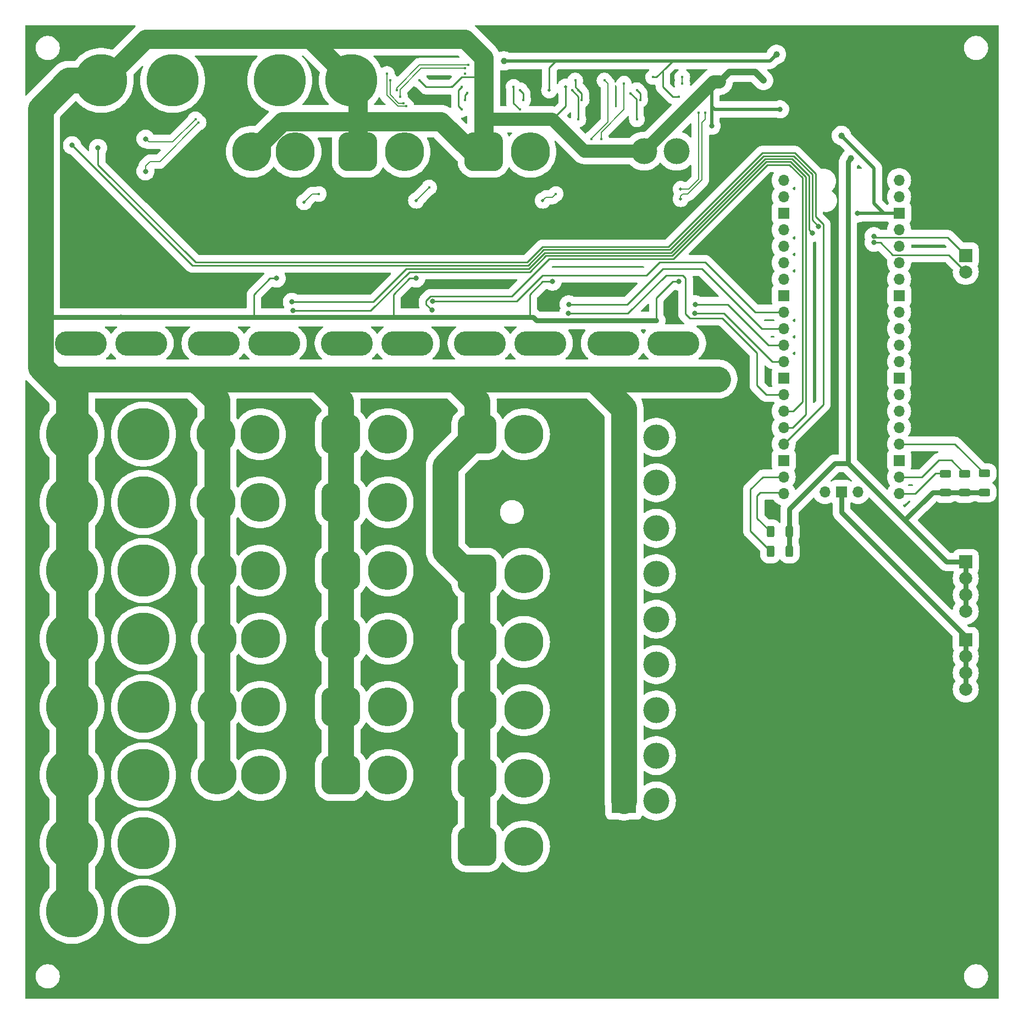
<source format=gbr>
%TF.GenerationSoftware,KiCad,Pcbnew,8.0.5*%
%TF.CreationDate,2024-12-16T08:47:40+01:00*%
%TF.ProjectId,PowerBoard,506f7765-7242-46f6-9172-642e6b696361,rev?*%
%TF.SameCoordinates,Original*%
%TF.FileFunction,Copper,L2,Bot*%
%TF.FilePolarity,Positive*%
%FSLAX46Y46*%
G04 Gerber Fmt 4.6, Leading zero omitted, Abs format (unit mm)*
G04 Created by KiCad (PCBNEW 8.0.5) date 2024-12-16 08:47:40*
%MOMM*%
%LPD*%
G01*
G04 APERTURE LIST*
G04 Aperture macros list*
%AMRoundRect*
0 Rectangle with rounded corners*
0 $1 Rounding radius*
0 $2 $3 $4 $5 $6 $7 $8 $9 X,Y pos of 4 corners*
0 Add a 4 corners polygon primitive as box body*
4,1,4,$2,$3,$4,$5,$6,$7,$8,$9,$2,$3,0*
0 Add four circle primitives for the rounded corners*
1,1,$1+$1,$2,$3*
1,1,$1+$1,$4,$5*
1,1,$1+$1,$6,$7*
1,1,$1+$1,$8,$9*
0 Add four rect primitives between the rounded corners*
20,1,$1+$1,$2,$3,$4,$5,0*
20,1,$1+$1,$4,$5,$6,$7,0*
20,1,$1+$1,$6,$7,$8,$9,0*
20,1,$1+$1,$8,$9,$2,$3,0*%
G04 Aperture macros list end*
%TA.AperFunction,ComponentPad*%
%ADD10R,3.800000X3.800000*%
%TD*%
%TA.AperFunction,ComponentPad*%
%ADD11C,4.000000*%
%TD*%
%TA.AperFunction,ComponentPad*%
%ADD12RoundRect,1.500000X-1.500000X-1.500000X1.500000X-1.500000X1.500000X1.500000X-1.500000X1.500000X0*%
%TD*%
%TA.AperFunction,ComponentPad*%
%ADD13C,6.000000*%
%TD*%
%TA.AperFunction,ComponentPad*%
%ADD14C,8.000000*%
%TD*%
%TA.AperFunction,ComponentPad*%
%ADD15O,8.000000X3.800000*%
%TD*%
%TA.AperFunction,ComponentPad*%
%ADD16R,2.000000X2.000000*%
%TD*%
%TA.AperFunction,ComponentPad*%
%ADD17C,2.000000*%
%TD*%
%TA.AperFunction,ComponentPad*%
%ADD18O,1.700000X1.700000*%
%TD*%
%TA.AperFunction,ComponentPad*%
%ADD19R,1.700000X1.700000*%
%TD*%
%TA.AperFunction,SMDPad,CuDef*%
%ADD20RoundRect,0.250000X0.625000X-0.312500X0.625000X0.312500X-0.625000X0.312500X-0.625000X-0.312500X0*%
%TD*%
%TA.AperFunction,SMDPad,CuDef*%
%ADD21RoundRect,0.250000X0.312500X0.625000X-0.312500X0.625000X-0.312500X-0.625000X0.312500X-0.625000X0*%
%TD*%
%TA.AperFunction,ViaPad*%
%ADD22C,0.400000*%
%TD*%
%TA.AperFunction,ViaPad*%
%ADD23C,1.000000*%
%TD*%
%TA.AperFunction,ViaPad*%
%ADD24C,0.800000*%
%TD*%
%TA.AperFunction,ViaPad*%
%ADD25C,0.500000*%
%TD*%
%TA.AperFunction,Conductor*%
%ADD26C,0.250000*%
%TD*%
%TA.AperFunction,Conductor*%
%ADD27C,3.000000*%
%TD*%
%TA.AperFunction,Conductor*%
%ADD28C,0.200000*%
%TD*%
%TA.AperFunction,Conductor*%
%ADD29C,4.000000*%
%TD*%
%TA.AperFunction,Conductor*%
%ADD30C,5.000000*%
%TD*%
%TA.AperFunction,Conductor*%
%ADD31C,0.750000*%
%TD*%
%TA.AperFunction,Conductor*%
%ADD32C,0.500000*%
%TD*%
%TA.AperFunction,Conductor*%
%ADD33C,1.000000*%
%TD*%
%TA.AperFunction,Conductor*%
%ADD34C,2.000000*%
%TD*%
G04 APERTURE END LIST*
D10*
%TO.P,J37,1,Pin_1*%
%TO.N,GND*%
X117500000Y-116500000D03*
D11*
%TO.P,J37,2,Pin_2*%
%TO.N,5V_2*%
X122500000Y-116500000D03*
%TD*%
D10*
%TO.P,J36,1,Pin_1*%
%TO.N,GND*%
X117500000Y-109500000D03*
D11*
%TO.P,J36,2,Pin_2*%
%TO.N,5V_2*%
X122500000Y-109500000D03*
%TD*%
D10*
%TO.P,J35,1,Pin_1*%
%TO.N,GND*%
X117500000Y-102500000D03*
D11*
%TO.P,J35,2,Pin_2*%
%TO.N,5V_2*%
X122500000Y-102500000D03*
%TD*%
D12*
%TO.P,J31,1,Pin_1*%
%TO.N,GND*%
X94900000Y-144500000D03*
D13*
%TO.P,J31,2,Pin_2*%
%TO.N,12V_2*%
X102100000Y-144500000D03*
%TD*%
D12*
%TO.P,J30,1,Pin_1*%
%TO.N,GND*%
X94900000Y-134000000D03*
D13*
%TO.P,J30,2,Pin_2*%
%TO.N,12V_2*%
X102100000Y-134000000D03*
%TD*%
D10*
%TO.P,J33,1,Pin_1*%
%TO.N,GND*%
X117500000Y-88500000D03*
D11*
%TO.P,J33,2,Pin_2*%
%TO.N,5V_2*%
X122500000Y-88500000D03*
%TD*%
D13*
%TO.P,J18,1,Pin_1*%
%TO.N,GND*%
X54800000Y-123000000D03*
%TO.P,J18,2,Pin_2*%
%TO.N,24V_2*%
X61500000Y-123000000D03*
%TD*%
%TO.P,J19,1,Pin_1*%
%TO.N,GND*%
X54800000Y-133500000D03*
%TO.P,J19,2,Pin_2*%
%TO.N,24V_2*%
X61500000Y-133500000D03*
%TD*%
D12*
%TO.P,J22,1,Pin_1*%
%TO.N,GND*%
X73900000Y-102000000D03*
D13*
%TO.P,J22,2,Pin_2*%
%TO.N,15V_2*%
X81100000Y-102000000D03*
%TD*%
D14*
%TO.P,J9,1,Pin_1*%
%TO.N,42V_2*%
X43500000Y-112500000D03*
%TO.P,J9,2,Pin_2*%
%TO.N,GND*%
X32500000Y-112500000D03*
%TD*%
D15*
%TO.P,F5,1*%
%TO.N,Net-(D13-A)*%
X54350000Y-67000000D03*
%TO.P,F5,2*%
%TO.N,24V_2*%
X63650000Y-67000000D03*
%TD*%
%TO.P,F4,1*%
%TO.N,Net-(D12-A)*%
X95350000Y-67000000D03*
%TO.P,F4,2*%
%TO.N,12V_2*%
X104650000Y-67000000D03*
%TD*%
D16*
%TO.P,GND1,1,Pin_1*%
%TO.N,GND*%
X170150000Y-112690000D03*
D17*
%TO.P,GND1,2,Pin_2*%
X170150000Y-115230000D03*
%TO.P,GND1,3,Pin_3*%
X170150000Y-117770000D03*
%TO.P,GND1,4,Pin_4*%
X170150000Y-120310000D03*
%TD*%
D12*
%TO.P,J29,1,Pin_1*%
%TO.N,GND*%
X94900000Y-123500000D03*
D13*
%TO.P,J29,2,Pin_2*%
%TO.N,12V_2*%
X102100000Y-123500000D03*
%TD*%
D14*
%TO.P,J7,1,Pin_1*%
%TO.N,42V_2*%
X43500000Y-91500000D03*
%TO.P,J7,2,Pin_2*%
%TO.N,GND*%
X32500000Y-91500000D03*
%TD*%
D12*
%TO.P,J41,1,Pin_1*%
%TO.N,GND*%
X76500000Y-37500000D03*
D13*
%TO.P,J41,2,Pin_2*%
%TO.N,CURR_3+*%
X83700000Y-37500000D03*
%TD*%
D15*
%TO.P,F2,1*%
%TO.N,Net-(D4-A)*%
X115850000Y-67000000D03*
%TO.P,F2,2*%
%TO.N,5V_2*%
X125150000Y-67000000D03*
%TD*%
D14*
%TO.P,J6,1,Pin_1*%
%TO.N,42V_2*%
X43500000Y-81000000D03*
%TO.P,J6,2,Pin_2*%
%TO.N,GND*%
X32500000Y-81000000D03*
%TD*%
D12*
%TO.P,J27,1,Pin_1*%
%TO.N,GND*%
X94900000Y-102500000D03*
D13*
%TO.P,J27,2,Pin_2*%
%TO.N,12V_2*%
X102100000Y-102500000D03*
%TD*%
D11*
%TO.P,J4,1,Pin_1*%
%TO.N,CURR_5+*%
X125600000Y-37400000D03*
%TO.P,J4,2,Pin_2*%
%TO.N,GND*%
X120600000Y-37400000D03*
%TD*%
D13*
%TO.P,J2,1,Pin_1*%
%TO.N,GND*%
X60200000Y-37500000D03*
%TO.P,J2,2,Pin_2*%
%TO.N,CURR_2+*%
X66900000Y-37500000D03*
%TD*%
%TO.P,J15,1,Pin_1*%
%TO.N,GND*%
X54700000Y-91500000D03*
%TO.P,J15,2,Pin_2*%
%TO.N,24V_2*%
X61400000Y-91500000D03*
%TD*%
D10*
%TO.P,J39,1,Pin_1*%
%TO.N,GND*%
X117500000Y-130500000D03*
D11*
%TO.P,J39,2,Pin_2*%
%TO.N,5V_2*%
X122500000Y-130500000D03*
%TD*%
D16*
%TO.P,I2C1,1,Pin_1*%
%TO.N,SDA*%
X170150000Y-53460000D03*
D17*
%TO.P,I2C1,2,Pin_2*%
%TO.N,SCL*%
X170150000Y-56000000D03*
%TD*%
D14*
%TO.P,J8,1,Pin_1*%
%TO.N,42V_2*%
X43500000Y-102000000D03*
%TO.P,J8,2,Pin_2*%
%TO.N,GND*%
X32500000Y-102000000D03*
%TD*%
%TO.P,J5,1,Pin_1*%
%TO.N,Net-(D2-A)*%
X64500000Y-26500000D03*
%TO.P,J5,2,Pin_2*%
%TO.N,GND*%
X75500000Y-26500000D03*
%TD*%
%TO.P,J13,1,Pin_1*%
%TO.N,42V_2*%
X43500000Y-154500000D03*
%TO.P,J13,2,Pin_2*%
%TO.N,GND*%
X32500000Y-154500000D03*
%TD*%
D12*
%TO.P,J21,1,Pin_1*%
%TO.N,GND*%
X73900000Y-91500000D03*
D13*
%TO.P,J21,2,Pin_2*%
%TO.N,15V_2*%
X81100000Y-91500000D03*
%TD*%
%TO.P,J17,1,Pin_1*%
%TO.N,GND*%
X54800000Y-112500000D03*
%TO.P,J17,2,Pin_2*%
%TO.N,24V_2*%
X61500000Y-112500000D03*
%TD*%
D14*
%TO.P,J1,1,Pin_1*%
%TO.N,+42V*%
X48000000Y-26500000D03*
%TO.P,J1,2,Pin_2*%
%TO.N,GND*%
X37000000Y-26500000D03*
%TD*%
D18*
%TO.P,U1,1,GPIO0*%
%TO.N,unconnected-(U1-GPIO0-Pad1)*%
X142110000Y-41870000D03*
%TO.P,U1,2,GPIO1*%
%TO.N,unconnected-(U1-GPIO1-Pad2)*%
X142110000Y-44410000D03*
D19*
%TO.P,U1,3,GND*%
%TO.N,GND*%
X142110000Y-46950000D03*
D18*
%TO.P,U1,4,GPIO2*%
%TO.N,FAULT_42V*%
X142110000Y-49490000D03*
%TO.P,U1,5,GPIO3*%
%TO.N,FAULT_24V*%
X142110000Y-52030000D03*
%TO.P,U1,6,GPIO4*%
%TO.N,SDA*%
X142110000Y-54570000D03*
%TO.P,U1,7,GPIO5*%
%TO.N,SCL*%
X142110000Y-57110000D03*
D19*
%TO.P,U1,8,GND*%
%TO.N,GND*%
X142110000Y-59650000D03*
D18*
%TO.P,U1,9,GPIO6*%
%TO.N,FAULT_15V*%
X142110000Y-62190000D03*
%TO.P,U1,10,GPIO7*%
%TO.N,FAULT_12V*%
X142110000Y-64730000D03*
%TO.P,U1,11,GPIO8*%
%TO.N,FAULT_5V*%
X142110000Y-67270000D03*
%TO.P,U1,12,GPIO9*%
%TO.N,EN_5V*%
X142110000Y-69810000D03*
D19*
%TO.P,U1,13,GND*%
%TO.N,GND*%
X142110000Y-72350000D03*
D18*
%TO.P,U1,14,GPIO10*%
%TO.N,EN_12V*%
X142110000Y-74890000D03*
%TO.P,U1,15,GPIO11*%
%TO.N,EN_15V*%
X142110000Y-77430000D03*
%TO.P,U1,16,GPIO12*%
%TO.N,EN_24V*%
X142110000Y-79970000D03*
%TO.P,U1,17,GPIO13*%
%TO.N,EN_42V*%
X142110000Y-82510000D03*
D19*
%TO.P,U1,18,GND*%
%TO.N,GND*%
X142110000Y-85050000D03*
D18*
%TO.P,U1,19,GPIO14*%
%TO.N,ALERT_1*%
X142110000Y-87590000D03*
%TO.P,U1,20,GPIO15*%
%TO.N,ALERT_2*%
X142110000Y-90130000D03*
%TO.P,U1,21,GPIO16*%
%TO.N,ALERT_3*%
X159890000Y-90130000D03*
%TO.P,U1,22,GPIO17*%
%TO.N,ALERT_4*%
X159890000Y-87590000D03*
D19*
%TO.P,U1,23,GND*%
%TO.N,GND*%
X159890000Y-85050000D03*
D18*
%TO.P,U1,24,GPIO18*%
%TO.N,ALERT_5*%
X159890000Y-82510000D03*
%TO.P,U1,25,GPIO19*%
%TO.N,unconnected-(U1-GPIO19-Pad25)*%
X159890000Y-79970000D03*
%TO.P,U1,26,GPIO20*%
%TO.N,Net-(D19-A)*%
X159890000Y-77430000D03*
%TO.P,U1,27,GPIO21*%
%TO.N,Net-(D18-A)*%
X159890000Y-74890000D03*
D19*
%TO.P,U1,28,GND*%
%TO.N,GND*%
X159890000Y-72350000D03*
D18*
%TO.P,U1,29,GPIO22*%
%TO.N,Net-(D17-A)*%
X159890000Y-69810000D03*
%TO.P,U1,30,RUN*%
%TO.N,unconnected-(U1-RUN-Pad30)_1*%
X159890000Y-67270000D03*
%TO.P,U1,31,GPIO26_ADC0*%
%TO.N,unconnected-(U1-GPIO26_ADC0-Pad31)*%
X159890000Y-64730000D03*
%TO.P,U1,32,GPIO27_ADC1*%
%TO.N,unconnected-(U1-GPIO27_ADC1-Pad32)*%
X159890000Y-62190000D03*
D19*
%TO.P,U1,33,AGND*%
%TO.N,GND*%
X159890000Y-59650000D03*
D18*
%TO.P,U1,34,GPIO28_ADC2*%
%TO.N,unconnected-(U1-GPIO28_ADC2-Pad34)_1*%
X159890000Y-57110000D03*
%TO.P,U1,35,ADC_VREF*%
%TO.N,unconnected-(U1-ADC_VREF-Pad35)*%
X159890000Y-54570000D03*
%TO.P,U1,36,3V3*%
%TO.N,unconnected-(U1-3V3-Pad36)*%
X159890000Y-52030000D03*
%TO.P,U1,37,3V3_EN*%
%TO.N,unconnected-(U1-3V3_EN-Pad37)*%
X159890000Y-49490000D03*
D19*
%TO.P,U1,38,GND*%
%TO.N,GND*%
X159890000Y-46950000D03*
D18*
%TO.P,U1,39,VSYS*%
%TO.N,VCC*%
X159890000Y-44410000D03*
%TO.P,U1,40,VBUS*%
%TO.N,unconnected-(U1-VBUS-Pad40)*%
X159890000Y-41870000D03*
%TO.P,U1,41,SWCLK*%
%TO.N,unconnected-(U1-SWCLK-Pad41)_1*%
X148460000Y-89900000D03*
D19*
%TO.P,U1,42,GND*%
%TO.N,GND*%
X151000000Y-89900000D03*
D18*
%TO.P,U1,43,SWDIO*%
%TO.N,unconnected-(U1-SWDIO-Pad43)*%
X153540000Y-89900000D03*
%TD*%
D13*
%TO.P,J16,1,Pin_1*%
%TO.N,GND*%
X54800000Y-102000000D03*
%TO.P,J16,2,Pin_2*%
%TO.N,24V_2*%
X61500000Y-102000000D03*
%TD*%
D14*
%TO.P,J10,1,Pin_1*%
%TO.N,42V_2*%
X43500000Y-123000000D03*
%TO.P,J10,2,Pin_2*%
%TO.N,GND*%
X32500000Y-123000000D03*
%TD*%
D12*
%TO.P,J3,1,Pin_1*%
%TO.N,GND*%
X95900000Y-37500000D03*
D13*
%TO.P,J3,2,Pin_2*%
%TO.N,CURR_4+*%
X103100000Y-37500000D03*
%TD*%
D12*
%TO.P,J20,1,Pin_1*%
%TO.N,GND*%
X73900000Y-81000000D03*
D13*
%TO.P,J20,2,Pin_2*%
%TO.N,15V_2*%
X81100000Y-81000000D03*
%TD*%
D15*
%TO.P,F3,1*%
%TO.N,Net-(D5-A)*%
X33850000Y-67000000D03*
%TO.P,F3,2*%
%TO.N,42V_2*%
X43150000Y-67000000D03*
%TD*%
%TO.P,F1,1*%
%TO.N,Net-(D3-A)*%
X74850000Y-67000000D03*
%TO.P,F1,2*%
%TO.N,15V_2*%
X84150000Y-67000000D03*
%TD*%
D13*
%TO.P,J14,1,Pin_1*%
%TO.N,GND*%
X54700000Y-81000000D03*
%TO.P,J14,2,Pin_2*%
%TO.N,24V_2*%
X61400000Y-81000000D03*
%TD*%
D14*
%TO.P,J11,1,Pin_1*%
%TO.N,42V_2*%
X43500000Y-133500000D03*
%TO.P,J11,2,Pin_2*%
%TO.N,GND*%
X32500000Y-133500000D03*
%TD*%
%TO.P,J12,1,Pin_1*%
%TO.N,42V_2*%
X43500000Y-144000000D03*
%TO.P,J12,2,Pin_2*%
%TO.N,GND*%
X32500000Y-144000000D03*
%TD*%
D10*
%TO.P,J34,1,Pin_1*%
%TO.N,GND*%
X117500000Y-95500000D03*
D11*
%TO.P,J34,2,Pin_2*%
%TO.N,5V_2*%
X122500000Y-95500000D03*
%TD*%
D10*
%TO.P,J32,1,Pin_1*%
%TO.N,GND*%
X117500000Y-81500000D03*
D11*
%TO.P,J32,2,Pin_2*%
%TO.N,5V_2*%
X122500000Y-81500000D03*
%TD*%
D12*
%TO.P,J25,1,Pin_1*%
%TO.N,GND*%
X73900000Y-133500000D03*
D13*
%TO.P,J25,2,Pin_2*%
%TO.N,15V_2*%
X81100000Y-133500000D03*
%TD*%
D12*
%TO.P,J26,1,Pin_1*%
%TO.N,GND*%
X94900000Y-81000000D03*
D13*
%TO.P,J26,2,Pin_2*%
%TO.N,12V_2*%
X102100000Y-81000000D03*
%TD*%
D16*
%TO.P,VCC1,1,Pin_1*%
%TO.N,VCC*%
X170150000Y-100690000D03*
D17*
%TO.P,VCC1,2,Pin_2*%
X170150000Y-103230000D03*
%TO.P,VCC1,3,Pin_3*%
X170150000Y-105770000D03*
%TO.P,VCC1,4,Pin_4*%
X170150000Y-108310000D03*
%TD*%
D12*
%TO.P,J23,1,Pin_1*%
%TO.N,GND*%
X73900000Y-112500000D03*
D13*
%TO.P,J23,2,Pin_2*%
%TO.N,15V_2*%
X81100000Y-112500000D03*
%TD*%
D12*
%TO.P,J24,1,Pin_1*%
%TO.N,GND*%
X73900000Y-123000000D03*
D13*
%TO.P,J24,2,Pin_2*%
%TO.N,15V_2*%
X81100000Y-123000000D03*
%TD*%
D10*
%TO.P,J38,1,Pin_1*%
%TO.N,GND*%
X117500000Y-123500000D03*
D11*
%TO.P,J38,2,Pin_2*%
%TO.N,5V_2*%
X122500000Y-123500000D03*
%TD*%
D10*
%TO.P,J40,1,Pin_1*%
%TO.N,GND*%
X117500000Y-137500000D03*
D11*
%TO.P,J40,2,Pin_2*%
%TO.N,5V_2*%
X122500000Y-137500000D03*
%TD*%
D12*
%TO.P,J28,1,Pin_1*%
%TO.N,GND*%
X94900000Y-113000000D03*
D13*
%TO.P,J28,2,Pin_2*%
%TO.N,12V_2*%
X102100000Y-113000000D03*
%TD*%
D20*
%TO.P,R29,1*%
%TO.N,VCC*%
X173000000Y-89962500D03*
%TO.P,R29,2*%
%TO.N,ALERT_5*%
X173000000Y-87037500D03*
%TD*%
%TO.P,R27,1*%
%TO.N,VCC*%
X167000000Y-90000000D03*
%TO.P,R27,2*%
%TO.N,ALERT_3*%
X167000000Y-87075000D03*
%TD*%
%TO.P,R28,1*%
%TO.N,VCC*%
X170000000Y-90000000D03*
%TO.P,R28,2*%
%TO.N,ALERT_4*%
X170000000Y-87075000D03*
%TD*%
D21*
%TO.P,R20,1*%
%TO.N,VCC*%
X143000000Y-99000000D03*
%TO.P,R20,2*%
%TO.N,ALERT_1*%
X140075000Y-99000000D03*
%TD*%
%TO.P,R26,1*%
%TO.N,VCC*%
X143000000Y-96000000D03*
%TO.P,R26,2*%
%TO.N,ALERT_2*%
X140075000Y-96000000D03*
%TD*%
D22*
%TO.N,GND*%
X86000000Y-26500000D03*
D23*
X132000000Y-72000000D03*
D24*
X64000000Y-57000000D03*
D23*
X139000000Y-26500000D03*
X151000000Y-35000000D03*
D24*
X126000000Y-57500000D03*
X153500000Y-47000000D03*
D25*
X128250000Y-29750000D03*
D22*
X97036693Y-27500000D03*
X91000000Y-27500000D03*
X93000000Y-25500000D03*
D24*
X131000000Y-33500000D03*
X96537500Y-72037500D03*
X35000000Y-71500000D03*
X85500000Y-57000000D03*
X122500000Y-63500000D03*
X60500000Y-63000000D03*
X82000000Y-63000000D03*
D25*
X131500000Y-27500000D03*
D24*
X141550000Y-30950000D03*
D23*
X70500000Y-72000000D03*
D24*
X117500000Y-72037500D03*
X29000000Y-32000000D03*
X40000000Y-63000000D03*
X106500000Y-57500000D03*
X55000000Y-71500000D03*
D23*
X90500000Y-72000000D03*
X112000000Y-72000000D03*
D24*
X74037500Y-71537500D03*
X103000000Y-63000000D03*
D25*
X108500000Y-27500000D03*
%TO.N,VCC*%
X106000000Y-28000000D03*
D22*
X126000000Y-29000000D03*
X122000000Y-26000000D03*
D25*
X128500000Y-23500000D03*
D23*
X152500000Y-38500000D03*
X141000000Y-22500000D03*
X99000000Y-23500000D03*
D24*
%TO.N,EN_24V*%
X66500000Y-62000000D03*
%TO.N,EN_12V*%
X108905000Y-62405000D03*
%TO.N,EN_5V*%
X128405000Y-62405000D03*
D22*
%TO.N,SCL*%
X93400000Y-28400000D03*
X102000000Y-29500000D03*
X110000000Y-26500000D03*
X101500000Y-28000000D03*
X110500000Y-28000000D03*
X111000000Y-29500000D03*
X119500000Y-28000000D03*
X120000000Y-29500000D03*
D24*
X156000000Y-51500000D03*
D22*
X93000000Y-29500000D03*
D24*
%TO.N,FAULT_15V*%
X88000000Y-60500000D03*
%TO.N,FAULT_5V*%
X128500000Y-61000000D03*
%TO.N,FAULT_42V*%
X147500000Y-49000000D03*
X32500000Y-36500000D03*
%TO.N,FAULT_12V*%
X109000000Y-61000000D03*
%TO.N,FAULT_24V*%
X66365000Y-60635000D03*
X146500000Y-50000000D03*
%TO.N,SDA*%
X156000000Y-50500000D03*
%TO.N,EN_42V*%
X36500000Y-36905000D03*
D22*
%TO.N,CURR_2+*%
X82500000Y-28000000D03*
X93500000Y-24150000D03*
%TO.N,CURR_2-*%
X93000000Y-24650000D03*
D25*
X68250000Y-45250000D03*
D22*
X83000000Y-29000000D03*
X70500000Y-44000000D03*
%TO.N,CURR_3-*%
X87500000Y-43000000D03*
X81500000Y-26500000D03*
X83500000Y-30000000D03*
D25*
X85500000Y-45000000D03*
D22*
%TO.N,CURR_3+*%
X84000000Y-30500000D03*
X81000000Y-25500000D03*
%TO.N,CURR_4+*%
X114000000Y-35500000D03*
X117500000Y-27000000D03*
%TO.N,CURR_4-*%
X107000000Y-44000000D03*
D25*
X105000000Y-45000000D03*
D22*
X112500000Y-35500000D03*
X114500000Y-26500000D03*
%TO.N,CURR_1+*%
X51500000Y-32500000D03*
D24*
X43800000Y-35500000D03*
D22*
%TO.N,ALERT_2*%
X92500000Y-31000000D03*
X92500000Y-27500000D03*
%TO.N,CURR_5-*%
X130000000Y-31500000D03*
D25*
X126250000Y-44750000D03*
D22*
%TO.N,CURR_5+*%
X126500000Y-26000000D03*
X126500000Y-27000000D03*
X129000000Y-31500000D03*
D25*
X126250000Y-43250000D03*
D24*
%TO.N,EN_15V*%
X87905000Y-61905000D03*
D22*
%TO.N,ALERT_3*%
X100500000Y-27500000D03*
X101500000Y-31000000D03*
%TO.N,ALERT_4*%
X110500000Y-32500000D03*
X109500000Y-28025000D03*
%TO.N,ALERT_5*%
X119500000Y-32500000D03*
X118500000Y-28475000D03*
D24*
%TO.N,CURR_1-*%
X43800000Y-40500000D03*
D22*
X52000000Y-33000000D03*
%TD*%
D26*
%TO.N,SCL*%
X120000000Y-28500000D02*
X120000000Y-29500000D01*
X119500000Y-28000000D02*
X120000000Y-28500000D01*
%TO.N,ALERT_5*%
X119399997Y-32399997D02*
X119500000Y-32500000D01*
X118500000Y-28475000D02*
X119399997Y-29374997D01*
X119399997Y-29374997D02*
X119399997Y-32399997D01*
%TO.N,SCL*%
X102000000Y-28500000D02*
X102000000Y-29500000D01*
X101500000Y-28000000D02*
X102000000Y-28500000D01*
%TO.N,ALERT_3*%
X100500000Y-30000000D02*
X101500000Y-31000000D01*
X100500000Y-27500000D02*
X100500000Y-30000000D01*
%TO.N,SCL*%
X110000000Y-26500000D02*
X110000000Y-27500000D01*
X110000000Y-27500000D02*
X110500000Y-28000000D01*
X111000000Y-28500000D02*
X111000000Y-29500000D01*
X110500000Y-28000000D02*
X111000000Y-28500000D01*
%TO.N,ALERT_4*%
X110475000Y-29000000D02*
X110475000Y-32475000D01*
X110475000Y-32475000D02*
X110500000Y-32500000D01*
X109500000Y-28025000D02*
X110475000Y-29000000D01*
%TO.N,ALERT_2*%
X92000000Y-30500000D02*
X92000000Y-28000000D01*
X92500000Y-31000000D02*
X92000000Y-30500000D01*
X92000000Y-28000000D02*
X92500000Y-27500000D01*
D27*
%TO.N,GND*%
X64900000Y-32800000D02*
X60200000Y-37500000D01*
X89300000Y-32800000D02*
X64900000Y-32800000D01*
X94000000Y-37500000D02*
X89300000Y-32800000D01*
X95900000Y-37500000D02*
X94000000Y-37500000D01*
D28*
%TO.N,CURR_4+*%
X114000000Y-34500000D02*
X114000000Y-35500000D01*
X117500000Y-31000000D02*
X114000000Y-34500000D01*
X117500000Y-27000000D02*
X117500000Y-31000000D01*
D26*
%TO.N,SCL*%
X93000000Y-28800000D02*
X93400000Y-28400000D01*
X93000000Y-29500000D02*
X93000000Y-28800000D01*
D28*
%TO.N,CURR_5+*%
X126500000Y-26000000D02*
X126500000Y-27000000D01*
%TO.N,CURR_2-*%
X83000000Y-27896446D02*
X83000000Y-29000000D01*
X86248559Y-24647887D02*
X83000000Y-27896446D01*
X92997887Y-24647887D02*
X86248559Y-24647887D01*
X93000000Y-24650000D02*
X92997887Y-24647887D01*
%TO.N,CURR_2+*%
X85996447Y-24150000D02*
X82500000Y-27646447D01*
X93500000Y-24150000D02*
X85996447Y-24150000D01*
X82500000Y-27646447D02*
X82500000Y-28000000D01*
D26*
%TO.N,VCC*%
X123500000Y-25000000D02*
X124000000Y-24500000D01*
X123500000Y-27500000D02*
X123500000Y-25000000D01*
X125000000Y-29000000D02*
X123500000Y-27500000D01*
X126000000Y-29000000D02*
X125000000Y-29000000D01*
D28*
%TO.N,CURR_4-*%
X115000000Y-27000000D02*
X115000000Y-32934314D01*
X114500000Y-26500000D02*
X115000000Y-27000000D01*
X115000000Y-32934314D02*
X112434314Y-35500000D01*
D29*
%TO.N,GND*%
X93500000Y-102500000D02*
X94900000Y-102500000D01*
X90000000Y-99000000D02*
X93500000Y-102500000D01*
X90000000Y-85900000D02*
X90000000Y-99000000D01*
X94900000Y-81000000D02*
X90000000Y-85900000D01*
D30*
X32500000Y-154500000D02*
X32500000Y-74500000D01*
D29*
X92000000Y-73000000D02*
X94900000Y-75900000D01*
D31*
X170150000Y-112150000D02*
X151000000Y-93000000D01*
X170150000Y-112690000D02*
X170150000Y-120310000D01*
D26*
X91000000Y-27500000D02*
X92500000Y-26000000D01*
D31*
X151000000Y-93000000D02*
X151000000Y-89900000D01*
D26*
X153500000Y-47000000D02*
X153550000Y-46950000D01*
X108500000Y-27500000D02*
X108500000Y-30500000D01*
D29*
X28000000Y-71000000D02*
X27650000Y-70650000D01*
D31*
X103500000Y-63000000D02*
X103000000Y-63000000D01*
D29*
X51500000Y-72500000D02*
X54800000Y-75800000D01*
D26*
X82000000Y-63000000D02*
X82000000Y-59500000D01*
D29*
X50000000Y-72500000D02*
X70500000Y-72500000D01*
D26*
X64000000Y-57000000D02*
X63000000Y-57000000D01*
D32*
X156000000Y-45450000D02*
X157500000Y-46950000D01*
X131000000Y-33500000D02*
X131000000Y-30500000D01*
D26*
X125000000Y-57500000D02*
X122500000Y-60000000D01*
D29*
X113000000Y-72500000D02*
X132000000Y-72500000D01*
X73900000Y-75900000D02*
X73900000Y-133500000D01*
D26*
X92500000Y-26000000D02*
X95900000Y-26000000D01*
D29*
X28000000Y-71000000D02*
X29500000Y-72500000D01*
D31*
X104000000Y-63500000D02*
X103500000Y-63000000D01*
D27*
X37350000Y-26650000D02*
X43850000Y-20150000D01*
D32*
X131450000Y-30950000D02*
X131000000Y-30500000D01*
D33*
X139000000Y-26500000D02*
X137750000Y-25250000D01*
D31*
X60500000Y-63000000D02*
X80000000Y-63000000D01*
D26*
X108500000Y-30500000D02*
X106500000Y-32500000D01*
D29*
X113000000Y-72500000D02*
X117500000Y-77000000D01*
D26*
X91000000Y-27500000D02*
X90975000Y-27525000D01*
X87025000Y-27525000D02*
X86000000Y-26500000D01*
D29*
X94900000Y-102500000D02*
X94900000Y-144500000D01*
D26*
X63000000Y-57000000D02*
X60500000Y-59500000D01*
D27*
X43850000Y-20150000D02*
X67500000Y-20150000D01*
D34*
X95900000Y-32500000D02*
X106500000Y-32500000D01*
D27*
X95900000Y-32500000D02*
X95900000Y-37500000D01*
D29*
X54800000Y-75800000D02*
X54800000Y-133500000D01*
D31*
X170150000Y-112690000D02*
X170150000Y-112150000D01*
D26*
X82000000Y-59500000D02*
X84500000Y-57000000D01*
X90975000Y-27525000D02*
X87025000Y-27525000D01*
D34*
X131250000Y-26750000D02*
X132250000Y-26750000D01*
D29*
X50000000Y-72500000D02*
X51500000Y-72500000D01*
D26*
X126000000Y-57500000D02*
X125000000Y-57500000D01*
D29*
X27650000Y-63000000D02*
X27650000Y-30850000D01*
X27650000Y-70650000D02*
X27650000Y-63000000D01*
D26*
X60500000Y-59500000D02*
X60500000Y-63000000D01*
D33*
X137750000Y-25250000D02*
X133750000Y-25250000D01*
D32*
X153550000Y-46950000D02*
X159890000Y-46950000D01*
X141550000Y-30950000D02*
X131450000Y-30950000D01*
D31*
X80000000Y-63000000D02*
X82000000Y-63000000D01*
D32*
X157500000Y-46950000D02*
X159890000Y-46950000D01*
D29*
X75500000Y-72500000D02*
X92000000Y-72500000D01*
D31*
X80000000Y-63000000D02*
X103000000Y-63000000D01*
D26*
X105000000Y-57500000D02*
X106500000Y-57500000D01*
D29*
X28000000Y-71000000D02*
X33000000Y-76000000D01*
D26*
X103000000Y-63000000D02*
X103000000Y-59500000D01*
D29*
X29500000Y-72500000D02*
X50000000Y-72500000D01*
X70500000Y-72500000D02*
X73900000Y-75900000D01*
D26*
X122500000Y-60000000D02*
X122500000Y-63500000D01*
D34*
X111400000Y-37400000D02*
X120600000Y-37400000D01*
D29*
X70500000Y-72500000D02*
X75500000Y-72500000D01*
D26*
X131000000Y-28000000D02*
X132250000Y-26750000D01*
X103000000Y-59500000D02*
X105000000Y-57500000D01*
D33*
X133750000Y-25250000D02*
X132250000Y-26750000D01*
D29*
X92000000Y-72500000D02*
X92000000Y-73000000D01*
X117500000Y-77000000D02*
X117500000Y-137500000D01*
D34*
X120600000Y-37400000D02*
X131250000Y-26750000D01*
D27*
X76500000Y-27500000D02*
X76500000Y-37500000D01*
D29*
X27650000Y-30850000D02*
X32000000Y-26500000D01*
D27*
X93000000Y-20150000D02*
X95900000Y-23050000D01*
D34*
X106500000Y-32500000D02*
X111400000Y-37400000D01*
D27*
X95900000Y-23050000D02*
X95900000Y-26000000D01*
D32*
X131000000Y-30500000D02*
X131000000Y-28000000D01*
D27*
X95900000Y-26000000D02*
X95900000Y-32500000D01*
D29*
X32000000Y-26500000D02*
X37000000Y-26500000D01*
D31*
X122500000Y-63500000D02*
X104000000Y-63500000D01*
D32*
X151000000Y-35000000D02*
X156000000Y-40000000D01*
D27*
X69150000Y-20150000D02*
X75500000Y-26500000D01*
D32*
X156000000Y-40000000D02*
X156000000Y-45450000D01*
D29*
X94900000Y-75900000D02*
X94900000Y-81000000D01*
D27*
X67500000Y-20150000D02*
X93000000Y-20150000D01*
D26*
X84500000Y-57000000D02*
X85500000Y-57000000D01*
D31*
X60500000Y-63000000D02*
X27650000Y-63000000D01*
D29*
X92000000Y-72500000D02*
X113000000Y-72500000D01*
D27*
X69150000Y-20150000D02*
X76500000Y-27500000D01*
X67500000Y-20150000D02*
X69150000Y-20150000D01*
D32*
%TO.N,VCC*%
X125000000Y-23500000D02*
X107000000Y-23500000D01*
D31*
X160750000Y-94250000D02*
X167190000Y-100690000D01*
X165037500Y-89962500D02*
X173000000Y-89962500D01*
X150000000Y-85500000D02*
X143000000Y-92500000D01*
X170150000Y-100690000D02*
X167190000Y-100690000D01*
X143000000Y-92500000D02*
X143000000Y-99000000D01*
D32*
X107000000Y-23500000D02*
X99000000Y-23500000D01*
D26*
X122000000Y-26000000D02*
X122500000Y-26000000D01*
D31*
X152000000Y-39000000D02*
X152500000Y-38500000D01*
D26*
X106000000Y-24500000D02*
X107000000Y-23500000D01*
D32*
X141000000Y-22500000D02*
X140000000Y-23500000D01*
D26*
X124000000Y-24500000D02*
X125000000Y-23500000D01*
D31*
X170150000Y-100690000D02*
X170150000Y-108310000D01*
X152000000Y-85500000D02*
X152000000Y-39000000D01*
D26*
X106000000Y-28000000D02*
X106000000Y-24500000D01*
D31*
X152000000Y-85500000D02*
X150000000Y-85500000D01*
X160750000Y-94250000D02*
X152000000Y-85500000D01*
D32*
X140000000Y-23500000D02*
X125000000Y-23500000D01*
D31*
X160750000Y-94250000D02*
X165037500Y-89962500D01*
D26*
X122500000Y-26000000D02*
X124000000Y-24500000D01*
%TO.N,EN_24V*%
X142140000Y-80000000D02*
X142110000Y-79970000D01*
X143500000Y-80000000D02*
X142140000Y-80000000D01*
X124953604Y-53500000D02*
X139403604Y-39050000D01*
X105500000Y-53500000D02*
X124953604Y-53500000D01*
X78500000Y-62000000D02*
X84500000Y-56000000D01*
X145500000Y-41363604D02*
X145500000Y-78000000D01*
X84500000Y-56000000D02*
X103000000Y-56000000D01*
X143186396Y-39050000D02*
X145500000Y-41363604D01*
X139403604Y-39050000D02*
X143186396Y-39050000D01*
X145500000Y-78000000D02*
X143500000Y-80000000D01*
X103000000Y-56000000D02*
X105500000Y-53500000D01*
X66500000Y-62000000D02*
X78500000Y-62000000D01*
%TO.N,EN_12V*%
X126512653Y-56500000D02*
X127000000Y-56987347D01*
X132630000Y-63130000D02*
X138000000Y-68500000D01*
X138000000Y-68500000D02*
X138000000Y-73500000D01*
X108905000Y-62405000D02*
X118095000Y-62405000D01*
X118095000Y-62405000D02*
X124000000Y-56500000D01*
X138000000Y-73500000D02*
X139390000Y-74890000D01*
X127630000Y-63130000D02*
X132630000Y-63130000D01*
X127000000Y-56987347D02*
X127000000Y-62500000D01*
X124000000Y-56500000D02*
X126512653Y-56500000D01*
X139390000Y-74890000D02*
X142110000Y-74890000D01*
X127000000Y-62500000D02*
X127630000Y-63130000D01*
%TO.N,EN_5V*%
X140310000Y-69810000D02*
X142110000Y-69810000D01*
X132905000Y-62405000D02*
X140310000Y-69810000D01*
X128405000Y-62405000D02*
X132905000Y-62405000D01*
%TO.N,SCL*%
X167545000Y-53395000D02*
X170150000Y-56000000D01*
X157000000Y-51500000D02*
X158895000Y-53395000D01*
X158895000Y-53395000D02*
X167545000Y-53395000D01*
X156000000Y-51500000D02*
X157000000Y-51500000D01*
%TO.N,FAULT_15V*%
X121000000Y-56500000D02*
X123000000Y-54500000D01*
X123000000Y-54500000D02*
X130000000Y-54500000D01*
X130000000Y-54500000D02*
X137690000Y-62190000D01*
X137690000Y-62190000D02*
X142110000Y-62190000D01*
X105000000Y-56500000D02*
X121000000Y-56500000D01*
X101000000Y-60500000D02*
X105000000Y-56500000D01*
X88000000Y-60500000D02*
X101000000Y-60500000D01*
%TO.N,FAULT_5V*%
X133500000Y-61000000D02*
X139770000Y-67270000D01*
X139770000Y-67270000D02*
X142110000Y-67270000D01*
X128500000Y-61000000D02*
X133500000Y-61000000D01*
%TO.N,FAULT_42V*%
X143650000Y-38150000D02*
X146500000Y-41000000D01*
X146500000Y-48000000D02*
X147500000Y-49000000D01*
X105127208Y-52600000D02*
X124580812Y-52600000D01*
X102727208Y-55000000D02*
X105127208Y-52600000D01*
X32500000Y-36500000D02*
X51000000Y-55000000D01*
X51000000Y-55000000D02*
X102727208Y-55000000D01*
X146500000Y-41000000D02*
X146500000Y-48000000D01*
X124580812Y-52600000D02*
X139030812Y-38150000D01*
X139030812Y-38150000D02*
X143650000Y-38150000D01*
%TO.N,FAULT_12V*%
X138730000Y-64730000D02*
X129500000Y-55500000D01*
X129500000Y-55500000D02*
X123500000Y-55500000D01*
X123500000Y-55500000D02*
X118000000Y-61000000D01*
X142110000Y-64730000D02*
X138730000Y-64730000D01*
X118000000Y-61000000D02*
X109000000Y-61000000D01*
%TO.N,FAULT_24V*%
X124767208Y-53050000D02*
X139217208Y-38600000D01*
X105313604Y-53050000D02*
X124767208Y-53050000D01*
X143372792Y-38600000D02*
X146000000Y-41227208D01*
X139217208Y-38600000D02*
X143372792Y-38600000D01*
X84000000Y-55500000D02*
X102863604Y-55500000D01*
X78865000Y-60635000D02*
X84000000Y-55500000D01*
X66365000Y-60635000D02*
X78865000Y-60635000D01*
X146000000Y-49500000D02*
X146500000Y-50000000D01*
X146000000Y-41227208D02*
X146000000Y-49500000D01*
X102863604Y-55500000D02*
X105313604Y-53050000D01*
%TO.N,SDA*%
X156000000Y-50500000D02*
X156165000Y-50665000D01*
X167355000Y-50665000D02*
X170150000Y-53460000D01*
X156165000Y-50665000D02*
X167355000Y-50665000D01*
%TO.N,EN_42V*%
X143836396Y-37700000D02*
X147000000Y-40863604D01*
X51500000Y-54500000D02*
X102590812Y-54500000D01*
X104940812Y-52150000D02*
X124350000Y-52150000D01*
X36500000Y-36905000D02*
X36500000Y-39500000D01*
X147000000Y-40863604D02*
X147000000Y-47474695D01*
X36500000Y-39500000D02*
X51500000Y-54500000D01*
X138800000Y-37700000D02*
X143836396Y-37700000D01*
X124350000Y-52150000D02*
X138800000Y-37700000D01*
X147000000Y-47474695D02*
X148225000Y-48699695D01*
X102590812Y-54500000D02*
X104940812Y-52150000D01*
X148225000Y-76395000D02*
X142110000Y-82510000D01*
X148225000Y-48699695D02*
X148225000Y-76395000D01*
D28*
%TO.N,CURR_2-*%
X70500000Y-44000000D02*
X69500000Y-44000000D01*
X69500000Y-44000000D02*
X68250000Y-45250000D01*
%TO.N,CURR_3-*%
X81500000Y-28707107D02*
X81500000Y-26500000D01*
X83500000Y-30000000D02*
X82792893Y-30000000D01*
X87500000Y-43000000D02*
X85500000Y-45000000D01*
X82792893Y-30000000D02*
X81500000Y-28707107D01*
%TO.N,CURR_3+*%
X82727207Y-30500000D02*
X81000000Y-28772793D01*
X81000000Y-28772793D02*
X81000000Y-25500000D01*
X84000000Y-30500000D02*
X82727207Y-30500000D01*
%TO.N,CURR_4-*%
X105500000Y-44500000D02*
X105000000Y-45000000D01*
X106500000Y-44500000D02*
X105500000Y-44500000D01*
X107000000Y-44000000D02*
X106500000Y-44500000D01*
%TO.N,CURR_1+*%
X48000000Y-36000000D02*
X44300000Y-36000000D01*
X51500000Y-32500000D02*
X48000000Y-36000000D01*
X44300000Y-36000000D02*
X43800000Y-35500000D01*
D26*
%TO.N,ALERT_1*%
X137000000Y-89500000D02*
X138910000Y-87590000D01*
X140075000Y-99000000D02*
X137000000Y-95925000D01*
X138910000Y-87590000D02*
X142110000Y-87590000D01*
X137000000Y-95925000D02*
X137000000Y-89500000D01*
%TO.N,ALERT_2*%
X138500000Y-90000000D02*
X141980000Y-90000000D01*
X141980000Y-90000000D02*
X142110000Y-90130000D01*
X138000000Y-90500000D02*
X138500000Y-90000000D01*
X140075000Y-96000000D02*
X138000000Y-93925000D01*
X138000000Y-93925000D02*
X138000000Y-90500000D01*
D28*
%TO.N,CURR_5-*%
X126250000Y-44315686D02*
X126250000Y-44750000D01*
X130000000Y-31500000D02*
X130000000Y-32500000D01*
X129500000Y-33000000D02*
X129500000Y-41815686D01*
X127315686Y-44000000D02*
X126565686Y-44000000D01*
X130000000Y-32500000D02*
X129500000Y-33000000D01*
X129500000Y-41815686D02*
X127315686Y-44000000D01*
X126565686Y-44000000D02*
X126250000Y-44315686D01*
%TO.N,CURR_5+*%
X129000000Y-31500000D02*
X129000000Y-41750000D01*
X129000000Y-41750000D02*
X127500000Y-43250000D01*
X127500000Y-43250000D02*
X126250000Y-43250000D01*
D26*
%TO.N,EN_15V*%
X145000000Y-41500000D02*
X145000000Y-76000000D01*
X100225000Y-59775000D02*
X106000000Y-54000000D01*
X87000000Y-61000000D02*
X87000000Y-60474695D01*
X87905000Y-61905000D02*
X87000000Y-61000000D01*
X143570000Y-77430000D02*
X142110000Y-77430000D01*
X143000000Y-39500000D02*
X145000000Y-41500000D01*
X106000000Y-54000000D02*
X125090000Y-54000000D01*
X87000000Y-60474695D02*
X87699695Y-59775000D01*
X145000000Y-76000000D02*
X143570000Y-77430000D01*
X125090000Y-54000000D02*
X139590000Y-39500000D01*
X139590000Y-39500000D02*
X143000000Y-39500000D01*
X87699695Y-59775000D02*
X100225000Y-59775000D01*
%TO.N,ALERT_3*%
X167000000Y-87075000D02*
X166925000Y-87000000D01*
X166925000Y-87000000D02*
X165500000Y-87000000D01*
X162370000Y-90130000D02*
X159890000Y-90130000D01*
X165500000Y-87000000D02*
X162370000Y-90130000D01*
%TO.N,ALERT_4*%
X166000000Y-85000000D02*
X163410000Y-87590000D01*
X163410000Y-87590000D02*
X159890000Y-87590000D01*
X170000000Y-87075000D02*
X167925000Y-85000000D01*
X167925000Y-85000000D02*
X166000000Y-85000000D01*
%TO.N,ALERT_5*%
X173000000Y-87037500D02*
X168472500Y-82510000D01*
X168472500Y-82510000D02*
X159890000Y-82510000D01*
D28*
%TO.N,CURR_1-*%
X44500000Y-39000000D02*
X43800000Y-39700000D01*
X46000000Y-39000000D02*
X44500000Y-39000000D01*
X43800000Y-39700000D02*
X43800000Y-40500000D01*
X52000000Y-33000000D02*
X46000000Y-39000000D01*
%TD*%
%TA.AperFunction,NonConductor*%
G36*
X91979936Y-22670185D02*
G01*
X92000578Y-22686819D01*
X92151578Y-22837819D01*
X92185063Y-22899142D01*
X92180079Y-22968834D01*
X92138207Y-23024767D01*
X92072743Y-23049184D01*
X92063897Y-23049500D01*
X86083058Y-23049500D01*
X85909836Y-23049500D01*
X85870175Y-23055781D01*
X85738749Y-23076597D01*
X85573999Y-23130128D01*
X85419658Y-23208768D01*
X85339703Y-23266859D01*
X85279519Y-23310586D01*
X85279517Y-23310588D01*
X85279516Y-23310588D01*
X82711755Y-25878348D01*
X82650432Y-25911833D01*
X82580740Y-25906849D01*
X82525120Y-25865393D01*
X82390983Y-25687766D01*
X82243046Y-25552903D01*
X82206765Y-25493192D01*
X82203114Y-25472707D01*
X82185115Y-25278464D01*
X82185114Y-25278462D01*
X82174945Y-25242723D01*
X82124229Y-25064472D01*
X82124224Y-25064461D01*
X82025061Y-24865316D01*
X82025056Y-24865308D01*
X81890979Y-24687761D01*
X81726562Y-24537876D01*
X81726560Y-24537874D01*
X81537404Y-24420754D01*
X81537398Y-24420752D01*
X81329940Y-24340382D01*
X81111243Y-24299500D01*
X80888757Y-24299500D01*
X80670060Y-24340382D01*
X80597663Y-24368429D01*
X80462601Y-24420752D01*
X80462595Y-24420754D01*
X80273434Y-24537878D01*
X80268858Y-24541334D01*
X80267320Y-24539297D01*
X80214216Y-24565081D01*
X80144842Y-24556773D01*
X80090973Y-24512276D01*
X80079655Y-24491529D01*
X80051651Y-24426010D01*
X80009836Y-24328178D01*
X79797000Y-23932662D01*
X79761466Y-23878830D01*
X79549571Y-23557822D01*
X79549570Y-23557821D01*
X79497839Y-23492953D01*
X79269529Y-23206661D01*
X78959142Y-22882021D01*
X78959131Y-22882011D01*
X78959129Y-22882009D01*
X78942957Y-22867880D01*
X78905423Y-22808948D01*
X78905709Y-22739079D01*
X78943723Y-22680456D01*
X79007397Y-22651691D01*
X79024542Y-22650500D01*
X91912897Y-22650500D01*
X91979936Y-22670185D01*
G37*
%TD.AperFunction*%
%TA.AperFunction,NonConductor*%
G36*
X90927593Y-25768072D02*
G01*
X90973348Y-25820876D01*
X90983292Y-25890034D01*
X90954267Y-25953590D01*
X90948235Y-25960068D01*
X90545122Y-26363181D01*
X90483799Y-26396666D01*
X90457441Y-26399500D01*
X87542560Y-26399500D01*
X87475521Y-26379815D01*
X87454879Y-26363181D01*
X87106853Y-26015155D01*
X87083534Y-25982745D01*
X87056104Y-25927658D01*
X87043843Y-25858873D01*
X87070716Y-25794378D01*
X87128192Y-25754651D01*
X87167104Y-25748387D01*
X90860554Y-25748387D01*
X90927593Y-25768072D01*
G37*
%TD.AperFunction*%
%TA.AperFunction,NonConductor*%
G36*
X128450792Y-24750972D02*
G01*
X128499998Y-24755277D01*
X128500000Y-24755277D01*
X128500002Y-24755277D01*
X128549208Y-24750972D01*
X128560015Y-24750500D01*
X130249462Y-24750500D01*
X130316501Y-24770185D01*
X130362256Y-24822989D01*
X130372200Y-24892147D01*
X130343175Y-24955703D01*
X130311462Y-24981887D01*
X130136196Y-25083075D01*
X130035186Y-25160585D01*
X130035185Y-25160586D01*
X129928145Y-25242719D01*
X129928140Y-25242723D01*
X127900971Y-27269892D01*
X127839648Y-27303377D01*
X127769956Y-27298393D01*
X127714023Y-27256521D01*
X127689606Y-27191057D01*
X127689819Y-27170770D01*
X127690853Y-27159617D01*
X127705643Y-27000000D01*
X127699097Y-26929361D01*
X127685115Y-26778464D01*
X127685114Y-26778462D01*
X127682749Y-26770151D01*
X127624229Y-26564472D01*
X127623031Y-26562066D01*
X127619648Y-26555271D01*
X127607387Y-26486485D01*
X127619647Y-26444727D01*
X127624229Y-26435528D01*
X127685115Y-26221536D01*
X127705643Y-26000000D01*
X127694370Y-25878348D01*
X127685115Y-25778464D01*
X127685114Y-25778462D01*
X127678339Y-25754651D01*
X127624229Y-25564472D01*
X127618504Y-25552974D01*
X127525061Y-25365316D01*
X127525056Y-25365308D01*
X127390979Y-25187761D01*
X127226562Y-25037876D01*
X127226560Y-25037874D01*
X127132971Y-24979927D01*
X127086335Y-24927900D01*
X127075231Y-24858918D01*
X127103184Y-24794883D01*
X127161319Y-24756127D01*
X127198248Y-24750500D01*
X128439985Y-24750500D01*
X128450792Y-24750972D01*
G37*
%TD.AperFunction*%
%TA.AperFunction,NonConductor*%
G36*
X125868791Y-24770185D02*
G01*
X125914546Y-24822989D01*
X125924490Y-24892147D01*
X125895465Y-24955703D01*
X125867029Y-24979927D01*
X125773439Y-25037874D01*
X125773437Y-25037876D01*
X125609020Y-25187761D01*
X125474943Y-25365308D01*
X125474938Y-25365316D01*
X125375775Y-25564461D01*
X125375769Y-25564476D01*
X125314885Y-25778462D01*
X125314884Y-25778464D01*
X125294357Y-25999999D01*
X125294357Y-26000000D01*
X125314884Y-26221535D01*
X125314885Y-26221537D01*
X125375769Y-26435524D01*
X125375771Y-26435527D01*
X125380353Y-26444730D01*
X125392612Y-26513516D01*
X125380354Y-26555264D01*
X125375778Y-26564453D01*
X125375769Y-26564476D01*
X125314885Y-26778462D01*
X125314884Y-26778464D01*
X125294357Y-26999999D01*
X125294357Y-27000000D01*
X125314884Y-27221535D01*
X125314885Y-27221537D01*
X125375769Y-27435523D01*
X125375777Y-27435543D01*
X125382625Y-27449295D01*
X125394886Y-27518080D01*
X125368013Y-27582575D01*
X125310537Y-27622303D01*
X125240706Y-27624649D01*
X125183944Y-27592247D01*
X124661819Y-27070122D01*
X124628334Y-27008799D01*
X124625500Y-26982441D01*
X124625500Y-25517559D01*
X124645185Y-25450520D01*
X124661819Y-25429878D01*
X124726389Y-25365308D01*
X124858484Y-25233214D01*
X124858485Y-25233212D01*
X124865541Y-25226156D01*
X124865546Y-25226149D01*
X125304880Y-24786816D01*
X125366202Y-24753334D01*
X125392560Y-24750500D01*
X125801752Y-24750500D01*
X125868791Y-24770185D01*
G37*
%TD.AperFunction*%
%TA.AperFunction,NonConductor*%
G36*
X42248191Y-18019685D02*
G01*
X42293946Y-18072489D01*
X42303890Y-18141647D01*
X42274865Y-18205203D01*
X42258465Y-18220947D01*
X42181175Y-18282583D01*
X38732343Y-21731414D01*
X38671020Y-21764899D01*
X38601328Y-21759915D01*
X38546797Y-21739449D01*
X38546793Y-21739448D01*
X38546785Y-21739445D01*
X38113843Y-21619960D01*
X37671916Y-21539762D01*
X37671915Y-21539761D01*
X37671910Y-21539761D01*
X37224573Y-21499500D01*
X36775427Y-21499500D01*
X36328090Y-21539761D01*
X36328085Y-21539761D01*
X36328083Y-21539762D01*
X35886156Y-21619960D01*
X35453214Y-21739445D01*
X35453189Y-21739453D01*
X35032702Y-21897264D01*
X35032688Y-21897270D01*
X34628039Y-22092139D01*
X34628033Y-22092142D01*
X34242458Y-22322512D01*
X33879108Y-22586502D01*
X33879080Y-22586524D01*
X33540868Y-22882011D01*
X33540865Y-22882014D01*
X33540859Y-22882019D01*
X33540858Y-22882021D01*
X33438690Y-22988881D01*
X33230465Y-23206667D01*
X33034171Y-23452813D01*
X32976983Y-23492953D01*
X32937224Y-23499500D01*
X31831490Y-23499500D01*
X31540831Y-23532250D01*
X31540829Y-23532250D01*
X31496621Y-23537230D01*
X31496602Y-23537233D01*
X31168046Y-23612223D01*
X31168034Y-23612227D01*
X30849945Y-23723532D01*
X30546316Y-23869752D01*
X30260962Y-24049053D01*
X30025773Y-24236610D01*
X29997473Y-24259178D01*
X25461681Y-28794971D01*
X25400358Y-28828456D01*
X25330666Y-28823472D01*
X25274733Y-28781600D01*
X25250316Y-28716136D01*
X25250000Y-28707290D01*
X25250000Y-21378711D01*
X26899500Y-21378711D01*
X26899500Y-21621288D01*
X26931161Y-21861785D01*
X26993947Y-22096104D01*
X27057486Y-22249500D01*
X27086776Y-22320212D01*
X27208064Y-22530289D01*
X27208066Y-22530292D01*
X27208067Y-22530293D01*
X27355733Y-22722736D01*
X27355739Y-22722743D01*
X27527256Y-22894260D01*
X27527262Y-22894265D01*
X27719711Y-23041936D01*
X27929788Y-23163224D01*
X28153900Y-23256054D01*
X28388211Y-23318838D01*
X28568586Y-23342584D01*
X28628711Y-23350500D01*
X28628712Y-23350500D01*
X28871289Y-23350500D01*
X28919388Y-23344167D01*
X29111789Y-23318838D01*
X29346100Y-23256054D01*
X29570212Y-23163224D01*
X29780289Y-23041936D01*
X29972738Y-22894265D01*
X30144265Y-22722738D01*
X30291936Y-22530289D01*
X30413224Y-22320212D01*
X30506054Y-22096100D01*
X30568838Y-21861789D01*
X30600500Y-21621288D01*
X30600500Y-21378712D01*
X30568838Y-21138211D01*
X30506054Y-20903900D01*
X30413224Y-20679788D01*
X30291936Y-20469711D01*
X30144265Y-20277262D01*
X30144260Y-20277256D01*
X29972743Y-20105739D01*
X29972736Y-20105733D01*
X29780293Y-19958067D01*
X29780292Y-19958066D01*
X29780289Y-19958064D01*
X29570212Y-19836776D01*
X29570205Y-19836773D01*
X29346104Y-19743947D01*
X29111785Y-19681161D01*
X28871289Y-19649500D01*
X28871288Y-19649500D01*
X28628712Y-19649500D01*
X28628711Y-19649500D01*
X28388214Y-19681161D01*
X28153895Y-19743947D01*
X27929794Y-19836773D01*
X27929785Y-19836777D01*
X27719706Y-19958067D01*
X27527263Y-20105733D01*
X27527256Y-20105739D01*
X27355739Y-20277256D01*
X27355733Y-20277263D01*
X27208067Y-20469706D01*
X27086777Y-20679785D01*
X27086773Y-20679794D01*
X26993947Y-20903895D01*
X26931161Y-21138214D01*
X26899500Y-21378711D01*
X25250000Y-21378711D01*
X25250000Y-18124000D01*
X25269685Y-18056961D01*
X25322489Y-18011206D01*
X25374000Y-18000000D01*
X42181152Y-18000000D01*
X42248191Y-18019685D01*
G37*
%TD.AperFunction*%
%TA.AperFunction,NonConductor*%
G36*
X79935851Y-29114106D02*
G01*
X79971438Y-29168498D01*
X79980126Y-29195238D01*
X80010718Y-29255277D01*
X80058768Y-29349581D01*
X80160586Y-29489721D01*
X80160588Y-29489723D01*
X80758684Y-30087819D01*
X80792169Y-30149142D01*
X80787185Y-30218834D01*
X80745313Y-30274767D01*
X80679849Y-30299184D01*
X80671003Y-30299500D01*
X79124500Y-30299500D01*
X79057461Y-30279815D01*
X79011706Y-30227011D01*
X79000500Y-30175500D01*
X79000500Y-30124461D01*
X79020185Y-30057422D01*
X79034869Y-30038772D01*
X79269529Y-29793339D01*
X79549567Y-29442183D01*
X79750022Y-29138505D01*
X79803381Y-29093402D01*
X79872656Y-29084305D01*
X79935851Y-29114106D01*
G37*
%TD.AperFunction*%
%TA.AperFunction,NonConductor*%
G36*
X68129936Y-22670185D02*
G01*
X68150578Y-22686819D01*
X70618441Y-25154682D01*
X70651926Y-25216005D01*
X70651651Y-25269955D01*
X70574901Y-25606223D01*
X70514611Y-26051307D01*
X70514610Y-26051316D01*
X70494460Y-26499996D01*
X70494460Y-26500003D01*
X70514610Y-26948683D01*
X70514610Y-26948691D01*
X70514611Y-26948693D01*
X70520023Y-26988648D01*
X70574901Y-27393776D01*
X70674843Y-27831652D01*
X70752891Y-28071860D01*
X70813639Y-28258821D01*
X70990164Y-28671822D01*
X71203000Y-29067338D01*
X71203004Y-29067344D01*
X71203004Y-29067345D01*
X71450428Y-29442177D01*
X71450429Y-29442178D01*
X71714677Y-29773535D01*
X71730471Y-29793339D01*
X72013926Y-30089810D01*
X72046025Y-30151867D01*
X72039478Y-30221430D01*
X71996362Y-30276410D01*
X71930367Y-30299351D01*
X71924298Y-30299500D01*
X68075702Y-30299500D01*
X68008663Y-30279815D01*
X67962908Y-30227011D01*
X67952964Y-30157853D01*
X67981989Y-30094297D01*
X67986051Y-30089833D01*
X68269529Y-29793339D01*
X68549567Y-29442183D01*
X68797000Y-29067338D01*
X69009836Y-28671822D01*
X69186361Y-28258821D01*
X69325155Y-27831658D01*
X69425099Y-27393774D01*
X69485389Y-26948693D01*
X69502753Y-26562066D01*
X69505540Y-26500003D01*
X69505540Y-26499996D01*
X69495798Y-26283072D01*
X69485389Y-26051307D01*
X69425099Y-25606226D01*
X69325155Y-25168342D01*
X69186361Y-24741179D01*
X69009836Y-24328178D01*
X68797000Y-23932662D01*
X68761466Y-23878830D01*
X68549571Y-23557822D01*
X68549570Y-23557821D01*
X68497839Y-23492953D01*
X68269529Y-23206661D01*
X67959142Y-22882021D01*
X67959131Y-22882011D01*
X67959129Y-22882009D01*
X67942957Y-22867880D01*
X67905423Y-22808948D01*
X67905709Y-22739079D01*
X67943723Y-22680456D01*
X68007397Y-22651691D01*
X68024542Y-22650500D01*
X68062897Y-22650500D01*
X68129936Y-22670185D01*
G37*
%TD.AperFunction*%
%TA.AperFunction,NonConductor*%
G36*
X104817539Y-24770185D02*
G01*
X104863294Y-24822989D01*
X104874500Y-24874500D01*
X104874500Y-27427215D01*
X104862882Y-27479619D01*
X104820427Y-27570663D01*
X104820422Y-27570677D01*
X104763793Y-27782020D01*
X104763793Y-27782023D01*
X104761150Y-27812236D01*
X104744723Y-27999997D01*
X104744723Y-28000002D01*
X104763793Y-28217975D01*
X104763793Y-28217979D01*
X104820422Y-28429322D01*
X104820424Y-28429326D01*
X104820425Y-28429330D01*
X104837429Y-28465795D01*
X104912897Y-28627638D01*
X104912898Y-28627639D01*
X105038402Y-28806877D01*
X105193123Y-28961598D01*
X105372361Y-29087102D01*
X105570670Y-29179575D01*
X105782023Y-29236207D01*
X105964926Y-29252208D01*
X105999998Y-29255277D01*
X106000000Y-29255277D01*
X106000002Y-29255277D01*
X106028254Y-29252805D01*
X106217977Y-29236207D01*
X106429330Y-29179575D01*
X106627639Y-29087102D01*
X106806877Y-28961598D01*
X106961598Y-28806877D01*
X107087102Y-28627639D01*
X107138118Y-28518233D01*
X107184290Y-28465795D01*
X107251484Y-28446643D01*
X107318365Y-28466859D01*
X107363699Y-28520024D01*
X107374500Y-28570639D01*
X107374500Y-29982440D01*
X107354815Y-30049479D01*
X107338181Y-30070121D01*
X106919737Y-30488565D01*
X106858414Y-30522050D01*
X106815872Y-30523823D01*
X106761119Y-30516615D01*
X106761118Y-30516614D01*
X106761118Y-30516615D01*
X106631127Y-30499500D01*
X106631120Y-30499500D01*
X102998591Y-30499500D01*
X102931552Y-30479815D01*
X102885797Y-30427011D01*
X102875853Y-30357853D01*
X102899637Y-30300773D01*
X103025058Y-30134689D01*
X103124229Y-29935528D01*
X103185115Y-29721536D01*
X103205643Y-29500000D01*
X103185115Y-29278464D01*
X103130234Y-29085577D01*
X103125500Y-29051643D01*
X103125500Y-28411421D01*
X103097788Y-28236457D01*
X103097787Y-28236455D01*
X103097786Y-28236445D01*
X103096736Y-28233214D01*
X103091786Y-28217979D01*
X103043044Y-28067963D01*
X103043042Y-28067957D01*
X102962614Y-27910110D01*
X102939887Y-27878829D01*
X102858484Y-27766786D01*
X102606853Y-27515155D01*
X102583534Y-27482745D01*
X102525063Y-27365320D01*
X102525056Y-27365308D01*
X102390979Y-27187761D01*
X102226562Y-27037876D01*
X102226560Y-27037874D01*
X102037404Y-26920754D01*
X102037398Y-26920752D01*
X101829940Y-26840382D01*
X101611243Y-26799500D01*
X101611241Y-26799500D01*
X101537105Y-26799500D01*
X101470066Y-26779815D01*
X101438151Y-26750227D01*
X101390979Y-26687761D01*
X101226562Y-26537876D01*
X101226560Y-26537874D01*
X101037404Y-26420754D01*
X101037398Y-26420752D01*
X100829940Y-26340382D01*
X100611243Y-26299500D01*
X100388757Y-26299500D01*
X100170060Y-26340382D01*
X100068272Y-26379815D01*
X99962601Y-26420752D01*
X99962595Y-26420754D01*
X99773439Y-26537874D01*
X99773437Y-26537876D01*
X99609020Y-26687761D01*
X99474943Y-26865308D01*
X99474938Y-26865316D01*
X99375775Y-27064461D01*
X99375769Y-27064476D01*
X99314885Y-27278462D01*
X99314884Y-27278464D01*
X99294357Y-27499999D01*
X99294357Y-27500000D01*
X99314884Y-27721535D01*
X99332471Y-27783344D01*
X99369766Y-27914423D01*
X99374500Y-27948355D01*
X99374500Y-29911421D01*
X99374500Y-30088579D01*
X99377219Y-30105743D01*
X99395130Y-30218834D01*
X99402214Y-30263556D01*
X99413790Y-30299184D01*
X99426137Y-30337182D01*
X99428132Y-30407023D01*
X99392052Y-30466856D01*
X99329351Y-30497684D01*
X99308206Y-30499500D01*
X98524500Y-30499500D01*
X98457461Y-30479815D01*
X98411706Y-30427011D01*
X98400500Y-30375500D01*
X98400500Y-25054323D01*
X98420185Y-24987284D01*
X98472989Y-24941529D01*
X98542147Y-24931585D01*
X98564755Y-24937039D01*
X98630386Y-24959571D01*
X98875665Y-25000500D01*
X99124335Y-25000500D01*
X99369614Y-24959571D01*
X99604810Y-24878828D01*
X99805565Y-24770185D01*
X99814324Y-24765445D01*
X99873341Y-24750500D01*
X104750500Y-24750500D01*
X104817539Y-24770185D01*
G37*
%TD.AperFunction*%
%TA.AperFunction,NonConductor*%
G36*
X116305703Y-27263263D02*
G01*
X116343477Y-27322041D01*
X116343766Y-27323042D01*
X116375769Y-27435524D01*
X116375770Y-27435525D01*
X116375771Y-27435528D01*
X116386500Y-27457075D01*
X116399500Y-27512346D01*
X116399500Y-30492796D01*
X116379815Y-30559835D01*
X116363181Y-30580477D01*
X116312181Y-30631477D01*
X116250858Y-30664962D01*
X116181166Y-30659978D01*
X116125233Y-30618106D01*
X116100816Y-30552642D01*
X116100500Y-30543796D01*
X116100500Y-27356976D01*
X116120185Y-27289937D01*
X116172989Y-27244182D01*
X116242147Y-27234238D01*
X116305703Y-27263263D01*
G37*
%TD.AperFunction*%
%TA.AperFunction,NonConductor*%
G36*
X85172806Y-27382493D02*
G01*
X85213011Y-27407038D01*
X85273437Y-27462123D01*
X85273439Y-27462125D01*
X85334610Y-27500000D01*
X85462599Y-27579247D01*
X85462604Y-27579248D01*
X85462606Y-27579250D01*
X85478936Y-27585576D01*
X85521824Y-27613521D01*
X86291786Y-28383484D01*
X86406543Y-28466859D01*
X86435110Y-28487614D01*
X86592957Y-28568042D01*
X86592960Y-28568043D01*
X86677201Y-28595414D01*
X86761444Y-28622786D01*
X86836596Y-28634689D01*
X86936421Y-28650500D01*
X86936422Y-28650500D01*
X87113579Y-28650500D01*
X90623345Y-28650500D01*
X90664503Y-28658194D01*
X90664545Y-28658049D01*
X90666110Y-28658494D01*
X90668138Y-28658873D01*
X90670060Y-28659618D01*
X90773286Y-28678914D01*
X90835566Y-28710581D01*
X90870839Y-28770893D01*
X90874500Y-28800802D01*
X90874500Y-30411421D01*
X90874500Y-30588579D01*
X90875344Y-30593912D01*
X90866389Y-30663203D01*
X90821391Y-30716655D01*
X90754640Y-30737293D01*
X90687326Y-30718567D01*
X90686899Y-30718300D01*
X90511442Y-30608053D01*
X90258411Y-30486200D01*
X89993329Y-30393443D01*
X89993317Y-30393439D01*
X89719512Y-30330945D01*
X89719494Y-30330942D01*
X89440431Y-30299500D01*
X89440425Y-30299500D01*
X85284740Y-30299500D01*
X85217701Y-30279815D01*
X85171946Y-30227011D01*
X85165474Y-30209434D01*
X85148319Y-30149142D01*
X85124229Y-30064472D01*
X85124224Y-30064461D01*
X85025061Y-29865316D01*
X85025056Y-29865308D01*
X84890979Y-29687761D01*
X84726562Y-29537876D01*
X84726560Y-29537874D01*
X84589464Y-29452989D01*
X84543741Y-29402832D01*
X84525058Y-29365311D01*
X84390981Y-29187764D01*
X84280560Y-29087102D01*
X84243046Y-29052903D01*
X84206765Y-28993192D01*
X84203114Y-28972707D01*
X84185115Y-28778464D01*
X84185114Y-28778462D01*
X84182960Y-28770893D01*
X84124229Y-28564472D01*
X84124225Y-28564465D01*
X84124222Y-28564456D01*
X84113500Y-28542923D01*
X84100500Y-28487652D01*
X84100500Y-28403649D01*
X84120185Y-28336610D01*
X84136814Y-28315972D01*
X85041794Y-27410992D01*
X85103115Y-27377509D01*
X85172806Y-27382493D01*
G37*
%TD.AperFunction*%
%TA.AperFunction,NonConductor*%
G36*
X109268834Y-31425376D02*
G01*
X109324767Y-31467248D01*
X109349184Y-31532712D01*
X109349500Y-31541558D01*
X109349500Y-32139508D01*
X109344766Y-32173443D01*
X109326714Y-32236887D01*
X109289434Y-32295980D01*
X109226124Y-32325537D01*
X109156885Y-32316175D01*
X109119769Y-32290634D01*
X108968642Y-32139508D01*
X108798096Y-31968961D01*
X108764611Y-31907638D01*
X108769595Y-31837946D01*
X108798093Y-31793602D01*
X109137820Y-31453876D01*
X109199142Y-31420392D01*
X109268834Y-31425376D01*
G37*
%TD.AperFunction*%
%TA.AperFunction,NonConductor*%
G36*
X93344283Y-31974494D02*
G01*
X93389144Y-32028059D01*
X93399500Y-32077668D01*
X93399500Y-33063897D01*
X93379815Y-33130936D01*
X93327011Y-33176691D01*
X93257853Y-33186635D01*
X93194297Y-33157610D01*
X93187819Y-33151578D01*
X92448422Y-32412181D01*
X92414937Y-32350858D01*
X92419921Y-32281166D01*
X92461793Y-32225233D01*
X92527257Y-32200816D01*
X92536103Y-32200500D01*
X92611241Y-32200500D01*
X92611243Y-32200500D01*
X92829940Y-32159618D01*
X93037401Y-32079247D01*
X93185333Y-31987652D01*
X93210223Y-31972241D01*
X93277583Y-31953686D01*
X93344283Y-31974494D01*
G37*
%TD.AperFunction*%
%TA.AperFunction,NonConductor*%
G36*
X100206746Y-34520185D02*
G01*
X100252501Y-34572989D01*
X100262445Y-34642147D01*
X100233420Y-34705703D01*
X100231585Y-34707773D01*
X100003844Y-34959045D01*
X99923655Y-35067167D01*
X99867908Y-35109287D01*
X99798240Y-35114581D01*
X99736768Y-35081370D01*
X99710258Y-35042548D01*
X99632367Y-34862552D01*
X99632366Y-34862550D01*
X99632364Y-34862546D01*
X99528913Y-34687621D01*
X99511730Y-34619897D01*
X99533890Y-34553635D01*
X99588356Y-34509871D01*
X99635645Y-34500500D01*
X100139707Y-34500500D01*
X100206746Y-34520185D01*
G37*
%TD.AperFunction*%
%TA.AperFunction,NonConductor*%
G36*
X127818834Y-33112814D02*
G01*
X127874767Y-33154686D01*
X127899184Y-33220150D01*
X127899500Y-33228996D01*
X127899500Y-35152834D01*
X127879815Y-35219873D01*
X127827011Y-35265628D01*
X127757853Y-35275572D01*
X127694297Y-35246547D01*
X127685307Y-35237929D01*
X127677612Y-35229773D01*
X127662558Y-35213817D01*
X127458444Y-35042545D01*
X127394813Y-34989152D01*
X127394805Y-34989146D01*
X127102796Y-34797088D01*
X126790458Y-34640226D01*
X126790457Y-34640225D01*
X126532331Y-34546275D01*
X126476067Y-34504849D01*
X126451132Y-34439580D01*
X126465442Y-34371191D01*
X126487058Y-34342075D01*
X127687819Y-33141315D01*
X127749142Y-33107830D01*
X127818834Y-33112814D01*
G37*
%TD.AperFunction*%
%TA.AperFunction,NonConductor*%
G36*
X121368791Y-24770185D02*
G01*
X121414546Y-24822989D01*
X121424490Y-24892147D01*
X121395465Y-24955703D01*
X121367029Y-24979927D01*
X121273439Y-25037874D01*
X121273437Y-25037876D01*
X121109020Y-25187761D01*
X120974943Y-25365308D01*
X120974938Y-25365316D01*
X120875775Y-25564461D01*
X120875769Y-25564476D01*
X120814885Y-25778462D01*
X120814884Y-25778464D01*
X120794357Y-25999999D01*
X120794357Y-26000000D01*
X120814884Y-26221535D01*
X120814885Y-26221537D01*
X120875769Y-26435523D01*
X120875775Y-26435538D01*
X120974938Y-26634683D01*
X120974943Y-26634691D01*
X121109020Y-26812238D01*
X121273437Y-26962123D01*
X121273439Y-26962125D01*
X121462595Y-27079245D01*
X121462596Y-27079245D01*
X121462599Y-27079247D01*
X121670060Y-27159618D01*
X121888757Y-27200500D01*
X121888759Y-27200500D01*
X122111242Y-27200500D01*
X122111243Y-27200500D01*
X122227715Y-27178727D01*
X122297229Y-27185757D01*
X122351908Y-27229254D01*
X122374391Y-27295407D01*
X122374500Y-27300615D01*
X122374500Y-27411421D01*
X122374500Y-27588579D01*
X122388357Y-27676067D01*
X122402214Y-27763557D01*
X122446302Y-27899248D01*
X122454195Y-27923538D01*
X122456958Y-27932042D01*
X122537386Y-28089890D01*
X122634267Y-28223235D01*
X122641517Y-28233214D01*
X124141517Y-29733214D01*
X124266786Y-29858483D01*
X124410110Y-29962614D01*
X124557819Y-30037876D01*
X124557818Y-30037876D01*
X124567958Y-30043042D01*
X124736444Y-30097786D01*
X124760368Y-30101575D01*
X124786684Y-30105743D01*
X124849819Y-30135672D01*
X124886750Y-30194984D01*
X124885752Y-30264847D01*
X124854967Y-30315897D01*
X120807685Y-34363181D01*
X120746362Y-34396666D01*
X120720004Y-34399500D01*
X120425241Y-34399500D01*
X120121480Y-34435004D01*
X120078085Y-34440077D01*
X120078083Y-34440077D01*
X119737990Y-34520680D01*
X119737987Y-34520681D01*
X119409547Y-34640223D01*
X119409541Y-34640226D01*
X119097203Y-34797088D01*
X118805196Y-34989145D01*
X118537440Y-35213818D01*
X118537440Y-35213819D01*
X118398965Y-35360594D01*
X118338642Y-35395848D01*
X118308771Y-35399500D01*
X115309371Y-35399500D01*
X115242332Y-35379815D01*
X115196577Y-35327011D01*
X115185900Y-35286938D01*
X115185115Y-35278464D01*
X115124229Y-35064472D01*
X115124224Y-35064461D01*
X115119999Y-35055976D01*
X115107738Y-34987191D01*
X115134611Y-34922696D01*
X115143308Y-34913033D01*
X118062816Y-31993526D01*
X118124139Y-31960041D01*
X118193831Y-31965025D01*
X118249764Y-32006897D01*
X118274181Y-32072361D01*
X118274497Y-32081207D01*
X118274497Y-32311418D01*
X118274497Y-32488576D01*
X118278649Y-32514790D01*
X118302211Y-32663554D01*
X118308159Y-32681862D01*
X118313697Y-32708730D01*
X118314883Y-32721527D01*
X118314885Y-32721537D01*
X118375769Y-32935523D01*
X118375775Y-32935538D01*
X118474938Y-33134683D01*
X118474943Y-33134691D01*
X118609020Y-33312238D01*
X118773437Y-33462123D01*
X118773439Y-33462125D01*
X118962595Y-33579245D01*
X118962596Y-33579245D01*
X118962599Y-33579247D01*
X119170060Y-33659618D01*
X119388757Y-33700500D01*
X119388759Y-33700500D01*
X119611241Y-33700500D01*
X119611243Y-33700500D01*
X119829940Y-33659618D01*
X120037401Y-33579247D01*
X120226562Y-33462124D01*
X120390981Y-33312236D01*
X120525058Y-33134689D01*
X120624229Y-32935528D01*
X120685115Y-32721536D01*
X120705643Y-32500000D01*
X120704584Y-32488576D01*
X120685115Y-32278464D01*
X120685114Y-32278462D01*
X120673299Y-32236938D01*
X120624229Y-32064472D01*
X120624221Y-32064456D01*
X120538497Y-31892299D01*
X120525497Y-31837027D01*
X120525497Y-30655685D01*
X120545182Y-30588646D01*
X120584220Y-30550258D01*
X120597226Y-30542205D01*
X120726562Y-30462124D01*
X120890981Y-30312236D01*
X121025058Y-30134689D01*
X121124229Y-29935528D01*
X121185115Y-29721536D01*
X121205643Y-29500000D01*
X121185115Y-29278464D01*
X121130234Y-29085577D01*
X121125500Y-29051643D01*
X121125500Y-28411421D01*
X121097788Y-28236457D01*
X121097787Y-28236455D01*
X121097786Y-28236445D01*
X121096736Y-28233214D01*
X121091786Y-28217979D01*
X121043044Y-28067963D01*
X121043042Y-28067957D01*
X120962614Y-27910110D01*
X120939887Y-27878829D01*
X120858484Y-27766786D01*
X120606853Y-27515155D01*
X120583534Y-27482745D01*
X120525063Y-27365320D01*
X120525056Y-27365308D01*
X120390979Y-27187761D01*
X120226562Y-27037876D01*
X120226560Y-27037874D01*
X120037404Y-26920754D01*
X120037398Y-26920752D01*
X119829940Y-26840382D01*
X119611243Y-26799500D01*
X119388757Y-26799500D01*
X119170060Y-26840382D01*
X119141702Y-26851368D01*
X118962602Y-26920751D01*
X118882910Y-26970094D01*
X118815549Y-26988648D01*
X118748850Y-26967840D01*
X118703989Y-26914274D01*
X118694163Y-26876110D01*
X118685115Y-26778464D01*
X118624229Y-26564472D01*
X118623031Y-26562066D01*
X118525061Y-26365316D01*
X118525056Y-26365308D01*
X118390979Y-26187761D01*
X118226562Y-26037876D01*
X118226560Y-26037874D01*
X118037404Y-25920754D01*
X118037398Y-25920752D01*
X117829940Y-25840382D01*
X117611243Y-25799500D01*
X117388757Y-25799500D01*
X117170060Y-25840382D01*
X117072059Y-25878348D01*
X116962601Y-25920752D01*
X116962595Y-25920754D01*
X116773439Y-26037874D01*
X116773437Y-26037876D01*
X116609020Y-26187761D01*
X116474943Y-26365308D01*
X116474938Y-26365316D01*
X116375775Y-26564461D01*
X116375770Y-26564474D01*
X116317250Y-26770151D01*
X116279971Y-26829244D01*
X116216661Y-26858801D01*
X116147421Y-26849439D01*
X116094235Y-26804129D01*
X116075511Y-26755614D01*
X116074277Y-26747822D01*
X116073402Y-26742299D01*
X116019873Y-26577555D01*
X115941232Y-26423212D01*
X115839414Y-26283072D01*
X115716928Y-26160586D01*
X115641920Y-26085578D01*
X115618601Y-26053169D01*
X115525061Y-25865316D01*
X115525056Y-25865308D01*
X115390979Y-25687761D01*
X115226562Y-25537876D01*
X115226560Y-25537874D01*
X115037404Y-25420754D01*
X115037398Y-25420752D01*
X114829940Y-25340382D01*
X114611243Y-25299500D01*
X114388757Y-25299500D01*
X114170060Y-25340382D01*
X114099635Y-25367665D01*
X113962601Y-25420752D01*
X113962595Y-25420754D01*
X113773439Y-25537874D01*
X113773437Y-25537876D01*
X113609020Y-25687761D01*
X113474943Y-25865308D01*
X113474938Y-25865316D01*
X113375775Y-26064461D01*
X113375769Y-26064476D01*
X113314885Y-26278462D01*
X113314884Y-26278464D01*
X113294357Y-26499999D01*
X113294357Y-26500000D01*
X113314884Y-26721535D01*
X113314885Y-26721537D01*
X113375769Y-26935523D01*
X113375775Y-26935538D01*
X113474938Y-27134683D01*
X113474943Y-27134691D01*
X113609020Y-27312238D01*
X113773433Y-27462120D01*
X113773435Y-27462121D01*
X113773438Y-27462124D01*
X113840778Y-27503818D01*
X113887412Y-27555843D01*
X113899500Y-27609244D01*
X113899500Y-32427109D01*
X113879815Y-32494148D01*
X113863181Y-32514790D01*
X111958645Y-34419325D01*
X111936242Y-34437071D01*
X111773436Y-34537877D01*
X111648327Y-34651929D01*
X111585523Y-34682546D01*
X111516136Y-34674348D01*
X111477108Y-34647973D01*
X110708830Y-33879695D01*
X110675345Y-33818372D01*
X110680329Y-33748680D01*
X110722201Y-33692747D01*
X110773722Y-33670126D01*
X110829940Y-33659618D01*
X111037401Y-33579247D01*
X111226562Y-33462124D01*
X111390981Y-33312236D01*
X111525058Y-33134689D01*
X111624229Y-32935528D01*
X111685115Y-32721536D01*
X111705643Y-32500000D01*
X111704584Y-32488576D01*
X111685115Y-32278464D01*
X111685114Y-32278462D01*
X111673299Y-32236938D01*
X111624229Y-32064472D01*
X111624224Y-32064461D01*
X111624222Y-32064456D01*
X111613500Y-32042923D01*
X111600500Y-31987652D01*
X111600500Y-30609244D01*
X111620185Y-30542205D01*
X111659220Y-30503819D01*
X111726562Y-30462124D01*
X111890981Y-30312236D01*
X112025058Y-30134689D01*
X112124229Y-29935528D01*
X112185115Y-29721536D01*
X112205643Y-29500000D01*
X112185115Y-29278464D01*
X112130234Y-29085577D01*
X112125500Y-29051643D01*
X112125500Y-28411421D01*
X112097788Y-28236457D01*
X112097787Y-28236455D01*
X112097786Y-28236445D01*
X112096736Y-28233214D01*
X112091786Y-28217979D01*
X112043044Y-28067963D01*
X112043042Y-28067957D01*
X111962614Y-27910110D01*
X111939887Y-27878829D01*
X111858484Y-27766786D01*
X111606853Y-27515155D01*
X111583534Y-27482745D01*
X111525063Y-27365320D01*
X111525056Y-27365308D01*
X111390979Y-27187761D01*
X111226563Y-27037877D01*
X111226562Y-27037876D01*
X111194410Y-27017968D01*
X111147776Y-26965941D01*
X111136672Y-26896959D01*
X111140419Y-26878622D01*
X111185115Y-26721536D01*
X111205643Y-26500000D01*
X111196330Y-26399500D01*
X111185115Y-26278464D01*
X111185114Y-26278462D01*
X111180940Y-26263793D01*
X111124229Y-26064472D01*
X111118601Y-26053169D01*
X111025061Y-25865316D01*
X111025056Y-25865308D01*
X110890979Y-25687761D01*
X110726562Y-25537876D01*
X110726560Y-25537874D01*
X110537404Y-25420754D01*
X110537398Y-25420752D01*
X110329940Y-25340382D01*
X110111243Y-25299500D01*
X109888757Y-25299500D01*
X109670060Y-25340382D01*
X109599635Y-25367665D01*
X109462601Y-25420752D01*
X109462595Y-25420754D01*
X109273439Y-25537874D01*
X109273437Y-25537876D01*
X109109020Y-25687761D01*
X108974943Y-25865308D01*
X108974938Y-25865316D01*
X108875775Y-26064461D01*
X108875770Y-26064474D01*
X108844635Y-26173901D01*
X108807355Y-26232994D01*
X108744045Y-26262551D01*
X108714562Y-26263494D01*
X108500002Y-26244723D01*
X108499998Y-26244723D01*
X108354682Y-26257436D01*
X108282023Y-26263793D01*
X108282020Y-26263793D01*
X108070677Y-26320422D01*
X108070670Y-26320424D01*
X108070670Y-26320425D01*
X108060855Y-26325002D01*
X107872361Y-26412898D01*
X107872357Y-26412900D01*
X107693121Y-26538402D01*
X107538402Y-26693121D01*
X107412900Y-26872357D01*
X107412898Y-26872361D01*
X107361882Y-26981766D01*
X107315710Y-27034205D01*
X107248516Y-27053357D01*
X107181635Y-27033141D01*
X107136300Y-26979976D01*
X107125500Y-26929361D01*
X107125500Y-25017559D01*
X107145185Y-24950520D01*
X107161814Y-24929883D01*
X107304880Y-24786816D01*
X107366202Y-24753334D01*
X107392560Y-24750500D01*
X121301752Y-24750500D01*
X121368791Y-24770185D01*
G37*
%TD.AperFunction*%
%TA.AperFunction,NonConductor*%
G36*
X153715091Y-39502559D02*
G01*
X153764278Y-39532752D01*
X154144089Y-39912563D01*
X154177574Y-39973886D01*
X154172590Y-40043578D01*
X154130718Y-40099511D01*
X154065254Y-40123928D01*
X154030052Y-40121411D01*
X153996160Y-40114039D01*
X153725001Y-40094645D01*
X153724999Y-40094645D01*
X153508346Y-40110140D01*
X153440073Y-40095288D01*
X153390668Y-40045883D01*
X153375500Y-39986456D01*
X153375500Y-39780627D01*
X153395185Y-39713588D01*
X153423337Y-39682774D01*
X153519744Y-39607738D01*
X153585370Y-39536448D01*
X153645253Y-39500460D01*
X153715091Y-39502559D01*
G37*
%TD.AperFunction*%
%TA.AperFunction,NonConductor*%
G36*
X143838181Y-42885665D02*
G01*
X143871666Y-42946988D01*
X143874500Y-42973347D01*
X143874500Y-43306652D01*
X143854815Y-43373691D01*
X143802011Y-43419446D01*
X143732853Y-43429390D01*
X143669297Y-43400365D01*
X143651233Y-43380962D01*
X143526479Y-43214310D01*
X143502062Y-43148846D01*
X143516914Y-43080573D01*
X143526479Y-43065690D01*
X143634977Y-42920753D01*
X143651233Y-42899036D01*
X143707166Y-42857165D01*
X143776858Y-42852181D01*
X143838181Y-42885665D01*
G37*
%TD.AperFunction*%
%TA.AperFunction,NonConductor*%
G36*
X143838181Y-50505665D02*
G01*
X143871666Y-50566988D01*
X143874500Y-50593347D01*
X143874500Y-50926652D01*
X143854815Y-50993691D01*
X143802011Y-51039446D01*
X143732853Y-51049390D01*
X143669297Y-51020365D01*
X143651233Y-51000962D01*
X143526479Y-50834310D01*
X143502062Y-50768846D01*
X143516914Y-50700573D01*
X143526479Y-50685690D01*
X143651233Y-50519037D01*
X143707166Y-50477165D01*
X143776858Y-50472181D01*
X143838181Y-50505665D01*
G37*
%TD.AperFunction*%
%TA.AperFunction,NonConductor*%
G36*
X166904480Y-51810185D02*
G01*
X166925122Y-51826819D01*
X167156122Y-52057819D01*
X167189607Y-52119142D01*
X167184623Y-52188834D01*
X167142751Y-52244767D01*
X167077287Y-52269184D01*
X167068441Y-52269500D01*
X161861283Y-52269500D01*
X161794244Y-52249815D01*
X161748489Y-52197011D01*
X161737599Y-52136654D01*
X161745227Y-52030001D01*
X161745227Y-52029998D01*
X161737599Y-51923346D01*
X161752451Y-51855073D01*
X161801856Y-51805668D01*
X161861283Y-51790500D01*
X166837441Y-51790500D01*
X166904480Y-51810185D01*
G37*
%TD.AperFunction*%
%TA.AperFunction,NonConductor*%
G36*
X143838181Y-53045665D02*
G01*
X143871666Y-53106988D01*
X143874500Y-53133347D01*
X143874500Y-53466652D01*
X143854815Y-53533691D01*
X143802011Y-53579446D01*
X143732853Y-53589390D01*
X143669297Y-53560365D01*
X143651233Y-53540962D01*
X143526479Y-53374310D01*
X143502062Y-53308846D01*
X143516914Y-53240573D01*
X143526479Y-53225690D01*
X143651233Y-53059037D01*
X143707166Y-53017165D01*
X143776858Y-53012181D01*
X143838181Y-53045665D01*
G37*
%TD.AperFunction*%
%TA.AperFunction,NonConductor*%
G36*
X120550480Y-55145185D02*
G01*
X120596235Y-55197989D01*
X120606179Y-55267147D01*
X120577154Y-55330703D01*
X120571122Y-55337181D01*
X120570122Y-55338181D01*
X120508799Y-55371666D01*
X120482441Y-55374500D01*
X106516559Y-55374500D01*
X106449520Y-55354815D01*
X106403765Y-55302011D01*
X106393821Y-55232853D01*
X106422846Y-55169297D01*
X106428878Y-55162819D01*
X106429878Y-55161819D01*
X106491201Y-55128334D01*
X106517559Y-55125500D01*
X120483441Y-55125500D01*
X120550480Y-55145185D01*
G37*
%TD.AperFunction*%
%TA.AperFunction,NonConductor*%
G36*
X143838181Y-55585665D02*
G01*
X143871666Y-55646988D01*
X143874500Y-55673347D01*
X143874500Y-56006652D01*
X143854815Y-56073691D01*
X143802011Y-56119446D01*
X143732853Y-56129390D01*
X143669297Y-56100365D01*
X143651233Y-56080962D01*
X143526479Y-55914310D01*
X143502062Y-55848846D01*
X143516914Y-55780573D01*
X143526479Y-55765690D01*
X143651233Y-55599037D01*
X143707166Y-55557165D01*
X143776858Y-55552181D01*
X143838181Y-55585665D01*
G37*
%TD.AperFunction*%
%TA.AperFunction,NonConductor*%
G36*
X129049480Y-56645185D02*
G01*
X129070122Y-56661819D01*
X132071122Y-59662819D01*
X132104607Y-59724142D01*
X132099623Y-59793834D01*
X132057751Y-59849767D01*
X131992287Y-59874184D01*
X131983441Y-59874500D01*
X129376682Y-59874500D01*
X129309643Y-59854815D01*
X129300520Y-59848353D01*
X129268634Y-59823535D01*
X129268628Y-59823531D01*
X129064504Y-59713064D01*
X129064495Y-59713061D01*
X128844984Y-59637702D01*
X128625523Y-59601081D01*
X128616049Y-59599500D01*
X128383951Y-59599500D01*
X128269909Y-59618530D01*
X128200544Y-59610148D01*
X128146722Y-59565595D01*
X128125532Y-59499016D01*
X128125500Y-59496221D01*
X128125500Y-56898769D01*
X128117138Y-56845972D01*
X128104930Y-56768897D01*
X128113884Y-56699605D01*
X128158880Y-56646153D01*
X128225632Y-56625513D01*
X128227403Y-56625500D01*
X128982441Y-56625500D01*
X129049480Y-56645185D01*
G37*
%TD.AperFunction*%
%TA.AperFunction,NonConductor*%
G36*
X140549379Y-40645185D02*
G01*
X140595134Y-40697989D01*
X140605078Y-40767147D01*
X140581607Y-40823810D01*
X140549285Y-40866986D01*
X140549280Y-40866994D01*
X140422428Y-41099305D01*
X140422426Y-41099309D01*
X140329921Y-41347326D01*
X140273658Y-41605965D01*
X140273657Y-41605972D01*
X140254773Y-41869998D01*
X140254773Y-41870001D01*
X140273657Y-42134027D01*
X140273658Y-42134034D01*
X140329921Y-42392673D01*
X140422426Y-42640690D01*
X140422428Y-42640694D01*
X140549280Y-42873005D01*
X140549285Y-42873013D01*
X140693520Y-43065690D01*
X140717937Y-43131155D01*
X140703085Y-43199427D01*
X140693520Y-43214310D01*
X140549285Y-43406986D01*
X140549280Y-43406994D01*
X140422428Y-43639305D01*
X140422426Y-43639309D01*
X140329921Y-43887326D01*
X140273658Y-44145965D01*
X140273657Y-44145972D01*
X140254773Y-44409998D01*
X140254773Y-44410001D01*
X140273657Y-44674027D01*
X140273658Y-44674034D01*
X140329921Y-44932673D01*
X140422426Y-45180690D01*
X140422428Y-45180694D01*
X140501282Y-45325102D01*
X140516134Y-45393374D01*
X140491718Y-45458839D01*
X140488552Y-45462889D01*
X140420305Y-45546587D01*
X140326089Y-45726954D01*
X140270114Y-45922583D01*
X140270113Y-45922586D01*
X140266645Y-45961598D01*
X140261555Y-46018856D01*
X140259500Y-46041966D01*
X140259500Y-47858028D01*
X140259501Y-47858034D01*
X140270113Y-47977415D01*
X140326089Y-48173045D01*
X140326090Y-48173047D01*
X140326091Y-48173049D01*
X140420302Y-48353407D01*
X140420304Y-48353409D01*
X140488551Y-48437108D01*
X140515660Y-48501505D01*
X140503651Y-48570334D01*
X140501282Y-48574895D01*
X140422426Y-48719309D01*
X140329921Y-48967326D01*
X140273658Y-49225965D01*
X140273657Y-49225972D01*
X140254773Y-49489998D01*
X140254773Y-49490001D01*
X140273657Y-49754027D01*
X140273658Y-49754034D01*
X140329921Y-50012673D01*
X140422426Y-50260690D01*
X140422428Y-50260694D01*
X140549280Y-50493005D01*
X140549285Y-50493013D01*
X140693520Y-50685690D01*
X140717937Y-50751155D01*
X140703085Y-50819427D01*
X140693520Y-50834310D01*
X140549285Y-51026986D01*
X140549280Y-51026994D01*
X140422428Y-51259305D01*
X140422426Y-51259309D01*
X140329921Y-51507326D01*
X140273658Y-51765965D01*
X140273657Y-51765972D01*
X140254773Y-52029998D01*
X140254773Y-52030001D01*
X140273657Y-52294027D01*
X140273658Y-52294034D01*
X140329921Y-52552673D01*
X140422426Y-52800690D01*
X140422428Y-52800694D01*
X140549280Y-53033005D01*
X140549285Y-53033013D01*
X140693520Y-53225690D01*
X140717937Y-53291155D01*
X140703085Y-53359427D01*
X140693520Y-53374310D01*
X140549285Y-53566986D01*
X140549280Y-53566994D01*
X140422428Y-53799305D01*
X140422426Y-53799309D01*
X140329921Y-54047326D01*
X140273658Y-54305965D01*
X140273657Y-54305972D01*
X140254773Y-54569998D01*
X140254773Y-54570001D01*
X140273657Y-54834027D01*
X140273658Y-54834034D01*
X140329921Y-55092673D01*
X140422426Y-55340690D01*
X140422428Y-55340694D01*
X140549280Y-55573005D01*
X140549285Y-55573013D01*
X140693520Y-55765690D01*
X140717937Y-55831155D01*
X140703085Y-55899427D01*
X140693520Y-55914310D01*
X140549285Y-56106986D01*
X140549284Y-56106989D01*
X140422428Y-56339305D01*
X140422426Y-56339309D01*
X140329921Y-56587326D01*
X140273658Y-56845965D01*
X140273657Y-56845972D01*
X140254773Y-57109998D01*
X140254773Y-57110001D01*
X140273657Y-57374027D01*
X140273658Y-57374034D01*
X140329921Y-57632673D01*
X140422426Y-57880690D01*
X140422428Y-57880694D01*
X140501282Y-58025102D01*
X140516134Y-58093374D01*
X140491718Y-58158839D01*
X140488552Y-58162889D01*
X140420305Y-58246587D01*
X140326089Y-58426954D01*
X140270114Y-58622583D01*
X140270113Y-58622586D01*
X140259500Y-58741966D01*
X140259500Y-60558028D01*
X140259501Y-60558034D01*
X140270113Y-60677415D01*
X140326090Y-60873048D01*
X140331334Y-60883086D01*
X140344927Y-60951621D01*
X140319310Y-61016625D01*
X140262615Y-61057460D01*
X140221427Y-61064500D01*
X138207559Y-61064500D01*
X138140520Y-61044815D01*
X138119878Y-61028181D01*
X130733210Y-53641513D01*
X130663293Y-53590717D01*
X130663292Y-53590716D01*
X130589890Y-53537386D01*
X130432042Y-53456957D01*
X130432036Y-53456955D01*
X130291893Y-53411421D01*
X130263557Y-53402214D01*
X130263552Y-53402213D01*
X130141381Y-53382863D01*
X130088579Y-53374500D01*
X130088578Y-53374500D01*
X127606559Y-53374500D01*
X127539520Y-53354815D01*
X127493765Y-53302011D01*
X127483821Y-53232853D01*
X127512846Y-53169297D01*
X127518878Y-53162819D01*
X133698205Y-46983493D01*
X140019879Y-40661819D01*
X140081202Y-40628334D01*
X140107560Y-40625500D01*
X140482340Y-40625500D01*
X140549379Y-40645185D01*
G37*
%TD.AperFunction*%
%TA.AperFunction,NonConductor*%
G36*
X101050480Y-57145185D02*
G01*
X101096235Y-57197989D01*
X101106179Y-57267147D01*
X101077154Y-57330703D01*
X101071122Y-57337181D01*
X99795122Y-58613181D01*
X99733799Y-58646666D01*
X99707441Y-58649500D01*
X87788273Y-58649500D01*
X87611116Y-58649500D01*
X87597561Y-58651647D01*
X87436138Y-58677213D01*
X87378586Y-58695913D01*
X87364472Y-58700500D01*
X87364471Y-58700500D01*
X87267658Y-58731955D01*
X87267652Y-58731957D01*
X87109804Y-58812386D01*
X87041108Y-58862297D01*
X86966481Y-58916517D01*
X86966479Y-58916519D01*
X86966478Y-58916519D01*
X86141519Y-59741478D01*
X86141519Y-59741479D01*
X86141517Y-59741481D01*
X86119455Y-59771847D01*
X86037384Y-59884806D01*
X85976802Y-60003708D01*
X85976801Y-60003710D01*
X85956960Y-60042647D01*
X85956957Y-60042654D01*
X85902214Y-60211137D01*
X85898718Y-60233214D01*
X85898717Y-60233216D01*
X85874500Y-60386116D01*
X85874500Y-61088578D01*
X85902214Y-61263557D01*
X85956956Y-61432039D01*
X85956960Y-61432048D01*
X85963155Y-61444206D01*
X85976051Y-61512876D01*
X85949774Y-61577616D01*
X85892667Y-61617872D01*
X85852670Y-61624500D01*
X83249500Y-61624500D01*
X83182461Y-61604815D01*
X83136706Y-61552011D01*
X83125500Y-61500500D01*
X83125500Y-60017559D01*
X83145185Y-59950520D01*
X83161819Y-59929878D01*
X83906589Y-59185108D01*
X84785289Y-58306407D01*
X84846610Y-58272924D01*
X84916302Y-58277908D01*
X84931984Y-58285035D01*
X84935497Y-58286936D01*
X84992220Y-58306409D01*
X85155015Y-58362297D01*
X85155017Y-58362297D01*
X85155019Y-58362298D01*
X85383951Y-58400500D01*
X85383952Y-58400500D01*
X85616048Y-58400500D01*
X85616049Y-58400500D01*
X85844981Y-58362298D01*
X86064503Y-58286936D01*
X86268626Y-58176470D01*
X86291279Y-58158839D01*
X86375388Y-58093374D01*
X86451784Y-58033913D01*
X86608979Y-57863153D01*
X86735924Y-57668849D01*
X86829157Y-57456300D01*
X86886134Y-57231305D01*
X86886134Y-57231304D01*
X86886136Y-57231297D01*
X86886505Y-57229087D01*
X86886905Y-57228260D01*
X86887393Y-57226334D01*
X86887789Y-57226434D01*
X86916957Y-57166203D01*
X86976572Y-57129765D01*
X87008813Y-57125500D01*
X100983441Y-57125500D01*
X101050480Y-57145185D01*
G37*
%TD.AperFunction*%
%TA.AperFunction,NonConductor*%
G36*
X81550479Y-56145185D02*
G01*
X81596234Y-56197989D01*
X81606178Y-56267147D01*
X81577153Y-56330703D01*
X81571121Y-56337181D01*
X78435122Y-59473181D01*
X78373799Y-59506666D01*
X78347441Y-59509500D01*
X67241682Y-59509500D01*
X67174643Y-59489815D01*
X67165520Y-59483353D01*
X67133634Y-59458535D01*
X67133628Y-59458531D01*
X66929504Y-59348064D01*
X66929495Y-59348061D01*
X66709984Y-59272702D01*
X66538282Y-59244050D01*
X66481049Y-59234500D01*
X66248951Y-59234500D01*
X66203164Y-59242140D01*
X66020015Y-59272702D01*
X65800504Y-59348061D01*
X65800495Y-59348064D01*
X65596371Y-59458531D01*
X65596365Y-59458535D01*
X65413222Y-59601081D01*
X65413219Y-59601084D01*
X65256016Y-59771852D01*
X65129075Y-59966151D01*
X65035842Y-60178699D01*
X64978866Y-60403691D01*
X64978864Y-60403702D01*
X64959700Y-60634993D01*
X64959700Y-60635006D01*
X64978864Y-60866297D01*
X64978866Y-60866308D01*
X65035842Y-61091300D01*
X65129075Y-61303848D01*
X65180308Y-61382267D01*
X65200496Y-61449157D01*
X65190056Y-61499896D01*
X65168784Y-61548394D01*
X65166999Y-61547611D01*
X65131469Y-61597775D01*
X65066671Y-61623908D01*
X65054570Y-61624500D01*
X61749500Y-61624500D01*
X61682461Y-61604815D01*
X61636706Y-61552011D01*
X61625500Y-61500500D01*
X61625500Y-60017559D01*
X61645185Y-59950520D01*
X61661819Y-59929878D01*
X62406589Y-59185108D01*
X63285289Y-58306407D01*
X63346610Y-58272924D01*
X63416302Y-58277908D01*
X63431984Y-58285035D01*
X63435497Y-58286936D01*
X63492220Y-58306409D01*
X63655015Y-58362297D01*
X63655017Y-58362297D01*
X63655019Y-58362298D01*
X63883951Y-58400500D01*
X63883952Y-58400500D01*
X64116048Y-58400500D01*
X64116049Y-58400500D01*
X64344981Y-58362298D01*
X64564503Y-58286936D01*
X64768626Y-58176470D01*
X64791279Y-58158839D01*
X64875388Y-58093374D01*
X64951784Y-58033913D01*
X65108979Y-57863153D01*
X65235924Y-57668849D01*
X65329157Y-57456300D01*
X65386134Y-57231305D01*
X65386318Y-57229087D01*
X65405300Y-57000006D01*
X65405300Y-56999993D01*
X65386135Y-56768702D01*
X65386133Y-56768691D01*
X65329157Y-56543699D01*
X65239502Y-56339309D01*
X65235924Y-56331151D01*
X65226888Y-56317320D01*
X65206701Y-56250430D01*
X65225883Y-56183245D01*
X65278342Y-56137095D01*
X65330698Y-56125500D01*
X81483440Y-56125500D01*
X81550479Y-56145185D01*
G37*
%TD.AperFunction*%
%TA.AperFunction,NonConductor*%
G36*
X121293834Y-60900377D02*
G01*
X121349767Y-60942249D01*
X121374184Y-61007713D01*
X121374500Y-61016559D01*
X121374500Y-62000500D01*
X121354815Y-62067539D01*
X121302011Y-62113294D01*
X121250500Y-62124500D01*
X120266559Y-62124500D01*
X120199520Y-62104815D01*
X120153765Y-62052011D01*
X120143821Y-61982853D01*
X120172846Y-61919297D01*
X120178878Y-61912819D01*
X121162819Y-60928878D01*
X121224142Y-60895393D01*
X121293834Y-60900377D01*
G37*
%TD.AperFunction*%
%TA.AperFunction,NonConductor*%
G36*
X119550480Y-57645185D02*
G01*
X119596235Y-57697989D01*
X119606179Y-57767147D01*
X119577154Y-57830703D01*
X119571122Y-57837181D01*
X117570122Y-59838181D01*
X117508799Y-59871666D01*
X117482441Y-59874500D01*
X109876682Y-59874500D01*
X109809643Y-59854815D01*
X109800520Y-59848353D01*
X109768634Y-59823535D01*
X109768628Y-59823531D01*
X109564504Y-59713064D01*
X109564495Y-59713061D01*
X109344984Y-59637702D01*
X109125523Y-59601081D01*
X109116049Y-59599500D01*
X108883951Y-59599500D01*
X108874477Y-59601081D01*
X108655015Y-59637702D01*
X108435504Y-59713061D01*
X108435495Y-59713064D01*
X108231371Y-59823531D01*
X108231365Y-59823535D01*
X108048222Y-59966081D01*
X108048219Y-59966084D01*
X107891016Y-60136852D01*
X107764075Y-60331151D01*
X107670842Y-60543699D01*
X107613866Y-60768691D01*
X107613864Y-60768702D01*
X107594700Y-60999993D01*
X107594700Y-61000006D01*
X107613864Y-61231297D01*
X107613866Y-61231308D01*
X107670842Y-61456300D01*
X107716621Y-61560664D01*
X107725524Y-61629964D01*
X107706875Y-61678294D01*
X107669074Y-61736154D01*
X107669073Y-61736156D01*
X107575843Y-61948699D01*
X107555017Y-62030940D01*
X107519477Y-62091096D01*
X107457057Y-62122488D01*
X107434811Y-62124500D01*
X104621113Y-62124500D01*
X104554074Y-62104815D01*
X104533432Y-62088181D01*
X104396076Y-61950825D01*
X104396071Y-61950821D01*
X104220920Y-61823567D01*
X104193202Y-61809443D01*
X104142407Y-61761467D01*
X104125500Y-61698960D01*
X104125500Y-60017559D01*
X104145185Y-59950520D01*
X104161819Y-59929878D01*
X105429878Y-58661819D01*
X105491201Y-58628334D01*
X105517559Y-58625500D01*
X105623318Y-58625500D01*
X105690357Y-58645185D01*
X105699480Y-58651647D01*
X105731365Y-58676464D01*
X105731371Y-58676468D01*
X105731374Y-58676470D01*
X105935497Y-58786936D01*
X106049487Y-58826068D01*
X106155015Y-58862297D01*
X106155017Y-58862297D01*
X106155019Y-58862298D01*
X106383951Y-58900500D01*
X106383952Y-58900500D01*
X106616048Y-58900500D01*
X106616049Y-58900500D01*
X106844981Y-58862298D01*
X107064503Y-58786936D01*
X107268626Y-58676470D01*
X107451784Y-58533913D01*
X107608979Y-58363153D01*
X107735924Y-58168849D01*
X107829157Y-57956300D01*
X107886134Y-57731305D01*
X107886134Y-57731304D01*
X107886136Y-57731297D01*
X107886505Y-57729087D01*
X107886905Y-57728260D01*
X107887393Y-57726334D01*
X107887789Y-57726434D01*
X107916957Y-57666203D01*
X107976572Y-57629765D01*
X108008813Y-57625500D01*
X119483441Y-57625500D01*
X119550480Y-57645185D01*
G37*
%TD.AperFunction*%
%TA.AperFunction,NonConductor*%
G36*
X140645947Y-63335185D02*
G01*
X140678175Y-63365190D01*
X140693521Y-63385690D01*
X140717938Y-63451154D01*
X140703086Y-63519427D01*
X140693521Y-63534310D01*
X140678175Y-63554810D01*
X140622242Y-63596682D01*
X140578908Y-63604500D01*
X139247559Y-63604500D01*
X139180520Y-63584815D01*
X139159878Y-63568181D01*
X139118878Y-63527181D01*
X139085393Y-63465858D01*
X139090377Y-63396166D01*
X139132249Y-63340233D01*
X139197713Y-63315816D01*
X139206559Y-63315500D01*
X140578908Y-63315500D01*
X140645947Y-63335185D01*
G37*
%TD.AperFunction*%
%TA.AperFunction,NonConductor*%
G36*
X143838181Y-63205665D02*
G01*
X143871666Y-63266988D01*
X143874500Y-63293347D01*
X143874500Y-63626652D01*
X143854815Y-63693691D01*
X143802011Y-63739446D01*
X143732853Y-63749390D01*
X143669297Y-63720365D01*
X143651233Y-63700962D01*
X143526479Y-63534310D01*
X143502062Y-63468846D01*
X143516914Y-63400573D01*
X143526479Y-63385690D01*
X143642049Y-63231306D01*
X143651233Y-63219036D01*
X143707166Y-63177165D01*
X143776858Y-63172181D01*
X143838181Y-63205665D01*
G37*
%TD.AperFunction*%
%TA.AperFunction,NonConductor*%
G36*
X125416302Y-58777908D02*
G01*
X125431984Y-58785035D01*
X125435497Y-58786936D01*
X125655019Y-58862298D01*
X125770909Y-58881636D01*
X125833794Y-58912086D01*
X125870234Y-58971701D01*
X125874500Y-59003945D01*
X125874500Y-62588578D01*
X125902214Y-62763557D01*
X125935865Y-62867124D01*
X125935865Y-62867125D01*
X125956955Y-62932037D01*
X125956958Y-62932042D01*
X126013850Y-63043699D01*
X126037388Y-63089893D01*
X126140130Y-63231306D01*
X126141512Y-63233208D01*
X126141516Y-63233213D01*
X126796121Y-63887819D01*
X126829606Y-63949142D01*
X126824622Y-64018834D01*
X126782750Y-64074767D01*
X126717286Y-64099184D01*
X126708440Y-64099500D01*
X123952209Y-64099500D01*
X123885170Y-64079815D01*
X123839415Y-64027011D01*
X123829471Y-63957853D01*
X123832004Y-63945059D01*
X123886131Y-63731317D01*
X123886131Y-63731316D01*
X123886134Y-63731305D01*
X123886135Y-63731297D01*
X123905300Y-63500006D01*
X123905300Y-63499993D01*
X123886135Y-63268702D01*
X123886133Y-63268691D01*
X123829157Y-63043699D01*
X123735924Y-62831151D01*
X123645691Y-62693038D01*
X123625503Y-62626149D01*
X123625500Y-62625217D01*
X123625500Y-60517559D01*
X123645185Y-60450520D01*
X123661819Y-60429878D01*
X124473167Y-59618530D01*
X125285289Y-58806407D01*
X125346610Y-58772924D01*
X125416302Y-58777908D01*
G37*
%TD.AperFunction*%
%TA.AperFunction,NonConductor*%
G36*
X120843904Y-64895185D02*
G01*
X120889659Y-64947989D01*
X120899603Y-65017147D01*
X120873812Y-65076813D01*
X120680738Y-65318920D01*
X120604994Y-65439466D01*
X120552659Y-65485757D01*
X120483606Y-65496405D01*
X120419757Y-65468030D01*
X120395006Y-65439466D01*
X120364707Y-65391246D01*
X120319261Y-65318919D01*
X120126188Y-65076813D01*
X120099779Y-65012126D01*
X120112536Y-64943431D01*
X120160406Y-64892537D01*
X120223135Y-64875500D01*
X120776865Y-64875500D01*
X120843904Y-64895185D01*
G37*
%TD.AperFunction*%
%TA.AperFunction,NonConductor*%
G36*
X100911755Y-64395185D02*
G01*
X100957510Y-64447989D01*
X100967454Y-64517147D01*
X100938429Y-64580703D01*
X100910687Y-64604494D01*
X100868923Y-64630735D01*
X100614217Y-64833856D01*
X100383856Y-65064217D01*
X100180738Y-65318920D01*
X100104994Y-65439466D01*
X100052659Y-65485757D01*
X99983606Y-65496405D01*
X99919757Y-65468030D01*
X99895006Y-65439466D01*
X99864707Y-65391246D01*
X99819261Y-65318919D01*
X99616143Y-65064217D01*
X99385783Y-64833857D01*
X99255550Y-64730000D01*
X99131076Y-64630735D01*
X99089313Y-64604494D01*
X99043021Y-64552160D01*
X99032372Y-64483106D01*
X99060747Y-64419258D01*
X99119137Y-64380886D01*
X99155284Y-64375500D01*
X100844716Y-64375500D01*
X100911755Y-64395185D01*
G37*
%TD.AperFunction*%
%TA.AperFunction,NonConductor*%
G36*
X80411755Y-64395185D02*
G01*
X80457510Y-64447989D01*
X80467454Y-64517147D01*
X80438429Y-64580703D01*
X80410687Y-64604494D01*
X80368923Y-64630735D01*
X80114217Y-64833856D01*
X79883856Y-65064217D01*
X79680738Y-65318920D01*
X79604994Y-65439466D01*
X79552659Y-65485757D01*
X79483606Y-65496405D01*
X79419757Y-65468030D01*
X79395006Y-65439466D01*
X79364707Y-65391246D01*
X79319261Y-65318919D01*
X79116143Y-65064217D01*
X78885783Y-64833857D01*
X78755550Y-64730000D01*
X78631076Y-64630735D01*
X78589313Y-64604494D01*
X78543021Y-64552160D01*
X78532372Y-64483106D01*
X78560747Y-64419258D01*
X78619137Y-64380886D01*
X78655284Y-64375500D01*
X79891746Y-64375500D01*
X80344716Y-64375500D01*
X80411755Y-64395185D01*
G37*
%TD.AperFunction*%
%TA.AperFunction,NonConductor*%
G36*
X59911755Y-64395185D02*
G01*
X59957510Y-64447989D01*
X59967454Y-64517147D01*
X59938429Y-64580703D01*
X59910687Y-64604494D01*
X59868923Y-64630735D01*
X59614217Y-64833856D01*
X59383856Y-65064217D01*
X59180738Y-65318920D01*
X59104994Y-65439466D01*
X59052659Y-65485757D01*
X58983606Y-65496405D01*
X58919757Y-65468030D01*
X58895006Y-65439466D01*
X58864707Y-65391246D01*
X58819261Y-65318919D01*
X58616143Y-65064217D01*
X58385783Y-64833857D01*
X58255550Y-64730000D01*
X58131076Y-64630735D01*
X58089313Y-64604494D01*
X58043021Y-64552160D01*
X58032372Y-64483106D01*
X58060747Y-64419258D01*
X58119137Y-64380886D01*
X58155284Y-64375500D01*
X59844716Y-64375500D01*
X59911755Y-64395185D01*
G37*
%TD.AperFunction*%
%TA.AperFunction,NonConductor*%
G36*
X39411755Y-64395185D02*
G01*
X39457510Y-64447989D01*
X39467454Y-64517147D01*
X39438429Y-64580703D01*
X39410687Y-64604494D01*
X39368923Y-64630735D01*
X39114217Y-64833856D01*
X38883856Y-65064217D01*
X38680738Y-65318920D01*
X38604994Y-65439466D01*
X38552659Y-65485757D01*
X38483606Y-65496405D01*
X38419757Y-65468030D01*
X38395006Y-65439466D01*
X38364707Y-65391246D01*
X38319261Y-65318919D01*
X38116143Y-65064217D01*
X37885783Y-64833857D01*
X37755550Y-64730000D01*
X37631076Y-64630735D01*
X37589313Y-64604494D01*
X37543021Y-64552160D01*
X37532372Y-64483106D01*
X37560747Y-64419258D01*
X37619137Y-64380886D01*
X37655284Y-64375500D01*
X39344716Y-64375500D01*
X39411755Y-64395185D01*
G37*
%TD.AperFunction*%
%TA.AperFunction,NonConductor*%
G36*
X140645947Y-65875185D02*
G01*
X140678175Y-65905190D01*
X140693521Y-65925690D01*
X140717938Y-65991154D01*
X140703086Y-66059427D01*
X140693521Y-66074310D01*
X140678175Y-66094810D01*
X140622242Y-66136682D01*
X140578908Y-66144500D01*
X140287559Y-66144500D01*
X140220520Y-66124815D01*
X140199878Y-66108181D01*
X140158878Y-66067181D01*
X140125393Y-66005858D01*
X140130377Y-65936166D01*
X140172249Y-65880233D01*
X140237713Y-65855816D01*
X140246559Y-65855500D01*
X140578908Y-65855500D01*
X140645947Y-65875185D01*
G37*
%TD.AperFunction*%
%TA.AperFunction,NonConductor*%
G36*
X143838181Y-65745665D02*
G01*
X143871666Y-65806988D01*
X143874500Y-65833347D01*
X143874500Y-66166652D01*
X143854815Y-66233691D01*
X143802011Y-66279446D01*
X143732853Y-66289390D01*
X143669297Y-66260365D01*
X143651233Y-66240962D01*
X143526479Y-66074310D01*
X143502062Y-66008846D01*
X143516914Y-65940573D01*
X143526479Y-65925690D01*
X143651233Y-65759037D01*
X143707166Y-65717165D01*
X143776858Y-65712181D01*
X143838181Y-65745665D01*
G37*
%TD.AperFunction*%
%TA.AperFunction,NonConductor*%
G36*
X143838181Y-68285665D02*
G01*
X143871666Y-68346988D01*
X143874500Y-68373347D01*
X143874500Y-68706652D01*
X143854815Y-68773691D01*
X143802011Y-68819446D01*
X143732853Y-68829390D01*
X143669297Y-68800365D01*
X143651233Y-68780962D01*
X143526479Y-68614310D01*
X143502062Y-68548846D01*
X143516914Y-68480573D01*
X143526479Y-68465690D01*
X143651233Y-68299037D01*
X143707166Y-68257165D01*
X143776858Y-68252181D01*
X143838181Y-68285665D01*
G37*
%TD.AperFunction*%
%TA.AperFunction,NonConductor*%
G36*
X120580242Y-68531968D02*
G01*
X120604993Y-68560532D01*
X120680739Y-68681081D01*
X120832272Y-68871097D01*
X120883856Y-68935782D01*
X121114217Y-69166143D01*
X121255175Y-69278553D01*
X121295315Y-69335741D01*
X121298165Y-69405553D01*
X121262820Y-69465823D01*
X121200501Y-69497416D01*
X121177862Y-69499500D01*
X119822138Y-69499500D01*
X119755099Y-69479815D01*
X119709344Y-69427011D01*
X119699400Y-69357853D01*
X119728425Y-69294297D01*
X119744825Y-69278553D01*
X119885783Y-69166143D01*
X120116143Y-68935783D01*
X120319261Y-68681081D01*
X120395006Y-68560532D01*
X120447340Y-68514242D01*
X120516394Y-68503593D01*
X120580242Y-68531968D01*
G37*
%TD.AperFunction*%
%TA.AperFunction,NonConductor*%
G36*
X111543904Y-64895185D02*
G01*
X111589659Y-64947989D01*
X111599603Y-65017147D01*
X111573812Y-65076813D01*
X111380738Y-65318920D01*
X111207413Y-65594765D01*
X111066066Y-65888274D01*
X110958471Y-66195761D01*
X110958467Y-66195773D01*
X110885976Y-66513379D01*
X110885974Y-66513395D01*
X110849500Y-66837106D01*
X110849500Y-67162893D01*
X110885974Y-67486604D01*
X110885976Y-67486620D01*
X110958467Y-67804226D01*
X110958471Y-67804238D01*
X111066066Y-68111725D01*
X111207413Y-68405234D01*
X111207415Y-68405237D01*
X111380739Y-68681081D01*
X111532272Y-68871097D01*
X111583856Y-68935782D01*
X111814217Y-69166143D01*
X111955175Y-69278553D01*
X111995315Y-69335741D01*
X111998165Y-69405553D01*
X111962820Y-69465823D01*
X111900501Y-69497416D01*
X111877862Y-69499500D01*
X108622138Y-69499500D01*
X108555099Y-69479815D01*
X108509344Y-69427011D01*
X108499400Y-69357853D01*
X108528425Y-69294297D01*
X108544825Y-69278553D01*
X108685783Y-69166143D01*
X108916143Y-68935783D01*
X109119261Y-68681081D01*
X109292585Y-68405237D01*
X109433935Y-68111722D01*
X109541532Y-67804227D01*
X109614024Y-67486617D01*
X109650500Y-67162889D01*
X109650500Y-66837111D01*
X109614024Y-66513383D01*
X109541532Y-66195773D01*
X109433935Y-65888278D01*
X109292585Y-65594763D01*
X109119261Y-65318919D01*
X108926188Y-65076813D01*
X108899779Y-65012126D01*
X108912536Y-64943431D01*
X108960406Y-64892537D01*
X109023135Y-64875500D01*
X111476865Y-64875500D01*
X111543904Y-64895185D01*
G37*
%TD.AperFunction*%
%TA.AperFunction,NonConductor*%
G36*
X100080242Y-68531968D02*
G01*
X100104993Y-68560532D01*
X100180739Y-68681081D01*
X100332272Y-68871097D01*
X100383856Y-68935782D01*
X100614217Y-69166143D01*
X100755175Y-69278553D01*
X100795315Y-69335741D01*
X100798165Y-69405553D01*
X100762820Y-69465823D01*
X100700501Y-69497416D01*
X100677862Y-69499500D01*
X99322138Y-69499500D01*
X99255099Y-69479815D01*
X99209344Y-69427011D01*
X99199400Y-69357853D01*
X99228425Y-69294297D01*
X99244825Y-69278553D01*
X99385783Y-69166143D01*
X99616143Y-68935783D01*
X99819261Y-68681081D01*
X99895006Y-68560532D01*
X99947340Y-68514242D01*
X100016394Y-68503593D01*
X100080242Y-68531968D01*
G37*
%TD.AperFunction*%
%TA.AperFunction,NonConductor*%
G36*
X91611755Y-64395185D02*
G01*
X91657510Y-64447989D01*
X91667454Y-64517147D01*
X91638429Y-64580703D01*
X91610687Y-64604494D01*
X91568923Y-64630735D01*
X91314217Y-64833856D01*
X91083856Y-65064217D01*
X90880738Y-65318920D01*
X90707413Y-65594765D01*
X90566066Y-65888274D01*
X90458471Y-66195761D01*
X90458467Y-66195773D01*
X90385976Y-66513379D01*
X90385974Y-66513395D01*
X90349500Y-66837106D01*
X90349500Y-67162893D01*
X90385974Y-67486604D01*
X90385976Y-67486620D01*
X90458467Y-67804226D01*
X90458471Y-67804238D01*
X90566066Y-68111725D01*
X90707413Y-68405234D01*
X90707415Y-68405237D01*
X90880739Y-68681081D01*
X91032272Y-68871097D01*
X91083856Y-68935782D01*
X91314217Y-69166143D01*
X91455175Y-69278553D01*
X91495315Y-69335741D01*
X91498165Y-69405553D01*
X91462820Y-69465823D01*
X91400501Y-69497416D01*
X91377862Y-69499500D01*
X88122138Y-69499500D01*
X88055099Y-69479815D01*
X88009344Y-69427011D01*
X87999400Y-69357853D01*
X88028425Y-69294297D01*
X88044825Y-69278553D01*
X88185783Y-69166143D01*
X88416143Y-68935783D01*
X88619261Y-68681081D01*
X88792585Y-68405237D01*
X88933935Y-68111722D01*
X89041532Y-67804227D01*
X89114024Y-67486617D01*
X89150500Y-67162889D01*
X89150500Y-66837111D01*
X89114024Y-66513383D01*
X89041532Y-66195773D01*
X88933935Y-65888278D01*
X88792585Y-65594763D01*
X88619261Y-65318919D01*
X88416143Y-65064217D01*
X88185783Y-64833857D01*
X88055550Y-64730000D01*
X87931076Y-64630735D01*
X87889313Y-64604494D01*
X87843021Y-64552160D01*
X87832372Y-64483106D01*
X87860747Y-64419258D01*
X87919137Y-64380886D01*
X87955284Y-64375500D01*
X91544716Y-64375500D01*
X91611755Y-64395185D01*
G37*
%TD.AperFunction*%
%TA.AperFunction,NonConductor*%
G36*
X79580242Y-68531968D02*
G01*
X79604993Y-68560532D01*
X79680739Y-68681081D01*
X79832272Y-68871097D01*
X79883856Y-68935782D01*
X80114217Y-69166143D01*
X80255175Y-69278553D01*
X80295315Y-69335741D01*
X80298165Y-69405553D01*
X80262820Y-69465823D01*
X80200501Y-69497416D01*
X80177862Y-69499500D01*
X78822138Y-69499500D01*
X78755099Y-69479815D01*
X78709344Y-69427011D01*
X78699400Y-69357853D01*
X78728425Y-69294297D01*
X78744825Y-69278553D01*
X78885783Y-69166143D01*
X79116143Y-68935783D01*
X79319261Y-68681081D01*
X79395006Y-68560532D01*
X79447340Y-68514242D01*
X79516394Y-68503593D01*
X79580242Y-68531968D01*
G37*
%TD.AperFunction*%
%TA.AperFunction,NonConductor*%
G36*
X71111755Y-64395185D02*
G01*
X71157510Y-64447989D01*
X71167454Y-64517147D01*
X71138429Y-64580703D01*
X71110687Y-64604494D01*
X71068923Y-64630735D01*
X70814217Y-64833856D01*
X70583856Y-65064217D01*
X70380738Y-65318920D01*
X70207413Y-65594765D01*
X70066066Y-65888274D01*
X69958471Y-66195761D01*
X69958467Y-66195773D01*
X69885976Y-66513379D01*
X69885974Y-66513395D01*
X69849500Y-66837106D01*
X69849500Y-67162893D01*
X69885974Y-67486604D01*
X69885976Y-67486620D01*
X69958467Y-67804226D01*
X69958471Y-67804238D01*
X70066066Y-68111725D01*
X70207413Y-68405234D01*
X70207415Y-68405237D01*
X70380739Y-68681081D01*
X70532272Y-68871097D01*
X70583856Y-68935782D01*
X70814217Y-69166143D01*
X70955175Y-69278553D01*
X70995315Y-69335741D01*
X70998165Y-69405553D01*
X70962820Y-69465823D01*
X70900501Y-69497416D01*
X70877862Y-69499500D01*
X67622138Y-69499500D01*
X67555099Y-69479815D01*
X67509344Y-69427011D01*
X67499400Y-69357853D01*
X67528425Y-69294297D01*
X67544825Y-69278553D01*
X67685783Y-69166143D01*
X67916143Y-68935783D01*
X68119261Y-68681081D01*
X68292585Y-68405237D01*
X68433935Y-68111722D01*
X68541532Y-67804227D01*
X68614024Y-67486617D01*
X68650500Y-67162889D01*
X68650500Y-66837111D01*
X68614024Y-66513383D01*
X68541532Y-66195773D01*
X68433935Y-65888278D01*
X68292585Y-65594763D01*
X68119261Y-65318919D01*
X67916143Y-65064217D01*
X67685783Y-64833857D01*
X67555550Y-64730000D01*
X67431076Y-64630735D01*
X67389313Y-64604494D01*
X67343021Y-64552160D01*
X67332372Y-64483106D01*
X67360747Y-64419258D01*
X67419137Y-64380886D01*
X67455284Y-64375500D01*
X71044716Y-64375500D01*
X71111755Y-64395185D01*
G37*
%TD.AperFunction*%
%TA.AperFunction,NonConductor*%
G36*
X59080242Y-68531968D02*
G01*
X59104993Y-68560532D01*
X59180739Y-68681081D01*
X59332272Y-68871097D01*
X59383856Y-68935782D01*
X59614217Y-69166143D01*
X59755175Y-69278553D01*
X59795315Y-69335741D01*
X59798165Y-69405553D01*
X59762820Y-69465823D01*
X59700501Y-69497416D01*
X59677862Y-69499500D01*
X58322138Y-69499500D01*
X58255099Y-69479815D01*
X58209344Y-69427011D01*
X58199400Y-69357853D01*
X58228425Y-69294297D01*
X58244825Y-69278553D01*
X58385783Y-69166143D01*
X58616143Y-68935783D01*
X58819261Y-68681081D01*
X58895006Y-68560532D01*
X58947340Y-68514242D01*
X59016394Y-68503593D01*
X59080242Y-68531968D01*
G37*
%TD.AperFunction*%
%TA.AperFunction,NonConductor*%
G36*
X50611755Y-64395185D02*
G01*
X50657510Y-64447989D01*
X50667454Y-64517147D01*
X50638429Y-64580703D01*
X50610687Y-64604494D01*
X50568923Y-64630735D01*
X50314217Y-64833856D01*
X50083856Y-65064217D01*
X49880738Y-65318920D01*
X49707413Y-65594765D01*
X49566066Y-65888274D01*
X49458471Y-66195761D01*
X49458467Y-66195773D01*
X49385976Y-66513379D01*
X49385974Y-66513395D01*
X49349500Y-66837106D01*
X49349500Y-67162893D01*
X49385974Y-67486604D01*
X49385976Y-67486620D01*
X49458467Y-67804226D01*
X49458471Y-67804238D01*
X49566066Y-68111725D01*
X49707413Y-68405234D01*
X49707415Y-68405237D01*
X49880739Y-68681081D01*
X50032272Y-68871097D01*
X50083856Y-68935782D01*
X50314217Y-69166143D01*
X50455175Y-69278553D01*
X50495315Y-69335741D01*
X50498165Y-69405553D01*
X50462820Y-69465823D01*
X50400501Y-69497416D01*
X50377862Y-69499500D01*
X47122138Y-69499500D01*
X47055099Y-69479815D01*
X47009344Y-69427011D01*
X46999400Y-69357853D01*
X47028425Y-69294297D01*
X47044825Y-69278553D01*
X47185783Y-69166143D01*
X47416143Y-68935783D01*
X47619261Y-68681081D01*
X47792585Y-68405237D01*
X47933935Y-68111722D01*
X48041532Y-67804227D01*
X48114024Y-67486617D01*
X48150500Y-67162889D01*
X48150500Y-66837111D01*
X48114024Y-66513383D01*
X48041532Y-66195773D01*
X47933935Y-65888278D01*
X47792585Y-65594763D01*
X47619261Y-65318919D01*
X47416143Y-65064217D01*
X47185783Y-64833857D01*
X47055550Y-64730000D01*
X46931076Y-64630735D01*
X46889313Y-64604494D01*
X46843021Y-64552160D01*
X46832372Y-64483106D01*
X46860747Y-64419258D01*
X46919137Y-64380886D01*
X46955284Y-64375500D01*
X50544716Y-64375500D01*
X50611755Y-64395185D01*
G37*
%TD.AperFunction*%
%TA.AperFunction,NonConductor*%
G36*
X38580242Y-68531968D02*
G01*
X38604993Y-68560532D01*
X38680739Y-68681081D01*
X38832272Y-68871097D01*
X38883856Y-68935782D01*
X39114217Y-69166143D01*
X39255175Y-69278553D01*
X39295315Y-69335741D01*
X39298165Y-69405553D01*
X39262820Y-69465823D01*
X39200501Y-69497416D01*
X39177862Y-69499500D01*
X37822138Y-69499500D01*
X37755099Y-69479815D01*
X37709344Y-69427011D01*
X37699400Y-69357853D01*
X37728425Y-69294297D01*
X37744825Y-69278553D01*
X37885783Y-69166143D01*
X38116143Y-68935783D01*
X38319261Y-68681081D01*
X38395006Y-68560532D01*
X38447340Y-68514242D01*
X38516394Y-68503593D01*
X38580242Y-68531968D01*
G37*
%TD.AperFunction*%
%TA.AperFunction,NonConductor*%
G36*
X139330703Y-70422846D02*
G01*
X139337181Y-70428878D01*
X139451517Y-70543214D01*
X139576786Y-70668483D01*
X139720110Y-70772614D01*
X139797529Y-70812061D01*
X139877957Y-70853042D01*
X139877960Y-70853042D01*
X139877964Y-70853045D01*
X140046437Y-70907784D01*
X140046438Y-70907784D01*
X140046444Y-70907786D01*
X140070368Y-70911575D01*
X140221421Y-70935500D01*
X140221429Y-70935500D01*
X140226284Y-70935883D01*
X140226203Y-70936902D01*
X140288466Y-70955185D01*
X140334221Y-71007989D01*
X140344165Y-71077147D01*
X140331334Y-71116914D01*
X140326090Y-71126951D01*
X140270114Y-71322583D01*
X140270113Y-71322586D01*
X140259500Y-71441966D01*
X140259500Y-73258028D01*
X140259501Y-73258034D01*
X140270113Y-73377415D01*
X140326090Y-73573048D01*
X140331334Y-73583086D01*
X140344927Y-73651621D01*
X140319310Y-73716625D01*
X140262615Y-73757460D01*
X140221427Y-73764500D01*
X139907560Y-73764500D01*
X139840521Y-73744815D01*
X139819879Y-73728181D01*
X139161819Y-73070121D01*
X139128334Y-73008798D01*
X139125500Y-72982440D01*
X139125500Y-70516559D01*
X139145185Y-70449520D01*
X139197989Y-70403765D01*
X139267147Y-70393821D01*
X139330703Y-70422846D01*
G37*
%TD.AperFunction*%
%TA.AperFunction,NonConductor*%
G36*
X147065457Y-51363249D02*
G01*
X147097317Y-51425431D01*
X147099500Y-51448594D01*
X147099500Y-75877440D01*
X147079815Y-75944479D01*
X147063181Y-75965121D01*
X146837181Y-76191121D01*
X146775858Y-76224606D01*
X146706166Y-76219622D01*
X146650233Y-76177750D01*
X146625816Y-76112286D01*
X146625500Y-76103440D01*
X146625500Y-51503945D01*
X146645185Y-51436906D01*
X146697989Y-51391151D01*
X146729089Y-51381636D01*
X146844981Y-51362298D01*
X146935237Y-51331312D01*
X147005035Y-51328163D01*
X147065457Y-51363249D01*
G37*
%TD.AperFunction*%
%TA.AperFunction,NonConductor*%
G36*
X165911880Y-83655185D02*
G01*
X165957635Y-83707989D01*
X165967579Y-83777147D01*
X165938554Y-83840703D01*
X165879776Y-83878477D01*
X165864239Y-83881973D01*
X165736442Y-83902214D01*
X165626385Y-83937974D01*
X165613431Y-83942183D01*
X165590259Y-83949711D01*
X165567956Y-83956958D01*
X165410109Y-84037386D01*
X165368608Y-84067539D01*
X165319920Y-84102913D01*
X165319919Y-84102914D01*
X165266789Y-84141513D01*
X165266787Y-84141515D01*
X162980122Y-86428181D01*
X162918799Y-86461666D01*
X162892441Y-86464500D01*
X161778573Y-86464500D01*
X161711534Y-86444815D01*
X161665779Y-86392011D01*
X161655835Y-86322853D01*
X161668666Y-86283086D01*
X161673909Y-86273049D01*
X161729886Y-86077418D01*
X161740500Y-85958037D01*
X161740499Y-84141964D01*
X161729886Y-84022582D01*
X161673909Y-83826951D01*
X161668665Y-83816913D01*
X161655073Y-83748379D01*
X161680690Y-83683375D01*
X161737385Y-83642540D01*
X161778573Y-83635500D01*
X165844841Y-83635500D01*
X165911880Y-83655185D01*
G37*
%TD.AperFunction*%
%TA.AperFunction,NonConductor*%
G36*
X151445926Y-86895185D02*
G01*
X151466568Y-86911819D01*
X152633472Y-88078723D01*
X152666957Y-88140046D01*
X152661973Y-88209738D01*
X152620101Y-88265671D01*
X152554637Y-88290088D01*
X152486364Y-88275236D01*
X152467430Y-88262506D01*
X152467083Y-88262223D01*
X152403407Y-88210302D01*
X152223049Y-88116091D01*
X152223048Y-88116090D01*
X152223045Y-88116089D01*
X152105829Y-88082550D01*
X152027418Y-88060114D01*
X152027415Y-88060113D01*
X152027413Y-88060113D01*
X151961102Y-88054217D01*
X151908037Y-88049500D01*
X151908032Y-88049500D01*
X150091971Y-88049500D01*
X150091965Y-88049500D01*
X150091964Y-88049501D01*
X150080316Y-88050536D01*
X149972584Y-88060113D01*
X149776954Y-88116089D01*
X149596590Y-88210303D01*
X149532565Y-88262509D01*
X149468168Y-88289617D01*
X149399339Y-88277607D01*
X149347929Y-88230291D01*
X149330261Y-88162692D01*
X149351944Y-88096272D01*
X149366518Y-88078731D01*
X150533432Y-86911819D01*
X150594755Y-86878334D01*
X150621113Y-86875500D01*
X151378887Y-86875500D01*
X151445926Y-86895185D01*
G37*
%TD.AperFunction*%
%TA.AperFunction,NonConductor*%
G36*
X161960480Y-88735185D02*
G01*
X162006235Y-88787989D01*
X162016179Y-88857147D01*
X161987154Y-88920703D01*
X161981122Y-88927181D01*
X161940122Y-88968181D01*
X161878799Y-89001666D01*
X161852441Y-89004500D01*
X161421092Y-89004500D01*
X161354053Y-88984815D01*
X161321827Y-88954813D01*
X161320297Y-88952770D01*
X161306479Y-88934310D01*
X161282061Y-88868850D01*
X161296911Y-88800576D01*
X161306474Y-88785695D01*
X161321827Y-88765187D01*
X161377762Y-88723317D01*
X161421092Y-88715500D01*
X161893441Y-88715500D01*
X161960480Y-88735185D01*
G37*
%TD.AperFunction*%
%TA.AperFunction,NonConductor*%
G36*
X158112343Y-48220185D02*
G01*
X158155212Y-48267087D01*
X158200301Y-48353406D01*
X158200302Y-48353407D01*
X158268551Y-48437108D01*
X158295660Y-48501505D01*
X158283651Y-48570334D01*
X158281282Y-48574895D01*
X158202426Y-48719309D01*
X158109921Y-48967326D01*
X158053658Y-49225965D01*
X158053657Y-49225972D01*
X158053657Y-49225974D01*
X158046680Y-49323530D01*
X158039469Y-49424346D01*
X158015052Y-49489811D01*
X157959118Y-49531682D01*
X157915785Y-49539500D01*
X157073757Y-49539500D01*
X157006718Y-49519815D01*
X156982528Y-49499484D01*
X156973623Y-49489811D01*
X156951784Y-49466087D01*
X156951779Y-49466083D01*
X156951777Y-49466081D01*
X156768634Y-49323535D01*
X156768628Y-49323531D01*
X156564504Y-49213064D01*
X156564495Y-49213061D01*
X156344984Y-49137702D01*
X156173282Y-49109050D01*
X156116049Y-49099500D01*
X155883951Y-49099500D01*
X155838164Y-49107140D01*
X155655015Y-49137702D01*
X155435504Y-49213061D01*
X155435495Y-49213064D01*
X155231371Y-49323531D01*
X155231365Y-49323535D01*
X155048222Y-49466081D01*
X155048219Y-49466084D01*
X155048216Y-49466086D01*
X155048216Y-49466087D01*
X155026203Y-49490000D01*
X154891016Y-49636852D01*
X154764075Y-49831151D01*
X154670842Y-50043699D01*
X154613866Y-50268691D01*
X154613864Y-50268702D01*
X154594700Y-50499993D01*
X154594700Y-50500006D01*
X154613864Y-50731297D01*
X154613866Y-50731308D01*
X154670843Y-50956300D01*
X154672024Y-50959741D01*
X154672091Y-50961228D01*
X154672102Y-50961272D01*
X154672093Y-50961274D01*
X154675171Y-51029539D01*
X154672024Y-51040259D01*
X154670843Y-51043699D01*
X154613866Y-51268691D01*
X154613864Y-51268702D01*
X154594700Y-51499993D01*
X154594700Y-51500006D01*
X154613864Y-51731297D01*
X154613866Y-51731308D01*
X154670842Y-51956300D01*
X154764075Y-52168848D01*
X154891016Y-52363147D01*
X154891019Y-52363151D01*
X154891021Y-52363153D01*
X155048216Y-52533913D01*
X155048219Y-52533915D01*
X155048222Y-52533918D01*
X155231365Y-52676464D01*
X155231371Y-52676468D01*
X155231374Y-52676470D01*
X155350667Y-52741028D01*
X155431993Y-52785040D01*
X155435497Y-52786936D01*
X155475573Y-52800694D01*
X155655015Y-52862297D01*
X155655017Y-52862297D01*
X155655019Y-52862298D01*
X155883951Y-52900500D01*
X155883952Y-52900500D01*
X156116048Y-52900500D01*
X156116049Y-52900500D01*
X156344981Y-52862298D01*
X156564503Y-52786936D01*
X156568007Y-52785039D01*
X156636332Y-52770439D01*
X156701706Y-52795097D01*
X156714712Y-52806409D01*
X158034476Y-54126174D01*
X158067961Y-54187497D01*
X158067962Y-54240212D01*
X158053657Y-54305974D01*
X158034773Y-54569998D01*
X158034773Y-54570001D01*
X158053657Y-54834027D01*
X158053658Y-54834034D01*
X158109921Y-55092673D01*
X158202426Y-55340690D01*
X158202428Y-55340694D01*
X158329280Y-55573005D01*
X158329285Y-55573013D01*
X158473520Y-55765690D01*
X158497937Y-55831155D01*
X158483085Y-55899427D01*
X158473520Y-55914310D01*
X158329285Y-56106986D01*
X158329284Y-56106989D01*
X158202428Y-56339305D01*
X158202426Y-56339309D01*
X158109921Y-56587326D01*
X158053658Y-56845965D01*
X158053657Y-56845972D01*
X158034773Y-57109998D01*
X158034773Y-57110001D01*
X158053657Y-57374027D01*
X158053658Y-57374034D01*
X158109921Y-57632673D01*
X158202426Y-57880690D01*
X158202428Y-57880694D01*
X158281282Y-58025102D01*
X158296134Y-58093374D01*
X158271718Y-58158839D01*
X158268552Y-58162889D01*
X158200305Y-58246587D01*
X158106089Y-58426954D01*
X158050114Y-58622583D01*
X158050113Y-58622586D01*
X158039500Y-58741966D01*
X158039500Y-60558028D01*
X158039501Y-60558034D01*
X158050113Y-60677415D01*
X158106089Y-60873045D01*
X158106090Y-60873047D01*
X158106091Y-60873049D01*
X158200302Y-61053407D01*
X158200304Y-61053409D01*
X158268551Y-61137108D01*
X158295660Y-61201505D01*
X158283651Y-61270334D01*
X158281282Y-61274895D01*
X158202426Y-61419309D01*
X158109921Y-61667326D01*
X158053658Y-61925965D01*
X158053657Y-61925972D01*
X158034773Y-62189998D01*
X158034773Y-62190001D01*
X158053657Y-62454027D01*
X158053658Y-62454034D01*
X158109921Y-62712673D01*
X158202426Y-62960690D01*
X158202428Y-62960694D01*
X158329280Y-63193005D01*
X158329285Y-63193013D01*
X158473520Y-63385690D01*
X158497937Y-63451155D01*
X158483085Y-63519427D01*
X158473520Y-63534310D01*
X158329285Y-63726986D01*
X158329280Y-63726994D01*
X158202428Y-63959305D01*
X158202426Y-63959309D01*
X158109921Y-64207326D01*
X158053658Y-64465965D01*
X158053657Y-64465972D01*
X158034773Y-64729998D01*
X158034773Y-64730001D01*
X158053657Y-64994027D01*
X158053658Y-64994034D01*
X158109921Y-65252673D01*
X158202426Y-65500690D01*
X158202428Y-65500694D01*
X158329280Y-65733005D01*
X158329285Y-65733013D01*
X158473520Y-65925690D01*
X158497937Y-65991155D01*
X158483085Y-66059427D01*
X158473520Y-66074310D01*
X158329285Y-66266986D01*
X158329280Y-66266994D01*
X158202428Y-66499305D01*
X158202426Y-66499309D01*
X158109921Y-66747326D01*
X158053658Y-67005965D01*
X158053657Y-67005972D01*
X158034773Y-67269998D01*
X158034773Y-67270001D01*
X158053657Y-67534027D01*
X158053658Y-67534034D01*
X158109921Y-67792673D01*
X158202426Y-68040690D01*
X158202428Y-68040694D01*
X158329280Y-68273005D01*
X158329285Y-68273013D01*
X158473520Y-68465690D01*
X158497937Y-68531155D01*
X158483085Y-68599427D01*
X158473520Y-68614310D01*
X158329285Y-68806986D01*
X158329280Y-68806994D01*
X158202428Y-69039305D01*
X158202426Y-69039309D01*
X158109921Y-69287326D01*
X158053658Y-69545965D01*
X158053657Y-69545972D01*
X158034773Y-69809998D01*
X158034773Y-69810001D01*
X158053657Y-70074027D01*
X158053658Y-70074034D01*
X158109921Y-70332673D01*
X158202426Y-70580690D01*
X158202428Y-70580694D01*
X158281282Y-70725102D01*
X158296134Y-70793374D01*
X158271718Y-70858839D01*
X158268552Y-70862889D01*
X158200305Y-70946587D01*
X158106089Y-71126954D01*
X158050114Y-71322583D01*
X158050113Y-71322586D01*
X158039500Y-71441966D01*
X158039500Y-73258028D01*
X158039501Y-73258034D01*
X158050113Y-73377415D01*
X158106089Y-73573045D01*
X158106090Y-73573047D01*
X158106091Y-73573049D01*
X158200302Y-73753407D01*
X158208579Y-73763558D01*
X158268551Y-73837108D01*
X158295660Y-73901505D01*
X158283651Y-73970334D01*
X158281282Y-73974895D01*
X158202426Y-74119309D01*
X158109921Y-74367326D01*
X158053658Y-74625965D01*
X158053657Y-74625972D01*
X158034773Y-74889998D01*
X158034773Y-74890001D01*
X158053657Y-75154027D01*
X158053658Y-75154034D01*
X158109921Y-75412673D01*
X158202426Y-75660690D01*
X158202428Y-75660694D01*
X158329280Y-75893005D01*
X158329285Y-75893013D01*
X158473520Y-76085690D01*
X158497937Y-76151155D01*
X158483085Y-76219427D01*
X158473520Y-76234310D01*
X158329285Y-76426986D01*
X158329280Y-76426994D01*
X158202428Y-76659305D01*
X158202426Y-76659309D01*
X158109921Y-76907326D01*
X158053658Y-77165965D01*
X158053657Y-77165972D01*
X158034773Y-77429998D01*
X158034773Y-77430001D01*
X158053657Y-77694027D01*
X158053658Y-77694034D01*
X158109921Y-77952673D01*
X158202426Y-78200690D01*
X158202428Y-78200694D01*
X158329280Y-78433005D01*
X158329285Y-78433013D01*
X158473520Y-78625690D01*
X158497937Y-78691155D01*
X158483085Y-78759427D01*
X158473520Y-78774310D01*
X158329285Y-78966986D01*
X158329280Y-78966994D01*
X158202428Y-79199305D01*
X158202426Y-79199309D01*
X158109921Y-79447326D01*
X158053658Y-79705965D01*
X158053657Y-79705972D01*
X158034773Y-79969998D01*
X158034773Y-79970001D01*
X158053657Y-80234027D01*
X158053658Y-80234034D01*
X158109921Y-80492673D01*
X158202426Y-80740690D01*
X158202428Y-80740694D01*
X158329280Y-80973005D01*
X158329285Y-80973013D01*
X158473520Y-81165690D01*
X158497937Y-81231155D01*
X158483085Y-81299427D01*
X158473520Y-81314310D01*
X158329285Y-81506986D01*
X158329280Y-81506994D01*
X158202428Y-81739305D01*
X158202426Y-81739309D01*
X158109921Y-81987326D01*
X158053658Y-82245965D01*
X158053657Y-82245972D01*
X158034773Y-82509998D01*
X158034773Y-82510001D01*
X158053657Y-82774027D01*
X158053658Y-82774034D01*
X158109921Y-83032673D01*
X158202426Y-83280690D01*
X158202428Y-83280694D01*
X158223220Y-83318771D01*
X158269620Y-83403746D01*
X158281282Y-83425102D01*
X158296134Y-83493374D01*
X158271718Y-83558839D01*
X158268552Y-83562889D01*
X158200305Y-83646587D01*
X158106089Y-83826954D01*
X158072924Y-83942865D01*
X158056433Y-84000500D01*
X158050114Y-84022583D01*
X158050113Y-84022586D01*
X158039500Y-84141966D01*
X158039500Y-85958028D01*
X158039501Y-85958034D01*
X158050113Y-86077415D01*
X158106089Y-86273045D01*
X158106090Y-86273047D01*
X158106091Y-86273049D01*
X158200302Y-86453407D01*
X158209347Y-86464500D01*
X158268551Y-86537108D01*
X158295660Y-86601505D01*
X158283651Y-86670334D01*
X158281282Y-86674895D01*
X158202426Y-86819309D01*
X158109921Y-87067326D01*
X158053658Y-87325965D01*
X158053657Y-87325972D01*
X158034773Y-87589998D01*
X158034773Y-87590001D01*
X158053657Y-87854027D01*
X158053658Y-87854034D01*
X158109921Y-88112673D01*
X158202426Y-88360690D01*
X158202428Y-88360694D01*
X158329280Y-88593005D01*
X158329285Y-88593013D01*
X158473520Y-88785690D01*
X158497937Y-88851155D01*
X158483085Y-88919427D01*
X158473520Y-88934310D01*
X158329285Y-89126986D01*
X158329280Y-89126994D01*
X158202428Y-89359305D01*
X158202423Y-89359317D01*
X158161770Y-89468310D01*
X158119899Y-89524244D01*
X158054434Y-89548660D01*
X157986161Y-89533808D01*
X157957908Y-89512657D01*
X153411819Y-84966568D01*
X153378334Y-84905245D01*
X153375500Y-84878887D01*
X153375500Y-48524500D01*
X153395185Y-48457461D01*
X153447989Y-48411706D01*
X153499500Y-48400500D01*
X153616048Y-48400500D01*
X153616049Y-48400500D01*
X153844981Y-48362298D01*
X154064503Y-48286936D01*
X154196607Y-48215444D01*
X154255624Y-48200500D01*
X157401583Y-48200500D01*
X158045304Y-48200500D01*
X158112343Y-48220185D01*
G37*
%TD.AperFunction*%
%TA.AperFunction,NonConductor*%
G36*
X161566926Y-91275185D02*
G01*
X161612681Y-91327989D01*
X161622625Y-91397147D01*
X161593600Y-91460703D01*
X161587568Y-91467181D01*
X160837681Y-92217068D01*
X160776358Y-92250553D01*
X160706666Y-92245569D01*
X160662319Y-92217068D01*
X160507342Y-92062091D01*
X160473857Y-92000768D01*
X160478841Y-91931076D01*
X160520713Y-91875143D01*
X160551687Y-91858229D01*
X160660689Y-91817574D01*
X160893011Y-91690716D01*
X161104915Y-91532087D01*
X161292087Y-91344915D01*
X161297207Y-91338075D01*
X161321825Y-91305190D01*
X161377758Y-91263318D01*
X161421092Y-91255500D01*
X161499887Y-91255500D01*
X161566926Y-91275185D01*
G37*
%TD.AperFunction*%
%TA.AperFunction,NonConductor*%
G36*
X140548630Y-91145185D02*
G01*
X140580858Y-91175190D01*
X140707906Y-91344907D01*
X140707922Y-91344925D01*
X140895074Y-91532077D01*
X140895092Y-91532093D01*
X141106986Y-91690714D01*
X141106994Y-91690719D01*
X141339305Y-91817571D01*
X141339304Y-91817571D01*
X141339308Y-91817572D01*
X141339311Y-91817574D01*
X141493660Y-91875143D01*
X141587322Y-91910077D01*
X141601029Y-91913059D01*
X141662352Y-91946543D01*
X141695837Y-92007867D01*
X141692602Y-92072542D01*
X141658370Y-92177899D01*
X141624500Y-92391746D01*
X141624500Y-94567934D01*
X141604815Y-94634973D01*
X141552011Y-94680728D01*
X141482853Y-94690672D01*
X141419297Y-94661647D01*
X141398572Y-94638551D01*
X141383699Y-94617084D01*
X141351319Y-94570346D01*
X141192154Y-94411181D01*
X141192150Y-94411178D01*
X141192145Y-94411174D01*
X141007132Y-94282997D01*
X141007130Y-94282995D01*
X141007126Y-94282993D01*
X140934489Y-94250000D01*
X140802181Y-94189903D01*
X140802178Y-94189902D01*
X140583920Y-94134905D01*
X140583913Y-94134904D01*
X140451722Y-94124500D01*
X140451717Y-94124500D01*
X139842559Y-94124500D01*
X139775520Y-94104815D01*
X139754878Y-94088181D01*
X139161819Y-93495122D01*
X139128334Y-93433799D01*
X139125500Y-93407441D01*
X139125500Y-91249500D01*
X139145185Y-91182461D01*
X139197989Y-91136706D01*
X139249500Y-91125500D01*
X140481591Y-91125500D01*
X140548630Y-91145185D01*
G37*
%TD.AperFunction*%
%TA.AperFunction,NonConductor*%
G36*
X155330575Y-90777611D02*
G01*
X155343947Y-90789198D01*
X159700827Y-95146078D01*
X166140828Y-101586078D01*
X166293922Y-101739172D01*
X166469081Y-101866433D01*
X166563697Y-101914642D01*
X166661990Y-101964726D01*
X166661993Y-101964727D01*
X166764947Y-101998178D01*
X166867903Y-102031630D01*
X167081746Y-102065500D01*
X168142245Y-102065500D01*
X168209284Y-102085185D01*
X168252153Y-102132088D01*
X168310300Y-102243404D01*
X168310305Y-102243411D01*
X168316976Y-102251593D01*
X168344084Y-102315990D01*
X168332074Y-102384819D01*
X168329711Y-102389368D01*
X168325638Y-102396827D01*
X168325633Y-102396838D01*
X168225628Y-102664962D01*
X168164804Y-102944566D01*
X168144390Y-103229998D01*
X168144390Y-103230001D01*
X168164804Y-103515433D01*
X168225628Y-103795037D01*
X168225630Y-103795043D01*
X168225631Y-103795046D01*
X168319435Y-104046543D01*
X168325635Y-104063166D01*
X168462770Y-104314309D01*
X168462771Y-104314310D01*
X168462774Y-104314315D01*
X168527714Y-104401065D01*
X168546148Y-104425690D01*
X168570564Y-104491155D01*
X168555712Y-104559428D01*
X168546148Y-104574310D01*
X168462770Y-104685690D01*
X168325635Y-104936833D01*
X168225628Y-105204962D01*
X168164804Y-105484566D01*
X168144390Y-105769998D01*
X168144390Y-105770001D01*
X168164804Y-106055433D01*
X168225628Y-106335037D01*
X168225630Y-106335043D01*
X168225631Y-106335046D01*
X168289142Y-106505324D01*
X168325635Y-106603166D01*
X168462770Y-106854309D01*
X168462771Y-106854310D01*
X168462774Y-106854315D01*
X168542066Y-106960237D01*
X168546148Y-106965690D01*
X168570564Y-107031155D01*
X168555712Y-107099428D01*
X168546148Y-107114310D01*
X168462770Y-107225690D01*
X168325635Y-107476833D01*
X168225628Y-107744962D01*
X168178237Y-107962816D01*
X168144752Y-108024139D01*
X168083429Y-108057624D01*
X168013737Y-108052640D01*
X167969390Y-108024139D01*
X152411819Y-92466568D01*
X152378334Y-92405245D01*
X152375500Y-92378887D01*
X152375500Y-91671341D01*
X152395185Y-91604302D01*
X152421138Y-91575240D01*
X152436150Y-91562999D01*
X152487109Y-91521446D01*
X152551503Y-91494338D01*
X152620333Y-91506347D01*
X152624896Y-91508717D01*
X152769305Y-91587571D01*
X152769309Y-91587573D01*
X152769311Y-91587574D01*
X153017322Y-91680077D01*
X153017325Y-91680077D01*
X153017326Y-91680078D01*
X153212552Y-91722546D01*
X153275974Y-91736343D01*
X153519660Y-91753772D01*
X153539999Y-91755227D01*
X153540000Y-91755227D01*
X153540001Y-91755227D01*
X153558885Y-91753876D01*
X153804026Y-91736343D01*
X154062678Y-91680077D01*
X154310689Y-91587574D01*
X154543011Y-91460716D01*
X154754915Y-91302087D01*
X154942087Y-91114915D01*
X155100716Y-90903011D01*
X155147435Y-90817450D01*
X155196838Y-90768047D01*
X155265111Y-90753195D01*
X155330575Y-90777611D01*
G37*
%TD.AperFunction*%
%TA.AperFunction,NonConductor*%
G36*
X175193039Y-18019685D02*
G01*
X175238794Y-18072489D01*
X175250000Y-18124000D01*
X175250000Y-167876000D01*
X175230315Y-167943039D01*
X175177511Y-167988794D01*
X175126000Y-168000000D01*
X25374000Y-168000000D01*
X25306961Y-167980315D01*
X25261206Y-167927511D01*
X25250000Y-167876000D01*
X25250000Y-164378711D01*
X26899500Y-164378711D01*
X26899500Y-164621288D01*
X26931161Y-164861785D01*
X26993947Y-165096104D01*
X27086773Y-165320205D01*
X27086776Y-165320212D01*
X27208064Y-165530289D01*
X27208066Y-165530292D01*
X27208067Y-165530293D01*
X27355733Y-165722736D01*
X27355739Y-165722743D01*
X27527256Y-165894260D01*
X27527262Y-165894265D01*
X27719711Y-166041936D01*
X27929788Y-166163224D01*
X28153900Y-166256054D01*
X28388211Y-166318838D01*
X28568586Y-166342584D01*
X28628711Y-166350500D01*
X28628712Y-166350500D01*
X28871289Y-166350500D01*
X28919388Y-166344167D01*
X29111789Y-166318838D01*
X29346100Y-166256054D01*
X29570212Y-166163224D01*
X29780289Y-166041936D01*
X29972738Y-165894265D01*
X30144265Y-165722738D01*
X30291936Y-165530289D01*
X30413224Y-165320212D01*
X30506054Y-165096100D01*
X30568838Y-164861789D01*
X30600500Y-164621288D01*
X30600500Y-164378712D01*
X30600500Y-164378711D01*
X169899500Y-164378711D01*
X169899500Y-164621288D01*
X169931161Y-164861785D01*
X169993947Y-165096104D01*
X170086773Y-165320205D01*
X170086776Y-165320212D01*
X170208064Y-165530289D01*
X170208066Y-165530292D01*
X170208067Y-165530293D01*
X170355733Y-165722736D01*
X170355739Y-165722743D01*
X170527256Y-165894260D01*
X170527262Y-165894265D01*
X170719711Y-166041936D01*
X170929788Y-166163224D01*
X171153900Y-166256054D01*
X171388211Y-166318838D01*
X171568586Y-166342584D01*
X171628711Y-166350500D01*
X171628712Y-166350500D01*
X171871289Y-166350500D01*
X171919388Y-166344167D01*
X172111789Y-166318838D01*
X172346100Y-166256054D01*
X172570212Y-166163224D01*
X172780289Y-166041936D01*
X172972738Y-165894265D01*
X173144265Y-165722738D01*
X173291936Y-165530289D01*
X173413224Y-165320212D01*
X173506054Y-165096100D01*
X173568838Y-164861789D01*
X173600500Y-164621288D01*
X173600500Y-164378712D01*
X173568838Y-164138211D01*
X173506054Y-163903900D01*
X173413224Y-163679788D01*
X173291936Y-163469711D01*
X173144265Y-163277262D01*
X173144260Y-163277256D01*
X172972743Y-163105739D01*
X172972736Y-163105733D01*
X172780293Y-162958067D01*
X172780292Y-162958066D01*
X172780289Y-162958064D01*
X172570212Y-162836776D01*
X172570205Y-162836773D01*
X172346104Y-162743947D01*
X172111785Y-162681161D01*
X171871289Y-162649500D01*
X171871288Y-162649500D01*
X171628712Y-162649500D01*
X171628711Y-162649500D01*
X171388214Y-162681161D01*
X171153895Y-162743947D01*
X170929794Y-162836773D01*
X170929785Y-162836777D01*
X170719706Y-162958067D01*
X170527263Y-163105733D01*
X170527256Y-163105739D01*
X170355739Y-163277256D01*
X170355733Y-163277263D01*
X170208067Y-163469706D01*
X170086777Y-163679785D01*
X170086773Y-163679794D01*
X169993947Y-163903895D01*
X169931161Y-164138214D01*
X169899500Y-164378711D01*
X30600500Y-164378711D01*
X30568838Y-164138211D01*
X30506054Y-163903900D01*
X30413224Y-163679788D01*
X30291936Y-163469711D01*
X30144265Y-163277262D01*
X30144260Y-163277256D01*
X29972743Y-163105739D01*
X29972736Y-163105733D01*
X29780293Y-162958067D01*
X29780292Y-162958066D01*
X29780289Y-162958064D01*
X29570212Y-162836776D01*
X29570205Y-162836773D01*
X29346104Y-162743947D01*
X29111785Y-162681161D01*
X28871289Y-162649500D01*
X28871288Y-162649500D01*
X28628712Y-162649500D01*
X28628711Y-162649500D01*
X28388214Y-162681161D01*
X28153895Y-162743947D01*
X27929794Y-162836773D01*
X27929785Y-162836777D01*
X27719706Y-162958067D01*
X27527263Y-163105733D01*
X27527256Y-163105739D01*
X27355739Y-163277256D01*
X27355733Y-163277263D01*
X27208067Y-163469706D01*
X27086777Y-163679785D01*
X27086773Y-163679794D01*
X26993947Y-163903895D01*
X26931161Y-164138214D01*
X26899500Y-164378711D01*
X25250000Y-164378711D01*
X25250000Y-72792710D01*
X25269685Y-72725671D01*
X25322489Y-72679916D01*
X25391647Y-72669972D01*
X25455203Y-72698997D01*
X25461681Y-72705029D01*
X25759176Y-73002524D01*
X28963181Y-76206528D01*
X28996666Y-76267851D01*
X28999500Y-76294209D01*
X28999500Y-77375537D01*
X28979815Y-77442576D01*
X28965127Y-77461228D01*
X28730471Y-77706659D01*
X28730469Y-77706662D01*
X28450429Y-78057821D01*
X28450428Y-78057822D01*
X28203004Y-78432654D01*
X28203004Y-78432655D01*
X28203001Y-78432660D01*
X28203000Y-78432662D01*
X28167946Y-78497804D01*
X27990165Y-78828175D01*
X27990164Y-78828178D01*
X27831535Y-79199311D01*
X27813636Y-79241187D01*
X27674843Y-79668347D01*
X27574901Y-80106223D01*
X27514611Y-80551307D01*
X27514610Y-80551316D01*
X27494460Y-80999996D01*
X27494460Y-81000003D01*
X27514610Y-81448683D01*
X27514610Y-81448691D01*
X27514611Y-81448693D01*
X27521561Y-81500000D01*
X27574901Y-81893776D01*
X27674843Y-82331652D01*
X27806152Y-82735780D01*
X27813639Y-82758821D01*
X27990164Y-83171822D01*
X28203000Y-83567338D01*
X28203004Y-83567344D01*
X28203004Y-83567345D01*
X28450428Y-83942177D01*
X28450429Y-83942178D01*
X28676191Y-84225275D01*
X28730471Y-84293339D01*
X28965127Y-84538770D01*
X28997227Y-84600828D01*
X28999500Y-84624461D01*
X28999500Y-87875537D01*
X28979815Y-87942576D01*
X28965127Y-87961228D01*
X28730471Y-88206659D01*
X28730469Y-88206662D01*
X28450429Y-88557821D01*
X28450428Y-88557822D01*
X28203004Y-88932654D01*
X28203004Y-88932655D01*
X28203001Y-88932660D01*
X28203000Y-88932662D01*
X28164343Y-89004499D01*
X27990165Y-89328175D01*
X27954584Y-89411421D01*
X27850720Y-89654425D01*
X27813636Y-89741187D01*
X27674843Y-90168347D01*
X27574901Y-90606223D01*
X27514611Y-91051307D01*
X27514610Y-91051316D01*
X27494460Y-91499996D01*
X27494460Y-91500003D01*
X27514610Y-91948683D01*
X27514610Y-91948691D01*
X27514611Y-91948693D01*
X27517458Y-91969711D01*
X27574901Y-92393776D01*
X27674843Y-92831652D01*
X27806152Y-93235780D01*
X27813639Y-93258821D01*
X27990164Y-93671822D01*
X28203000Y-94067338D01*
X28203004Y-94067344D01*
X28203004Y-94067345D01*
X28450428Y-94442177D01*
X28450429Y-94442178D01*
X28700735Y-94756052D01*
X28730471Y-94793339D01*
X28965127Y-95038770D01*
X28997227Y-95100828D01*
X28999500Y-95124461D01*
X28999500Y-98375537D01*
X28979815Y-98442576D01*
X28965127Y-98461228D01*
X28730471Y-98706659D01*
X28730469Y-98706662D01*
X28450429Y-99057821D01*
X28450428Y-99057822D01*
X28203004Y-99432654D01*
X28203004Y-99432655D01*
X27990165Y-99828175D01*
X27990164Y-99828178D01*
X27852051Y-100151311D01*
X27813636Y-100241187D01*
X27674843Y-100668347D01*
X27574901Y-101106223D01*
X27514611Y-101551307D01*
X27514610Y-101551316D01*
X27494460Y-101999996D01*
X27494460Y-102000003D01*
X27514610Y-102448683D01*
X27514610Y-102448691D01*
X27514611Y-102448693D01*
X27521561Y-102500000D01*
X27574901Y-102893776D01*
X27674843Y-103331652D01*
X27806152Y-103735780D01*
X27813639Y-103758821D01*
X27990164Y-104171822D01*
X28203000Y-104567338D01*
X28203004Y-104567344D01*
X28203004Y-104567345D01*
X28450428Y-104942177D01*
X28450429Y-104942178D01*
X28659992Y-105204962D01*
X28730471Y-105293339D01*
X28965127Y-105538770D01*
X28997227Y-105600828D01*
X28999500Y-105624461D01*
X28999500Y-108875537D01*
X28979815Y-108942576D01*
X28965127Y-108961228D01*
X28730471Y-109206659D01*
X28730469Y-109206662D01*
X28450429Y-109557821D01*
X28450428Y-109557822D01*
X28203004Y-109932654D01*
X28203004Y-109932655D01*
X27990165Y-110328175D01*
X27990164Y-110328178D01*
X27831192Y-110700113D01*
X27813636Y-110741187D01*
X27674843Y-111168347D01*
X27574901Y-111606223D01*
X27514611Y-112051307D01*
X27514610Y-112051316D01*
X27494460Y-112499996D01*
X27494460Y-112500003D01*
X27514610Y-112948683D01*
X27514611Y-112948692D01*
X27574901Y-113393776D01*
X27674843Y-113831652D01*
X27806152Y-114235780D01*
X27813639Y-114258821D01*
X27990164Y-114671822D01*
X28203000Y-115067338D01*
X28203004Y-115067344D01*
X28203004Y-115067345D01*
X28450428Y-115442177D01*
X28450429Y-115442178D01*
X28621647Y-115656879D01*
X28730471Y-115793339D01*
X28965127Y-116038770D01*
X28997227Y-116100828D01*
X28999500Y-116124461D01*
X28999500Y-119375537D01*
X28979815Y-119442576D01*
X28965127Y-119461228D01*
X28730471Y-119706659D01*
X28730469Y-119706662D01*
X28450429Y-120057821D01*
X28450428Y-120057822D01*
X28203004Y-120432654D01*
X28203004Y-120432655D01*
X27990165Y-120828175D01*
X27960711Y-120897087D01*
X27852051Y-121151311D01*
X27813636Y-121241187D01*
X27674843Y-121668347D01*
X27574901Y-122106223D01*
X27514611Y-122551307D01*
X27514610Y-122551316D01*
X27494460Y-122999996D01*
X27494460Y-123000003D01*
X27514610Y-123448683D01*
X27514610Y-123448691D01*
X27514611Y-123448693D01*
X27521561Y-123500000D01*
X27574901Y-123893776D01*
X27674843Y-124331652D01*
X27806152Y-124735780D01*
X27813639Y-124758821D01*
X27990164Y-125171822D01*
X28203000Y-125567338D01*
X28203004Y-125567344D01*
X28203004Y-125567345D01*
X28450428Y-125942177D01*
X28450429Y-125942178D01*
X28621647Y-126156879D01*
X28730471Y-126293339D01*
X28965127Y-126538770D01*
X28997227Y-126600828D01*
X28999500Y-126624461D01*
X28999500Y-129875537D01*
X28979815Y-129942576D01*
X28965127Y-129961228D01*
X28730471Y-130206659D01*
X28730469Y-130206662D01*
X28450429Y-130557821D01*
X28450428Y-130557822D01*
X28203004Y-130932654D01*
X28203004Y-130932655D01*
X27990165Y-131328175D01*
X27990164Y-131328178D01*
X27852051Y-131651311D01*
X27813636Y-131741187D01*
X27674843Y-132168347D01*
X27574901Y-132606223D01*
X27514611Y-133051307D01*
X27514610Y-133051316D01*
X27494460Y-133499996D01*
X27494460Y-133500003D01*
X27514610Y-133948683D01*
X27514611Y-133948692D01*
X27574901Y-134393776D01*
X27674843Y-134831652D01*
X27806152Y-135235780D01*
X27813639Y-135258821D01*
X27990164Y-135671822D01*
X28203000Y-136067338D01*
X28203004Y-136067344D01*
X28203004Y-136067345D01*
X28450428Y-136442177D01*
X28450429Y-136442178D01*
X28621647Y-136656879D01*
X28730471Y-136793339D01*
X28965127Y-137038770D01*
X28997227Y-137100828D01*
X28999500Y-137124461D01*
X28999500Y-140375537D01*
X28979815Y-140442576D01*
X28965127Y-140461228D01*
X28730471Y-140706659D01*
X28730469Y-140706662D01*
X28450429Y-141057821D01*
X28450428Y-141057822D01*
X28203004Y-141432654D01*
X28203004Y-141432655D01*
X27990165Y-141828175D01*
X27990164Y-141828178D01*
X27852051Y-142151311D01*
X27813636Y-142241187D01*
X27674843Y-142668347D01*
X27574901Y-143106223D01*
X27514611Y-143551307D01*
X27514610Y-143551316D01*
X27494460Y-143999996D01*
X27494460Y-144000003D01*
X27514610Y-144448683D01*
X27514611Y-144448692D01*
X27574901Y-144893776D01*
X27674843Y-145331652D01*
X27674845Y-145331658D01*
X27813639Y-145758821D01*
X27990164Y-146171822D01*
X28203000Y-146567338D01*
X28203004Y-146567344D01*
X28203004Y-146567345D01*
X28450428Y-146942177D01*
X28450429Y-146942178D01*
X28450433Y-146942183D01*
X28730471Y-147293339D01*
X28965127Y-147538770D01*
X28997227Y-147600828D01*
X28999500Y-147624461D01*
X28999500Y-150875537D01*
X28979815Y-150942576D01*
X28965127Y-150961228D01*
X28730471Y-151206659D01*
X28730469Y-151206662D01*
X28450429Y-151557821D01*
X28450428Y-151557822D01*
X28203004Y-151932654D01*
X28203004Y-151932655D01*
X27990165Y-152328175D01*
X27813636Y-152741187D01*
X27674843Y-153168347D01*
X27574901Y-153606223D01*
X27514611Y-154051307D01*
X27514610Y-154051316D01*
X27494460Y-154499996D01*
X27494460Y-154500003D01*
X27514610Y-154948683D01*
X27514611Y-154948692D01*
X27574901Y-155393776D01*
X27674843Y-155831652D01*
X27674845Y-155831658D01*
X27813639Y-156258821D01*
X27990164Y-156671822D01*
X28203000Y-157067338D01*
X28203004Y-157067344D01*
X28203004Y-157067345D01*
X28450428Y-157442177D01*
X28450429Y-157442178D01*
X28450433Y-157442183D01*
X28730471Y-157793339D01*
X29040858Y-158117979D01*
X29040865Y-158117985D01*
X29040868Y-158117988D01*
X29379080Y-158413475D01*
X29379089Y-158413482D01*
X29379097Y-158413489D01*
X29379107Y-158413496D01*
X29379108Y-158413497D01*
X29742458Y-158677487D01*
X30128033Y-158907857D01*
X30128039Y-158907860D01*
X30532688Y-159102729D01*
X30532702Y-159102735D01*
X30953189Y-159260546D01*
X30953193Y-159260547D01*
X30953203Y-159260551D01*
X31386163Y-159380041D01*
X31828090Y-159460239D01*
X32275427Y-159500500D01*
X32275434Y-159500500D01*
X32724566Y-159500500D01*
X32724573Y-159500500D01*
X33171910Y-159460239D01*
X33613837Y-159380041D01*
X34046797Y-159260551D01*
X34467303Y-159102733D01*
X34871969Y-158907856D01*
X35257537Y-158677490D01*
X35620903Y-158413489D01*
X35959142Y-158117979D01*
X36269529Y-157793339D01*
X36549567Y-157442183D01*
X36797000Y-157067338D01*
X37009836Y-156671822D01*
X37186361Y-156258821D01*
X37325155Y-155831658D01*
X37425099Y-155393774D01*
X37485389Y-154948693D01*
X37505540Y-154500000D01*
X37505540Y-154499996D01*
X38494460Y-154499996D01*
X38494460Y-154500003D01*
X38514610Y-154948683D01*
X38514611Y-154948692D01*
X38574901Y-155393776D01*
X38674843Y-155831652D01*
X38674845Y-155831658D01*
X38813639Y-156258821D01*
X38990164Y-156671822D01*
X39203000Y-157067338D01*
X39203004Y-157067344D01*
X39203004Y-157067345D01*
X39450428Y-157442177D01*
X39450429Y-157442178D01*
X39450433Y-157442183D01*
X39730471Y-157793339D01*
X40040858Y-158117979D01*
X40040865Y-158117985D01*
X40040868Y-158117988D01*
X40379080Y-158413475D01*
X40379089Y-158413482D01*
X40379097Y-158413489D01*
X40379107Y-158413496D01*
X40379108Y-158413497D01*
X40742458Y-158677487D01*
X41128033Y-158907857D01*
X41128039Y-158907860D01*
X41532688Y-159102729D01*
X41532702Y-159102735D01*
X41953189Y-159260546D01*
X41953193Y-159260547D01*
X41953203Y-159260551D01*
X42386163Y-159380041D01*
X42828090Y-159460239D01*
X43275427Y-159500500D01*
X43275434Y-159500500D01*
X43724566Y-159500500D01*
X43724573Y-159500500D01*
X44171910Y-159460239D01*
X44613837Y-159380041D01*
X45046797Y-159260551D01*
X45467303Y-159102733D01*
X45871969Y-158907856D01*
X46257537Y-158677490D01*
X46620903Y-158413489D01*
X46959142Y-158117979D01*
X47269529Y-157793339D01*
X47549567Y-157442183D01*
X47797000Y-157067338D01*
X48009836Y-156671822D01*
X48186361Y-156258821D01*
X48325155Y-155831658D01*
X48425099Y-155393774D01*
X48485389Y-154948693D01*
X48505540Y-154500000D01*
X48485389Y-154051307D01*
X48425099Y-153606226D01*
X48325155Y-153168342D01*
X48186361Y-152741179D01*
X48009836Y-152328178D01*
X47797000Y-151932662D01*
X47796995Y-151932654D01*
X47549571Y-151557822D01*
X47549570Y-151557821D01*
X47269534Y-151206667D01*
X47269532Y-151206665D01*
X47269529Y-151206661D01*
X46959142Y-150882021D01*
X46959131Y-150882011D01*
X46620919Y-150586524D01*
X46620907Y-150586515D01*
X46620903Y-150586511D01*
X46620891Y-150586502D01*
X46257541Y-150322512D01*
X45871966Y-150092142D01*
X45871960Y-150092139D01*
X45467311Y-149897270D01*
X45467297Y-149897264D01*
X45046810Y-149739453D01*
X45046785Y-149739445D01*
X44613843Y-149619960D01*
X44171916Y-149539762D01*
X44171915Y-149539761D01*
X44171910Y-149539761D01*
X43724573Y-149499500D01*
X43275427Y-149499500D01*
X42828090Y-149539761D01*
X42828085Y-149539761D01*
X42828083Y-149539762D01*
X42386156Y-149619960D01*
X41953214Y-149739445D01*
X41953189Y-149739453D01*
X41532702Y-149897264D01*
X41532688Y-149897270D01*
X41128039Y-150092139D01*
X41128033Y-150092142D01*
X40742458Y-150322512D01*
X40379108Y-150586502D01*
X40379080Y-150586524D01*
X40040868Y-150882011D01*
X40040865Y-150882014D01*
X39730465Y-151206667D01*
X39450429Y-151557821D01*
X39450428Y-151557822D01*
X39203004Y-151932654D01*
X39203004Y-151932655D01*
X38990165Y-152328175D01*
X38813636Y-152741187D01*
X38674843Y-153168347D01*
X38574901Y-153606223D01*
X38514611Y-154051307D01*
X38514610Y-154051316D01*
X38494460Y-154499996D01*
X37505540Y-154499996D01*
X37485389Y-154051307D01*
X37425099Y-153606226D01*
X37325155Y-153168342D01*
X37186361Y-152741179D01*
X37009836Y-152328178D01*
X36797000Y-151932662D01*
X36796995Y-151932654D01*
X36549571Y-151557822D01*
X36549570Y-151557821D01*
X36269530Y-151206662D01*
X36269528Y-151206659D01*
X36034873Y-150961228D01*
X36002773Y-150899169D01*
X36000500Y-150875537D01*
X36000500Y-147624461D01*
X36020185Y-147557422D01*
X36034869Y-147538772D01*
X36269529Y-147293339D01*
X36549567Y-146942183D01*
X36797000Y-146567338D01*
X37009836Y-146171822D01*
X37186361Y-145758821D01*
X37325155Y-145331658D01*
X37425099Y-144893774D01*
X37485389Y-144448693D01*
X37505540Y-144000000D01*
X37505540Y-143999996D01*
X38494460Y-143999996D01*
X38494460Y-144000003D01*
X38514610Y-144448683D01*
X38514611Y-144448692D01*
X38574901Y-144893776D01*
X38674843Y-145331652D01*
X38674845Y-145331658D01*
X38813639Y-145758821D01*
X38990164Y-146171822D01*
X39203000Y-146567338D01*
X39203004Y-146567344D01*
X39203004Y-146567345D01*
X39450428Y-146942177D01*
X39450429Y-146942178D01*
X39450433Y-146942183D01*
X39730471Y-147293339D01*
X40040858Y-147617979D01*
X40040865Y-147617985D01*
X40040868Y-147617988D01*
X40379080Y-147913475D01*
X40379089Y-147913482D01*
X40379097Y-147913489D01*
X40379107Y-147913496D01*
X40379108Y-147913497D01*
X40742458Y-148177487D01*
X40742462Y-148177489D01*
X40742463Y-148177490D01*
X41043456Y-148357325D01*
X41128033Y-148407857D01*
X41128039Y-148407860D01*
X41532688Y-148602729D01*
X41532702Y-148602735D01*
X41953189Y-148760546D01*
X41953193Y-148760547D01*
X41953203Y-148760551D01*
X42386163Y-148880041D01*
X42828090Y-148960239D01*
X43275427Y-149000500D01*
X43275434Y-149000500D01*
X43724566Y-149000500D01*
X43724573Y-149000500D01*
X44171910Y-148960239D01*
X44613837Y-148880041D01*
X45046797Y-148760551D01*
X45467303Y-148602733D01*
X45871969Y-148407856D01*
X46257537Y-148177490D01*
X46620903Y-147913489D01*
X46959142Y-147617979D01*
X47269529Y-147293339D01*
X47549567Y-146942183D01*
X47797000Y-146567338D01*
X48009836Y-146171822D01*
X48186361Y-145758821D01*
X48325155Y-145331658D01*
X48425099Y-144893774D01*
X48485389Y-144448693D01*
X48505540Y-144000000D01*
X48485389Y-143551307D01*
X48425099Y-143106226D01*
X48325155Y-142668342D01*
X48186361Y-142241179D01*
X48009836Y-141828178D01*
X47797000Y-141432662D01*
X47737894Y-141343120D01*
X47549571Y-141057822D01*
X47549570Y-141057821D01*
X47269534Y-140706667D01*
X47269532Y-140706665D01*
X47269529Y-140706661D01*
X46959142Y-140382021D01*
X46959131Y-140382011D01*
X46620919Y-140086524D01*
X46620907Y-140086515D01*
X46620903Y-140086511D01*
X46620891Y-140086502D01*
X46257541Y-139822512D01*
X45871966Y-139592142D01*
X45871960Y-139592139D01*
X45467311Y-139397270D01*
X45467297Y-139397264D01*
X45046810Y-139239453D01*
X45046785Y-139239445D01*
X44613843Y-139119960D01*
X44171916Y-139039762D01*
X44171915Y-139039761D01*
X44171910Y-139039761D01*
X43724573Y-138999500D01*
X43275427Y-138999500D01*
X42828090Y-139039761D01*
X42828085Y-139039761D01*
X42828083Y-139039762D01*
X42386156Y-139119960D01*
X41953214Y-139239445D01*
X41953189Y-139239453D01*
X41532702Y-139397264D01*
X41532688Y-139397270D01*
X41128039Y-139592139D01*
X41128033Y-139592142D01*
X40742458Y-139822512D01*
X40379108Y-140086502D01*
X40379080Y-140086524D01*
X40040868Y-140382011D01*
X40040865Y-140382014D01*
X40040859Y-140382019D01*
X40040858Y-140382021D01*
X40020219Y-140403608D01*
X39730465Y-140706667D01*
X39450429Y-141057821D01*
X39450428Y-141057822D01*
X39203004Y-141432654D01*
X39203004Y-141432655D01*
X38990165Y-141828175D01*
X38990164Y-141828178D01*
X38852051Y-142151311D01*
X38813636Y-142241187D01*
X38674843Y-142668347D01*
X38574901Y-143106223D01*
X38514611Y-143551307D01*
X38514610Y-143551316D01*
X38494460Y-143999996D01*
X37505540Y-143999996D01*
X37485389Y-143551307D01*
X37425099Y-143106226D01*
X37325155Y-142668342D01*
X37186361Y-142241179D01*
X37009836Y-141828178D01*
X36797000Y-141432662D01*
X36737894Y-141343120D01*
X36549571Y-141057822D01*
X36549570Y-141057821D01*
X36269530Y-140706662D01*
X36269528Y-140706659D01*
X36034873Y-140461228D01*
X36002773Y-140399169D01*
X36000500Y-140375537D01*
X36000500Y-137124461D01*
X36020185Y-137057422D01*
X36034869Y-137038772D01*
X36269529Y-136793339D01*
X36549567Y-136442183D01*
X36797000Y-136067338D01*
X37009836Y-135671822D01*
X37186361Y-135258821D01*
X37325155Y-134831658D01*
X37425099Y-134393774D01*
X37485389Y-133948693D01*
X37505540Y-133500000D01*
X37505540Y-133499996D01*
X38494460Y-133499996D01*
X38494460Y-133500003D01*
X38514610Y-133948683D01*
X38514611Y-133948692D01*
X38574901Y-134393776D01*
X38674843Y-134831652D01*
X38806152Y-135235780D01*
X38813639Y-135258821D01*
X38990164Y-135671822D01*
X39203000Y-136067338D01*
X39203004Y-136067344D01*
X39203004Y-136067345D01*
X39450428Y-136442177D01*
X39450429Y-136442178D01*
X39621647Y-136656879D01*
X39730471Y-136793339D01*
X40040858Y-137117979D01*
X40040865Y-137117985D01*
X40040868Y-137117988D01*
X40379080Y-137413475D01*
X40379089Y-137413482D01*
X40379097Y-137413489D01*
X40379107Y-137413496D01*
X40379108Y-137413497D01*
X40742458Y-137677487D01*
X40742462Y-137677489D01*
X40742463Y-137677490D01*
X41029400Y-137848927D01*
X41128033Y-137907857D01*
X41128039Y-137907860D01*
X41532688Y-138102729D01*
X41532702Y-138102735D01*
X41953189Y-138260546D01*
X41953193Y-138260547D01*
X41953203Y-138260551D01*
X42386163Y-138380041D01*
X42828090Y-138460239D01*
X43275427Y-138500500D01*
X43275434Y-138500500D01*
X43724566Y-138500500D01*
X43724573Y-138500500D01*
X44171910Y-138460239D01*
X44613837Y-138380041D01*
X45046797Y-138260551D01*
X45467303Y-138102733D01*
X45871969Y-137907856D01*
X46257537Y-137677490D01*
X46620903Y-137413489D01*
X46959142Y-137117979D01*
X47269529Y-136793339D01*
X47549567Y-136442183D01*
X47797000Y-136067338D01*
X48009836Y-135671822D01*
X48186361Y-135258821D01*
X48325155Y-134831658D01*
X48425099Y-134393774D01*
X48485389Y-133948693D01*
X48505540Y-133500000D01*
X48485389Y-133051307D01*
X48425099Y-132606226D01*
X48325155Y-132168342D01*
X48186361Y-131741179D01*
X48009836Y-131328178D01*
X47797000Y-130932662D01*
X47744750Y-130853506D01*
X47549571Y-130557822D01*
X47549570Y-130557821D01*
X47269534Y-130206667D01*
X47269532Y-130206665D01*
X47269529Y-130206661D01*
X46959142Y-129882021D01*
X46959131Y-129882011D01*
X46620919Y-129586524D01*
X46620907Y-129586515D01*
X46620903Y-129586511D01*
X46600431Y-129571637D01*
X46257541Y-129322512D01*
X45871966Y-129092142D01*
X45871960Y-129092139D01*
X45467311Y-128897270D01*
X45467297Y-128897264D01*
X45046810Y-128739453D01*
X45046785Y-128739445D01*
X44613843Y-128619960D01*
X44171916Y-128539762D01*
X44171915Y-128539761D01*
X44171910Y-128539761D01*
X43724573Y-128499500D01*
X43275427Y-128499500D01*
X42828090Y-128539761D01*
X42828085Y-128539761D01*
X42828083Y-128539762D01*
X42386156Y-128619960D01*
X41953214Y-128739445D01*
X41953189Y-128739453D01*
X41532702Y-128897264D01*
X41532688Y-128897270D01*
X41128039Y-129092139D01*
X41128033Y-129092142D01*
X40742458Y-129322512D01*
X40379108Y-129586502D01*
X40379080Y-129586524D01*
X40040868Y-129882011D01*
X40040865Y-129882014D01*
X40040859Y-129882019D01*
X40040858Y-129882021D01*
X39933150Y-129994675D01*
X39730465Y-130206667D01*
X39450429Y-130557821D01*
X39450428Y-130557822D01*
X39203004Y-130932654D01*
X39203004Y-130932655D01*
X38990165Y-131328175D01*
X38990164Y-131328178D01*
X38852051Y-131651311D01*
X38813636Y-131741187D01*
X38674843Y-132168347D01*
X38574901Y-132606223D01*
X38514611Y-133051307D01*
X38514610Y-133051316D01*
X38494460Y-133499996D01*
X37505540Y-133499996D01*
X37485389Y-133051307D01*
X37425099Y-132606226D01*
X37325155Y-132168342D01*
X37186361Y-131741179D01*
X37009836Y-131328178D01*
X36797000Y-130932662D01*
X36744750Y-130853506D01*
X36549571Y-130557822D01*
X36549570Y-130557821D01*
X36269530Y-130206662D01*
X36269528Y-130206659D01*
X36034873Y-129961228D01*
X36002773Y-129899169D01*
X36000500Y-129875537D01*
X36000500Y-126624461D01*
X36020185Y-126557422D01*
X36034869Y-126538772D01*
X36269529Y-126293339D01*
X36549567Y-125942183D01*
X36797000Y-125567338D01*
X37009836Y-125171822D01*
X37186361Y-124758821D01*
X37325155Y-124331658D01*
X37425099Y-123893774D01*
X37485389Y-123448693D01*
X37505540Y-123000000D01*
X37505540Y-122999996D01*
X38494460Y-122999996D01*
X38494460Y-123000003D01*
X38514610Y-123448683D01*
X38514610Y-123448691D01*
X38514611Y-123448693D01*
X38521561Y-123500000D01*
X38574901Y-123893776D01*
X38674843Y-124331652D01*
X38806152Y-124735780D01*
X38813639Y-124758821D01*
X38990164Y-125171822D01*
X39203000Y-125567338D01*
X39203004Y-125567344D01*
X39203004Y-125567345D01*
X39450428Y-125942177D01*
X39450429Y-125942178D01*
X39621647Y-126156879D01*
X39730471Y-126293339D01*
X40040858Y-126617979D01*
X40040865Y-126617985D01*
X40040868Y-126617988D01*
X40379080Y-126913475D01*
X40379089Y-126913482D01*
X40379097Y-126913489D01*
X40379107Y-126913496D01*
X40379108Y-126913497D01*
X40742458Y-127177487D01*
X41128033Y-127407857D01*
X41128039Y-127407860D01*
X41532688Y-127602729D01*
X41532702Y-127602735D01*
X41953189Y-127760546D01*
X41953193Y-127760547D01*
X41953203Y-127760551D01*
X42386163Y-127880041D01*
X42828090Y-127960239D01*
X43275427Y-128000500D01*
X43275434Y-128000500D01*
X43724566Y-128000500D01*
X43724573Y-128000500D01*
X44171910Y-127960239D01*
X44613837Y-127880041D01*
X45046797Y-127760551D01*
X45467303Y-127602733D01*
X45871969Y-127407856D01*
X46257537Y-127177490D01*
X46620903Y-126913489D01*
X46959142Y-126617979D01*
X47269529Y-126293339D01*
X47549567Y-125942183D01*
X47797000Y-125567338D01*
X48009836Y-125171822D01*
X48186361Y-124758821D01*
X48325155Y-124331658D01*
X48425099Y-123893774D01*
X48485389Y-123448693D01*
X48505540Y-123000000D01*
X48485389Y-122551307D01*
X48425099Y-122106226D01*
X48325155Y-121668342D01*
X48186361Y-121241179D01*
X48009836Y-120828178D01*
X47797000Y-120432662D01*
X47726629Y-120326054D01*
X47549571Y-120057822D01*
X47549570Y-120057821D01*
X47269534Y-119706667D01*
X47269532Y-119706665D01*
X47269529Y-119706661D01*
X46959142Y-119382021D01*
X46959131Y-119382011D01*
X46620919Y-119086524D01*
X46620907Y-119086515D01*
X46620903Y-119086511D01*
X46600431Y-119071637D01*
X46257541Y-118822512D01*
X45871966Y-118592142D01*
X45871960Y-118592139D01*
X45467311Y-118397270D01*
X45467297Y-118397264D01*
X45046810Y-118239453D01*
X45046785Y-118239445D01*
X44613843Y-118119960D01*
X44171916Y-118039762D01*
X44171915Y-118039761D01*
X44171910Y-118039761D01*
X43724573Y-117999500D01*
X43275427Y-117999500D01*
X42828090Y-118039761D01*
X42828085Y-118039761D01*
X42828083Y-118039762D01*
X42386156Y-118119960D01*
X41953214Y-118239445D01*
X41953189Y-118239453D01*
X41532702Y-118397264D01*
X41532688Y-118397270D01*
X41128039Y-118592139D01*
X41128033Y-118592142D01*
X40742458Y-118822512D01*
X40379108Y-119086502D01*
X40379080Y-119086524D01*
X40040868Y-119382011D01*
X40040865Y-119382014D01*
X40040859Y-119382019D01*
X40040858Y-119382021D01*
X39933150Y-119494675D01*
X39730465Y-119706667D01*
X39450429Y-120057821D01*
X39450428Y-120057822D01*
X39203004Y-120432654D01*
X39203004Y-120432655D01*
X38990165Y-120828175D01*
X38960711Y-120897087D01*
X38852051Y-121151311D01*
X38813636Y-121241187D01*
X38674843Y-121668347D01*
X38574901Y-122106223D01*
X38514611Y-122551307D01*
X38514610Y-122551316D01*
X38494460Y-122999996D01*
X37505540Y-122999996D01*
X37485389Y-122551307D01*
X37425099Y-122106226D01*
X37325155Y-121668342D01*
X37186361Y-121241179D01*
X37009836Y-120828178D01*
X36797000Y-120432662D01*
X36726629Y-120326054D01*
X36549571Y-120057822D01*
X36549570Y-120057821D01*
X36269530Y-119706662D01*
X36269528Y-119706659D01*
X36034873Y-119461228D01*
X36002773Y-119399169D01*
X36000500Y-119375537D01*
X36000500Y-116124461D01*
X36020185Y-116057422D01*
X36034869Y-116038772D01*
X36269529Y-115793339D01*
X36549567Y-115442183D01*
X36797000Y-115067338D01*
X37009836Y-114671822D01*
X37186361Y-114258821D01*
X37325155Y-113831658D01*
X37425099Y-113393774D01*
X37485389Y-112948693D01*
X37505540Y-112500000D01*
X37505540Y-112499996D01*
X38494460Y-112499996D01*
X38494460Y-112500003D01*
X38514610Y-112948683D01*
X38514611Y-112948692D01*
X38574901Y-113393776D01*
X38674843Y-113831652D01*
X38806152Y-114235780D01*
X38813639Y-114258821D01*
X38990164Y-114671822D01*
X39203000Y-115067338D01*
X39203004Y-115067344D01*
X39203004Y-115067345D01*
X39450428Y-115442177D01*
X39450429Y-115442178D01*
X39621647Y-115656879D01*
X39730471Y-115793339D01*
X40040858Y-116117979D01*
X40040865Y-116117985D01*
X40040868Y-116117988D01*
X40379080Y-116413475D01*
X40379089Y-116413482D01*
X40379097Y-116413489D01*
X40379107Y-116413496D01*
X40379108Y-116413497D01*
X40742458Y-116677487D01*
X40742462Y-116677489D01*
X40742463Y-116677490D01*
X41029400Y-116848927D01*
X41128033Y-116907857D01*
X41128039Y-116907860D01*
X41532688Y-117102729D01*
X41532702Y-117102735D01*
X41953189Y-117260546D01*
X41953193Y-117260547D01*
X41953203Y-117260551D01*
X42386163Y-117380041D01*
X42828090Y-117460239D01*
X43275427Y-117500500D01*
X43275434Y-117500500D01*
X43724566Y-117500500D01*
X43724573Y-117500500D01*
X44171910Y-117460239D01*
X44613837Y-117380041D01*
X45046797Y-117260551D01*
X45467303Y-117102733D01*
X45871969Y-116907856D01*
X46257537Y-116677490D01*
X46620903Y-116413489D01*
X46959142Y-116117979D01*
X47269529Y-115793339D01*
X47549567Y-115442183D01*
X47797000Y-115067338D01*
X48009836Y-114671822D01*
X48186361Y-114258821D01*
X48325155Y-113831658D01*
X48425099Y-113393774D01*
X48485389Y-112948693D01*
X48505540Y-112500000D01*
X48485389Y-112051307D01*
X48425099Y-111606226D01*
X48325155Y-111168342D01*
X48186361Y-110741179D01*
X48009836Y-110328178D01*
X47797000Y-109932662D01*
X47744750Y-109853506D01*
X47549571Y-109557822D01*
X47549570Y-109557821D01*
X47269534Y-109206667D01*
X47269532Y-109206665D01*
X47269529Y-109206661D01*
X46959142Y-108882021D01*
X46959131Y-108882011D01*
X46620919Y-108586524D01*
X46620907Y-108586515D01*
X46620903Y-108586511D01*
X46600431Y-108571637D01*
X46257541Y-108322512D01*
X45871966Y-108092142D01*
X45871960Y-108092139D01*
X45467311Y-107897270D01*
X45467297Y-107897264D01*
X45046810Y-107739453D01*
X45046785Y-107739445D01*
X44613843Y-107619960D01*
X44171916Y-107539762D01*
X44171915Y-107539761D01*
X44171910Y-107539761D01*
X43724573Y-107499500D01*
X43275427Y-107499500D01*
X42828090Y-107539761D01*
X42828085Y-107539761D01*
X42828083Y-107539762D01*
X42386156Y-107619960D01*
X41953214Y-107739445D01*
X41953189Y-107739453D01*
X41532702Y-107897264D01*
X41532688Y-107897270D01*
X41128039Y-108092139D01*
X41128033Y-108092142D01*
X40742458Y-108322512D01*
X40379108Y-108586502D01*
X40379080Y-108586524D01*
X40040868Y-108882011D01*
X40040865Y-108882014D01*
X40040859Y-108882019D01*
X40040858Y-108882021D01*
X39933150Y-108994675D01*
X39730465Y-109206667D01*
X39450429Y-109557821D01*
X39450428Y-109557822D01*
X39203004Y-109932654D01*
X39203004Y-109932655D01*
X38990165Y-110328175D01*
X38990164Y-110328178D01*
X38831192Y-110700113D01*
X38813636Y-110741187D01*
X38674843Y-111168347D01*
X38574901Y-111606223D01*
X38514611Y-112051307D01*
X38514610Y-112051316D01*
X38494460Y-112499996D01*
X37505540Y-112499996D01*
X37485389Y-112051307D01*
X37425099Y-111606226D01*
X37325155Y-111168342D01*
X37186361Y-110741179D01*
X37009836Y-110328178D01*
X36797000Y-109932662D01*
X36744750Y-109853506D01*
X36549571Y-109557822D01*
X36549570Y-109557821D01*
X36269530Y-109206662D01*
X36269528Y-109206659D01*
X36034873Y-108961228D01*
X36002773Y-108899169D01*
X36000500Y-108875537D01*
X36000500Y-105624461D01*
X36020185Y-105557422D01*
X36034869Y-105538772D01*
X36269529Y-105293339D01*
X36549567Y-104942183D01*
X36797000Y-104567338D01*
X37009836Y-104171822D01*
X37186361Y-103758821D01*
X37325155Y-103331658D01*
X37425099Y-102893774D01*
X37485389Y-102448693D01*
X37502709Y-102063045D01*
X37505540Y-102000003D01*
X37505540Y-101999996D01*
X38494460Y-101999996D01*
X38494460Y-102000003D01*
X38514610Y-102448683D01*
X38514610Y-102448691D01*
X38514611Y-102448693D01*
X38521561Y-102500000D01*
X38574901Y-102893776D01*
X38674843Y-103331652D01*
X38806152Y-103735780D01*
X38813639Y-103758821D01*
X38990164Y-104171822D01*
X39203000Y-104567338D01*
X39203004Y-104567344D01*
X39203004Y-104567345D01*
X39450428Y-104942177D01*
X39450429Y-104942178D01*
X39659992Y-105204962D01*
X39730471Y-105293339D01*
X40040858Y-105617979D01*
X40040865Y-105617985D01*
X40040868Y-105617988D01*
X40379080Y-105913475D01*
X40379089Y-105913482D01*
X40379097Y-105913489D01*
X40379107Y-105913496D01*
X40379108Y-105913497D01*
X40742458Y-106177487D01*
X40742462Y-106177489D01*
X40742463Y-106177490D01*
X41006152Y-106335037D01*
X41128033Y-106407857D01*
X41128039Y-106407860D01*
X41532688Y-106602729D01*
X41532702Y-106602735D01*
X41953189Y-106760546D01*
X41953193Y-106760547D01*
X41953203Y-106760551D01*
X42386163Y-106880041D01*
X42828090Y-106960239D01*
X43275427Y-107000500D01*
X43275434Y-107000500D01*
X43724566Y-107000500D01*
X43724573Y-107000500D01*
X44171910Y-106960239D01*
X44613837Y-106880041D01*
X45046797Y-106760551D01*
X45467303Y-106602733D01*
X45871969Y-106407856D01*
X46257537Y-106177490D01*
X46620903Y-105913489D01*
X46959142Y-105617979D01*
X47269529Y-105293339D01*
X47549567Y-104942183D01*
X47797000Y-104567338D01*
X48009836Y-104171822D01*
X48186361Y-103758821D01*
X48325155Y-103331658D01*
X48425099Y-102893774D01*
X48485389Y-102448693D01*
X48502709Y-102063045D01*
X48505540Y-102000003D01*
X48505540Y-101999996D01*
X48499339Y-101861940D01*
X48485389Y-101551307D01*
X48425099Y-101106226D01*
X48325155Y-100668342D01*
X48186361Y-100241179D01*
X48009836Y-99828178D01*
X47797000Y-99432662D01*
X47675048Y-99247912D01*
X47549571Y-99057822D01*
X47549570Y-99057821D01*
X47486625Y-98978891D01*
X47343615Y-98799562D01*
X47269534Y-98706667D01*
X47269532Y-98706665D01*
X47269529Y-98706661D01*
X46959142Y-98382021D01*
X46959131Y-98382011D01*
X46620919Y-98086524D01*
X46620907Y-98086515D01*
X46620903Y-98086511D01*
X46600431Y-98071637D01*
X46257541Y-97822512D01*
X45871966Y-97592142D01*
X45871960Y-97592139D01*
X45467311Y-97397270D01*
X45467297Y-97397264D01*
X45046810Y-97239453D01*
X45046785Y-97239445D01*
X44613843Y-97119960D01*
X44171916Y-97039762D01*
X44171915Y-97039761D01*
X44171910Y-97039761D01*
X43724573Y-96999500D01*
X43275427Y-96999500D01*
X42828090Y-97039761D01*
X42828085Y-97039761D01*
X42828083Y-97039762D01*
X42386156Y-97119960D01*
X41953214Y-97239445D01*
X41953189Y-97239453D01*
X41532702Y-97397264D01*
X41532688Y-97397270D01*
X41128039Y-97592139D01*
X41128033Y-97592142D01*
X40742458Y-97822512D01*
X40379108Y-98086502D01*
X40379080Y-98086524D01*
X40040868Y-98382011D01*
X40040865Y-98382014D01*
X40040859Y-98382019D01*
X40040858Y-98382021D01*
X39933150Y-98494675D01*
X39730465Y-98706667D01*
X39450429Y-99057821D01*
X39450428Y-99057822D01*
X39203004Y-99432654D01*
X39203004Y-99432655D01*
X38990165Y-99828175D01*
X38990164Y-99828178D01*
X38852051Y-100151311D01*
X38813636Y-100241187D01*
X38674843Y-100668347D01*
X38574901Y-101106223D01*
X38514611Y-101551307D01*
X38514610Y-101551316D01*
X38494460Y-101999996D01*
X37505540Y-101999996D01*
X37499339Y-101861940D01*
X37485389Y-101551307D01*
X37425099Y-101106226D01*
X37325155Y-100668342D01*
X37186361Y-100241179D01*
X37009836Y-99828178D01*
X36797000Y-99432662D01*
X36675048Y-99247912D01*
X36549571Y-99057822D01*
X36549570Y-99057821D01*
X36486625Y-98978891D01*
X36269529Y-98706661D01*
X36269528Y-98706659D01*
X36034873Y-98461228D01*
X36002773Y-98399169D01*
X36000500Y-98375537D01*
X36000500Y-95124461D01*
X36020185Y-95057422D01*
X36034869Y-95038772D01*
X36269529Y-94793339D01*
X36549567Y-94442183D01*
X36797000Y-94067338D01*
X37009836Y-93671822D01*
X37186361Y-93258821D01*
X37325155Y-92831658D01*
X37425099Y-92393774D01*
X37485389Y-91948693D01*
X37504099Y-91532087D01*
X37505540Y-91500003D01*
X37505540Y-91499996D01*
X38494460Y-91499996D01*
X38494460Y-91500003D01*
X38514610Y-91948683D01*
X38514610Y-91948691D01*
X38514611Y-91948693D01*
X38517458Y-91969711D01*
X38574901Y-92393776D01*
X38674843Y-92831652D01*
X38806152Y-93235780D01*
X38813639Y-93258821D01*
X38990164Y-93671822D01*
X39203000Y-94067338D01*
X39203004Y-94067344D01*
X39203004Y-94067345D01*
X39450428Y-94442177D01*
X39450429Y-94442178D01*
X39700735Y-94756052D01*
X39730471Y-94793339D01*
X40040858Y-95117979D01*
X40040865Y-95117985D01*
X40040868Y-95117988D01*
X40379080Y-95413475D01*
X40379089Y-95413482D01*
X40379097Y-95413489D01*
X40379107Y-95413496D01*
X40379108Y-95413497D01*
X40742458Y-95677487D01*
X40742462Y-95677489D01*
X40742463Y-95677490D01*
X41029400Y-95848927D01*
X41128033Y-95907857D01*
X41128039Y-95907860D01*
X41532688Y-96102729D01*
X41532702Y-96102735D01*
X41953189Y-96260546D01*
X41953193Y-96260547D01*
X41953203Y-96260551D01*
X42386163Y-96380041D01*
X42828090Y-96460239D01*
X43275427Y-96500500D01*
X43275434Y-96500500D01*
X43724566Y-96500500D01*
X43724573Y-96500500D01*
X44171910Y-96460239D01*
X44613837Y-96380041D01*
X45046797Y-96260551D01*
X45467303Y-96102733D01*
X45871969Y-95907856D01*
X46257537Y-95677490D01*
X46620903Y-95413489D01*
X46959142Y-95117979D01*
X47269529Y-94793339D01*
X47549567Y-94442183D01*
X47797000Y-94067338D01*
X48009836Y-93671822D01*
X48186361Y-93258821D01*
X48325155Y-92831658D01*
X48425099Y-92393774D01*
X48485389Y-91948693D01*
X48504099Y-91532087D01*
X48505540Y-91500003D01*
X48505540Y-91499996D01*
X48499090Y-91356383D01*
X48485389Y-91051307D01*
X48425099Y-90606226D01*
X48325155Y-90168342D01*
X48186361Y-89741179D01*
X48009836Y-89328178D01*
X47797000Y-88932662D01*
X47793382Y-88927181D01*
X47549571Y-88557822D01*
X47549570Y-88557821D01*
X47269534Y-88206667D01*
X47269532Y-88206665D01*
X47269529Y-88206661D01*
X46959142Y-87882021D01*
X46959131Y-87882011D01*
X46620919Y-87586524D01*
X46620907Y-87586515D01*
X46620903Y-87586511D01*
X46600431Y-87571637D01*
X46257541Y-87322512D01*
X45871966Y-87092142D01*
X45871960Y-87092139D01*
X45467311Y-86897270D01*
X45467297Y-86897264D01*
X45046810Y-86739453D01*
X45046785Y-86739445D01*
X44613843Y-86619960D01*
X44171916Y-86539762D01*
X44171915Y-86539761D01*
X44171910Y-86539761D01*
X43724573Y-86499500D01*
X43275427Y-86499500D01*
X42828090Y-86539761D01*
X42828085Y-86539761D01*
X42828083Y-86539762D01*
X42386156Y-86619960D01*
X41953214Y-86739445D01*
X41953189Y-86739453D01*
X41532702Y-86897264D01*
X41532688Y-86897270D01*
X41128039Y-87092139D01*
X41128033Y-87092142D01*
X40742458Y-87322512D01*
X40379108Y-87586502D01*
X40379080Y-87586524D01*
X40040868Y-87882011D01*
X40040865Y-87882014D01*
X40040859Y-87882019D01*
X40040858Y-87882021D01*
X39928692Y-87999338D01*
X39730465Y-88206667D01*
X39450429Y-88557821D01*
X39450428Y-88557822D01*
X39203004Y-88932654D01*
X39203004Y-88932655D01*
X39203001Y-88932660D01*
X39203000Y-88932662D01*
X39164343Y-89004499D01*
X38990165Y-89328175D01*
X38954584Y-89411421D01*
X38850720Y-89654425D01*
X38813636Y-89741187D01*
X38674843Y-90168347D01*
X38574901Y-90606223D01*
X38514611Y-91051307D01*
X38514610Y-91051316D01*
X38494460Y-91499996D01*
X37505540Y-91499996D01*
X37499090Y-91356383D01*
X37485389Y-91051307D01*
X37425099Y-90606226D01*
X37325155Y-90168342D01*
X37186361Y-89741179D01*
X37009836Y-89328178D01*
X36797000Y-88932662D01*
X36793382Y-88927181D01*
X36549571Y-88557822D01*
X36549570Y-88557821D01*
X36269530Y-88206662D01*
X36269528Y-88206659D01*
X36034873Y-87961228D01*
X36002773Y-87899169D01*
X36000500Y-87875537D01*
X36000500Y-84624461D01*
X36020185Y-84557422D01*
X36034869Y-84538772D01*
X36269529Y-84293339D01*
X36549567Y-83942183D01*
X36797000Y-83567338D01*
X37009836Y-83171822D01*
X37186361Y-82758821D01*
X37325155Y-82331658D01*
X37425099Y-81893774D01*
X37485389Y-81448693D01*
X37505540Y-81000000D01*
X37505540Y-80999996D01*
X38494460Y-80999996D01*
X38494460Y-81000003D01*
X38514610Y-81448683D01*
X38514610Y-81448691D01*
X38514611Y-81448693D01*
X38521561Y-81500000D01*
X38574901Y-81893776D01*
X38674843Y-82331652D01*
X38806152Y-82735780D01*
X38813639Y-82758821D01*
X38990164Y-83171822D01*
X39203000Y-83567338D01*
X39203004Y-83567344D01*
X39203004Y-83567345D01*
X39450428Y-83942177D01*
X39450429Y-83942178D01*
X39676191Y-84225275D01*
X39730471Y-84293339D01*
X40040858Y-84617979D01*
X40040865Y-84617985D01*
X40040868Y-84617988D01*
X40379080Y-84913475D01*
X40379089Y-84913482D01*
X40379097Y-84913489D01*
X40379107Y-84913496D01*
X40379108Y-84913497D01*
X40742458Y-85177487D01*
X41128033Y-85407857D01*
X41128039Y-85407860D01*
X41532688Y-85602729D01*
X41532702Y-85602735D01*
X41953189Y-85760546D01*
X41953193Y-85760547D01*
X41953203Y-85760551D01*
X42386163Y-85880041D01*
X42828090Y-85960239D01*
X43275427Y-86000500D01*
X43275434Y-86000500D01*
X43724566Y-86000500D01*
X43724573Y-86000500D01*
X44171910Y-85960239D01*
X44613837Y-85880041D01*
X45046797Y-85760551D01*
X45467303Y-85602733D01*
X45871969Y-85407856D01*
X46257537Y-85177490D01*
X46620903Y-84913489D01*
X46959142Y-84617979D01*
X47269529Y-84293339D01*
X47549567Y-83942183D01*
X47797000Y-83567338D01*
X48009836Y-83171822D01*
X48186361Y-82758821D01*
X48325155Y-82331658D01*
X48425099Y-81893774D01*
X48485389Y-81448693D01*
X48505540Y-81000000D01*
X48485389Y-80551307D01*
X48425099Y-80106226D01*
X48325155Y-79668342D01*
X48186361Y-79241179D01*
X48009836Y-78828178D01*
X47797000Y-78432662D01*
X47796716Y-78432232D01*
X47549571Y-78057822D01*
X47549570Y-78057821D01*
X47269534Y-77706667D01*
X47269532Y-77706665D01*
X47269529Y-77706661D01*
X46959142Y-77382021D01*
X46959131Y-77382011D01*
X46620919Y-77086524D01*
X46620907Y-77086515D01*
X46620903Y-77086511D01*
X46600431Y-77071637D01*
X46257541Y-76822512D01*
X45871966Y-76592142D01*
X45871960Y-76592139D01*
X45467311Y-76397270D01*
X45467297Y-76397264D01*
X45046810Y-76239453D01*
X45046785Y-76239445D01*
X44613843Y-76119960D01*
X44171916Y-76039762D01*
X44171915Y-76039761D01*
X44171910Y-76039761D01*
X43724573Y-75999500D01*
X43275427Y-75999500D01*
X42828090Y-76039761D01*
X42828085Y-76039761D01*
X42828083Y-76039762D01*
X42386156Y-76119960D01*
X41953214Y-76239445D01*
X41953189Y-76239453D01*
X41532702Y-76397264D01*
X41532688Y-76397270D01*
X41128039Y-76592139D01*
X41128033Y-76592142D01*
X40742458Y-76822512D01*
X40379108Y-77086502D01*
X40379080Y-77086524D01*
X40040868Y-77382011D01*
X40040865Y-77382014D01*
X40040859Y-77382019D01*
X40040858Y-77382021D01*
X39928692Y-77499338D01*
X39730465Y-77706667D01*
X39450429Y-78057821D01*
X39450428Y-78057822D01*
X39203004Y-78432654D01*
X39203004Y-78432655D01*
X39203001Y-78432660D01*
X39203000Y-78432662D01*
X39167946Y-78497804D01*
X38990165Y-78828175D01*
X38990164Y-78828178D01*
X38831535Y-79199311D01*
X38813636Y-79241187D01*
X38674843Y-79668347D01*
X38574901Y-80106223D01*
X38514611Y-80551307D01*
X38514610Y-80551316D01*
X38494460Y-80999996D01*
X37505540Y-80999996D01*
X37485389Y-80551307D01*
X37425099Y-80106226D01*
X37325155Y-79668342D01*
X37186361Y-79241179D01*
X37009836Y-78828178D01*
X36797000Y-78432662D01*
X36796716Y-78432232D01*
X36549571Y-78057822D01*
X36549570Y-78057821D01*
X36269530Y-77706662D01*
X36269528Y-77706659D01*
X36034873Y-77461228D01*
X36002773Y-77399169D01*
X36000500Y-77375537D01*
X36000500Y-75624500D01*
X36020185Y-75557461D01*
X36072989Y-75511706D01*
X36124500Y-75500500D01*
X49831496Y-75500500D01*
X50205790Y-75500500D01*
X50272829Y-75520185D01*
X50293471Y-75536819D01*
X51763181Y-77006528D01*
X51796666Y-77067851D01*
X51799500Y-77094209D01*
X51799500Y-78195342D01*
X51779815Y-78262381D01*
X51767378Y-78278615D01*
X51603846Y-78459043D01*
X51369692Y-78774763D01*
X51167620Y-79111899D01*
X50999562Y-79467227D01*
X50999561Y-79467229D01*
X50867143Y-79837315D01*
X50771637Y-80218593D01*
X50722283Y-80551316D01*
X50713962Y-80607409D01*
X50694675Y-81000000D01*
X50713962Y-81392591D01*
X50713962Y-81392597D01*
X50713963Y-81392599D01*
X50750254Y-81637256D01*
X50765392Y-81739309D01*
X50771637Y-81781406D01*
X50867143Y-82162684D01*
X50999561Y-82532770D01*
X50999562Y-82532772D01*
X51167620Y-82888100D01*
X51369692Y-83225236D01*
X51369694Y-83225239D01*
X51603842Y-83540951D01*
X51767379Y-83721385D01*
X51797814Y-83784276D01*
X51799500Y-83804657D01*
X51799500Y-88695342D01*
X51779815Y-88762381D01*
X51767378Y-88778615D01*
X51603846Y-88959043D01*
X51369692Y-89274763D01*
X51167620Y-89611899D01*
X50999562Y-89967227D01*
X50999561Y-89967229D01*
X50867143Y-90337315D01*
X50771637Y-90718593D01*
X50718079Y-91079657D01*
X50713962Y-91107409D01*
X50694675Y-91500000D01*
X50713962Y-91892591D01*
X50713962Y-91892597D01*
X50713963Y-91892599D01*
X50771637Y-92281406D01*
X50867143Y-92662684D01*
X50999561Y-93032770D01*
X50999562Y-93032772D01*
X51167620Y-93388100D01*
X51367106Y-93720922D01*
X51369694Y-93725239D01*
X51603842Y-94040951D01*
X51767379Y-94221385D01*
X51797814Y-94284276D01*
X51799500Y-94304657D01*
X51799500Y-99305674D01*
X51779815Y-99372713D01*
X51767378Y-99388947D01*
X51703846Y-99459043D01*
X51469692Y-99774763D01*
X51267620Y-100111899D01*
X51099562Y-100467227D01*
X51099561Y-100467229D01*
X50967143Y-100837315D01*
X50871637Y-101218593D01*
X50822283Y-101551316D01*
X50813962Y-101607409D01*
X50794675Y-102000000D01*
X50813962Y-102392591D01*
X50813962Y-102392597D01*
X50813963Y-102392599D01*
X50871637Y-102781406D01*
X50967143Y-103162684D01*
X51099561Y-103532770D01*
X51099562Y-103532772D01*
X51267620Y-103888100D01*
X51469692Y-104225236D01*
X51469694Y-104225239D01*
X51703842Y-104540951D01*
X51767378Y-104611053D01*
X51797814Y-104673944D01*
X51799500Y-104694325D01*
X51799500Y-109805674D01*
X51779815Y-109872713D01*
X51767378Y-109888947D01*
X51703846Y-109959043D01*
X51469692Y-110274763D01*
X51267620Y-110611899D01*
X51099562Y-110967227D01*
X51099561Y-110967229D01*
X50967143Y-111337315D01*
X50871637Y-111718593D01*
X50815840Y-112094751D01*
X50813962Y-112107409D01*
X50794675Y-112500000D01*
X50813962Y-112892591D01*
X50813962Y-112892597D01*
X50813963Y-112892599D01*
X50871637Y-113281406D01*
X50967143Y-113662684D01*
X51099561Y-114032770D01*
X51099562Y-114032772D01*
X51267620Y-114388100D01*
X51469692Y-114725236D01*
X51469694Y-114725239D01*
X51703842Y-115040951D01*
X51767378Y-115111053D01*
X51797814Y-115173944D01*
X51799500Y-115194325D01*
X51799500Y-120305674D01*
X51779815Y-120372713D01*
X51767378Y-120388947D01*
X51703846Y-120459043D01*
X51469692Y-120774763D01*
X51267620Y-121111899D01*
X51099562Y-121467227D01*
X51099561Y-121467229D01*
X50967143Y-121837315D01*
X50871637Y-122218593D01*
X50822283Y-122551316D01*
X50813962Y-122607409D01*
X50794675Y-123000000D01*
X50813962Y-123392591D01*
X50813962Y-123392597D01*
X50813963Y-123392599D01*
X50871637Y-123781406D01*
X50967143Y-124162684D01*
X51099561Y-124532770D01*
X51099562Y-124532772D01*
X51267620Y-124888100D01*
X51469692Y-125225236D01*
X51469694Y-125225239D01*
X51703842Y-125540951D01*
X51767378Y-125611053D01*
X51797814Y-125673944D01*
X51799500Y-125694325D01*
X51799500Y-130805674D01*
X51779815Y-130872713D01*
X51767378Y-130888947D01*
X51703846Y-130959043D01*
X51469692Y-131274763D01*
X51267620Y-131611899D01*
X51099562Y-131967227D01*
X51099561Y-131967229D01*
X50967143Y-132337315D01*
X50871637Y-132718593D01*
X50822283Y-133051316D01*
X50813962Y-133107409D01*
X50794675Y-133500000D01*
X50813962Y-133892591D01*
X50813962Y-133892597D01*
X50813963Y-133892599D01*
X50871637Y-134281406D01*
X50967143Y-134662684D01*
X51099561Y-135032770D01*
X51099562Y-135032772D01*
X51267620Y-135388100D01*
X51469692Y-135725236D01*
X51469694Y-135725239D01*
X51641916Y-135957454D01*
X51703846Y-136040956D01*
X51967807Y-136332192D01*
X52198143Y-136540956D01*
X52259049Y-136596158D01*
X52574761Y-136830306D01*
X52574763Y-136830307D01*
X52911899Y-137032379D01*
X52911902Y-137032380D01*
X52911903Y-137032381D01*
X53267228Y-137200438D01*
X53637316Y-137332857D01*
X54018600Y-137428364D01*
X54407409Y-137486038D01*
X54800000Y-137505325D01*
X55192591Y-137486038D01*
X55581400Y-137428364D01*
X55962684Y-137332857D01*
X56332772Y-137200438D01*
X56688097Y-137032381D01*
X57025239Y-136830306D01*
X57340951Y-136596158D01*
X57632192Y-136332192D01*
X57896158Y-136040951D01*
X58050403Y-135832974D01*
X58106148Y-135790856D01*
X58175817Y-135785560D01*
X58237289Y-135818771D01*
X58249592Y-135832969D01*
X58403841Y-136040949D01*
X58403846Y-136040956D01*
X58667807Y-136332192D01*
X58898143Y-136540956D01*
X58959049Y-136596158D01*
X59274761Y-136830306D01*
X59274763Y-136830307D01*
X59611899Y-137032379D01*
X59611902Y-137032380D01*
X59611903Y-137032381D01*
X59967228Y-137200438D01*
X60337316Y-137332857D01*
X60718600Y-137428364D01*
X61107409Y-137486038D01*
X61500000Y-137505325D01*
X61892591Y-137486038D01*
X62281400Y-137428364D01*
X62662684Y-137332857D01*
X63032772Y-137200438D01*
X63388097Y-137032381D01*
X63725239Y-136830306D01*
X64040951Y-136596158D01*
X64332192Y-136332192D01*
X64596158Y-136040951D01*
X64830306Y-135725239D01*
X65032381Y-135388097D01*
X65200438Y-135032772D01*
X65332857Y-134662684D01*
X65428364Y-134281400D01*
X65486038Y-133892591D01*
X65505325Y-133500000D01*
X65486038Y-133107409D01*
X65428364Y-132718600D01*
X65332857Y-132337316D01*
X65200438Y-131967228D01*
X65032381Y-131611903D01*
X65014080Y-131581370D01*
X64830307Y-131274763D01*
X64781640Y-131209143D01*
X64596158Y-130959049D01*
X64596153Y-130959043D01*
X64332192Y-130667807D01*
X64040956Y-130403846D01*
X63959076Y-130343120D01*
X63725239Y-130169694D01*
X63694152Y-130151061D01*
X63388100Y-129967620D01*
X63032772Y-129799562D01*
X63032770Y-129799561D01*
X62662684Y-129667143D01*
X62281406Y-129571637D01*
X62281401Y-129571636D01*
X62281400Y-129571636D01*
X62137256Y-129550254D01*
X61892599Y-129513963D01*
X61892597Y-129513962D01*
X61892591Y-129513962D01*
X61500000Y-129494675D01*
X61107409Y-129513962D01*
X61107403Y-129513962D01*
X61107400Y-129513963D01*
X60718593Y-129571637D01*
X60337315Y-129667143D01*
X59967229Y-129799561D01*
X59967227Y-129799562D01*
X59611899Y-129967620D01*
X59274763Y-130169692D01*
X58959043Y-130403846D01*
X58667807Y-130667807D01*
X58403846Y-130959043D01*
X58249598Y-131167023D01*
X58193851Y-131209143D01*
X58124183Y-131214439D01*
X58062711Y-131181227D01*
X58050402Y-131167023D01*
X57986877Y-131081370D01*
X57896158Y-130959049D01*
X57872242Y-130932662D01*
X57832622Y-130888947D01*
X57802186Y-130826054D01*
X57800500Y-130805674D01*
X57800500Y-125694325D01*
X57820185Y-125627286D01*
X57832617Y-125611057D01*
X57896158Y-125540951D01*
X58050403Y-125332974D01*
X58106148Y-125290856D01*
X58175817Y-125285560D01*
X58237289Y-125318771D01*
X58249592Y-125332969D01*
X58403842Y-125540951D01*
X58403846Y-125540956D01*
X58667807Y-125832192D01*
X58898143Y-126040956D01*
X58959049Y-126096158D01*
X59274761Y-126330306D01*
X59274763Y-126330307D01*
X59611899Y-126532379D01*
X59611902Y-126532380D01*
X59611903Y-126532381D01*
X59967228Y-126700438D01*
X60337316Y-126832857D01*
X60718600Y-126928364D01*
X61107409Y-126986038D01*
X61500000Y-127005325D01*
X61892591Y-126986038D01*
X62281400Y-126928364D01*
X62662684Y-126832857D01*
X63032772Y-126700438D01*
X63388097Y-126532381D01*
X63725239Y-126330306D01*
X64040951Y-126096158D01*
X64332192Y-125832192D01*
X64596158Y-125540951D01*
X64830306Y-125225239D01*
X65032381Y-124888097D01*
X65200438Y-124532772D01*
X65332857Y-124162684D01*
X65428364Y-123781400D01*
X65486038Y-123392591D01*
X65505325Y-123000000D01*
X65486038Y-122607409D01*
X65428364Y-122218600D01*
X65332857Y-121837316D01*
X65200438Y-121467228D01*
X65032381Y-121111903D01*
X65019318Y-121090109D01*
X64830307Y-120774763D01*
X64804693Y-120740226D01*
X64596158Y-120459049D01*
X64596153Y-120459043D01*
X64332192Y-120167807D01*
X64040956Y-119903846D01*
X63959076Y-119843120D01*
X63725239Y-119669694D01*
X63720983Y-119667143D01*
X63388100Y-119467620D01*
X63032772Y-119299562D01*
X63032770Y-119299561D01*
X62662684Y-119167143D01*
X62281406Y-119071637D01*
X62281401Y-119071636D01*
X62281400Y-119071636D01*
X62008498Y-119031155D01*
X61892599Y-119013963D01*
X61892597Y-119013962D01*
X61892591Y-119013962D01*
X61500000Y-118994675D01*
X61107409Y-119013962D01*
X61107403Y-119013962D01*
X61107400Y-119013963D01*
X60718593Y-119071637D01*
X60337315Y-119167143D01*
X59967229Y-119299561D01*
X59967227Y-119299562D01*
X59611899Y-119467620D01*
X59274763Y-119669692D01*
X58959043Y-119903846D01*
X58667807Y-120167807D01*
X58403846Y-120459043D01*
X58249598Y-120667023D01*
X58193851Y-120709143D01*
X58124183Y-120714439D01*
X58062711Y-120681227D01*
X58050402Y-120667023D01*
X57997307Y-120595433D01*
X57896158Y-120459049D01*
X57872242Y-120432662D01*
X57832622Y-120388947D01*
X57802186Y-120326054D01*
X57800500Y-120305674D01*
X57800500Y-115194325D01*
X57820185Y-115127286D01*
X57832617Y-115111057D01*
X57896158Y-115040951D01*
X58050403Y-114832974D01*
X58106148Y-114790856D01*
X58175817Y-114785560D01*
X58237289Y-114818771D01*
X58249592Y-114832969D01*
X58403842Y-115040951D01*
X58403846Y-115040956D01*
X58667807Y-115332192D01*
X58898143Y-115540956D01*
X58959049Y-115596158D01*
X59274761Y-115830306D01*
X59274763Y-115830307D01*
X59611899Y-116032379D01*
X59611902Y-116032380D01*
X59611903Y-116032381D01*
X59967228Y-116200438D01*
X60337316Y-116332857D01*
X60718600Y-116428364D01*
X61107409Y-116486038D01*
X61500000Y-116505325D01*
X61892591Y-116486038D01*
X62281400Y-116428364D01*
X62662684Y-116332857D01*
X63032772Y-116200438D01*
X63388097Y-116032381D01*
X63725239Y-115830306D01*
X64040951Y-115596158D01*
X64332192Y-115332192D01*
X64596158Y-115040951D01*
X64830306Y-114725239D01*
X65032381Y-114388097D01*
X65200438Y-114032772D01*
X65332857Y-113662684D01*
X65428364Y-113281400D01*
X65486038Y-112892591D01*
X65505325Y-112500000D01*
X65486038Y-112107409D01*
X65428364Y-111718600D01*
X65332857Y-111337316D01*
X65200438Y-110967228D01*
X65032381Y-110611903D01*
X65014080Y-110581370D01*
X64862321Y-110328175D01*
X64830306Y-110274761D01*
X64596158Y-109959049D01*
X64596153Y-109959043D01*
X64332192Y-109667807D01*
X64040956Y-109403846D01*
X63959076Y-109343120D01*
X63725239Y-109169694D01*
X63680980Y-109143166D01*
X63388100Y-108967620D01*
X63032772Y-108799562D01*
X63032770Y-108799561D01*
X62662684Y-108667143D01*
X62281406Y-108571637D01*
X62281401Y-108571636D01*
X62281400Y-108571636D01*
X62137256Y-108550254D01*
X61892599Y-108513963D01*
X61892597Y-108513962D01*
X61892591Y-108513962D01*
X61500000Y-108494675D01*
X61107409Y-108513962D01*
X61107403Y-108513962D01*
X61107400Y-108513963D01*
X60718593Y-108571637D01*
X60337315Y-108667143D01*
X59967229Y-108799561D01*
X59967227Y-108799562D01*
X59611899Y-108967620D01*
X59274763Y-109169692D01*
X58959043Y-109403846D01*
X58667807Y-109667807D01*
X58403846Y-109959043D01*
X58249598Y-110167023D01*
X58193851Y-110209143D01*
X58124183Y-110214439D01*
X58062711Y-110181227D01*
X58050402Y-110167023D01*
X57986877Y-110081370D01*
X57896158Y-109959049D01*
X57872242Y-109932662D01*
X57832622Y-109888947D01*
X57802186Y-109826054D01*
X57800500Y-109805674D01*
X57800500Y-104694325D01*
X57820185Y-104627286D01*
X57832617Y-104611057D01*
X57896158Y-104540951D01*
X58050403Y-104332974D01*
X58106148Y-104290856D01*
X58175817Y-104285560D01*
X58237289Y-104318771D01*
X58249592Y-104332969D01*
X58403842Y-104540951D01*
X58403846Y-104540956D01*
X58667807Y-104832192D01*
X58898143Y-105040956D01*
X58959049Y-105096158D01*
X59274761Y-105330306D01*
X59274763Y-105330307D01*
X59611899Y-105532379D01*
X59611902Y-105532380D01*
X59611903Y-105532381D01*
X59967228Y-105700438D01*
X60337316Y-105832857D01*
X60718600Y-105928364D01*
X61107409Y-105986038D01*
X61500000Y-106005325D01*
X61892591Y-105986038D01*
X62281400Y-105928364D01*
X62662684Y-105832857D01*
X63032772Y-105700438D01*
X63388097Y-105532381D01*
X63725239Y-105330306D01*
X64040951Y-105096158D01*
X64332192Y-104832192D01*
X64596158Y-104540951D01*
X64830306Y-104225239D01*
X65032381Y-103888097D01*
X65200438Y-103532772D01*
X65332857Y-103162684D01*
X65428364Y-102781400D01*
X65486038Y-102392591D01*
X65505325Y-102000000D01*
X65486038Y-101607409D01*
X65428364Y-101218600D01*
X65332857Y-100837316D01*
X65200438Y-100467228D01*
X65032381Y-100111903D01*
X65019318Y-100090109D01*
X64864586Y-99831954D01*
X64830306Y-99774761D01*
X64596158Y-99459049D01*
X64596153Y-99459043D01*
X64332192Y-99167807D01*
X64040956Y-98903846D01*
X63968760Y-98850302D01*
X63725239Y-98669694D01*
X63720983Y-98667143D01*
X63388100Y-98467620D01*
X63032772Y-98299562D01*
X63032770Y-98299561D01*
X62662684Y-98167143D01*
X62281406Y-98071637D01*
X62281401Y-98071636D01*
X62281400Y-98071636D01*
X62137256Y-98050254D01*
X61892599Y-98013963D01*
X61892597Y-98013962D01*
X61892591Y-98013962D01*
X61500000Y-97994675D01*
X61107409Y-98013962D01*
X61107403Y-98013962D01*
X61107400Y-98013963D01*
X60718593Y-98071637D01*
X60337315Y-98167143D01*
X59967229Y-98299561D01*
X59967227Y-98299562D01*
X59611899Y-98467620D01*
X59274763Y-98669692D01*
X58959043Y-98903846D01*
X58667807Y-99167807D01*
X58403846Y-99459043D01*
X58249598Y-99667023D01*
X58193851Y-99709143D01*
X58124183Y-99714439D01*
X58062711Y-99681227D01*
X58050402Y-99667023D01*
X58024401Y-99631965D01*
X57896158Y-99459049D01*
X57872242Y-99432662D01*
X57832622Y-99388947D01*
X57802186Y-99326054D01*
X57800500Y-99305674D01*
X57800500Y-94076060D01*
X57820185Y-94009021D01*
X57824894Y-94002204D01*
X57950403Y-93832974D01*
X58006148Y-93790856D01*
X58075817Y-93785560D01*
X58137289Y-93818771D01*
X58149592Y-93832969D01*
X58303842Y-94040951D01*
X58303846Y-94040956D01*
X58567807Y-94332192D01*
X58830574Y-94570350D01*
X58859049Y-94596158D01*
X59174761Y-94830306D01*
X59174763Y-94830307D01*
X59511899Y-95032379D01*
X59511902Y-95032380D01*
X59511903Y-95032381D01*
X59867228Y-95200438D01*
X60237316Y-95332857D01*
X60618600Y-95428364D01*
X61007409Y-95486038D01*
X61400000Y-95505325D01*
X61792591Y-95486038D01*
X62181400Y-95428364D01*
X62562684Y-95332857D01*
X62932772Y-95200438D01*
X63288097Y-95032381D01*
X63625239Y-94830306D01*
X63940951Y-94596158D01*
X64232192Y-94332192D01*
X64496158Y-94040951D01*
X64730306Y-93725239D01*
X64932381Y-93388097D01*
X65100438Y-93032772D01*
X65232857Y-92662684D01*
X65328364Y-92281400D01*
X65386038Y-91892591D01*
X65405325Y-91500000D01*
X65386038Y-91107409D01*
X65328364Y-90718600D01*
X65232857Y-90337316D01*
X65100438Y-89967228D01*
X64932381Y-89611903D01*
X64929635Y-89607322D01*
X64730307Y-89274763D01*
X64681640Y-89209143D01*
X64496158Y-88959049D01*
X64473736Y-88934310D01*
X64232192Y-88667807D01*
X63940956Y-88403846D01*
X63933169Y-88398071D01*
X63625239Y-88169694D01*
X63613557Y-88162692D01*
X63288100Y-87967620D01*
X62932772Y-87799562D01*
X62932770Y-87799561D01*
X62562684Y-87667143D01*
X62181406Y-87571637D01*
X62181401Y-87571636D01*
X62181400Y-87571636D01*
X62037256Y-87550254D01*
X61792599Y-87513963D01*
X61792597Y-87513962D01*
X61792591Y-87513962D01*
X61400000Y-87494675D01*
X61007409Y-87513962D01*
X61007403Y-87513962D01*
X61007400Y-87513963D01*
X60618593Y-87571637D01*
X60237315Y-87667143D01*
X59867229Y-87799561D01*
X59867227Y-87799562D01*
X59511899Y-87967620D01*
X59174763Y-88169692D01*
X58859043Y-88403846D01*
X58567807Y-88667807D01*
X58303846Y-88959043D01*
X58149598Y-89167023D01*
X58093851Y-89209143D01*
X58024183Y-89214439D01*
X57962711Y-89181227D01*
X57950402Y-89167022D01*
X57824902Y-88997804D01*
X57800778Y-88932232D01*
X57800500Y-88923938D01*
X57800500Y-83576060D01*
X57820185Y-83509021D01*
X57824894Y-83502204D01*
X57950403Y-83332974D01*
X58006148Y-83290856D01*
X58075817Y-83285560D01*
X58137289Y-83318771D01*
X58149592Y-83332969D01*
X58303842Y-83540951D01*
X58303846Y-83540956D01*
X58567807Y-83832192D01*
X58859043Y-84096153D01*
X58859049Y-84096158D01*
X59174761Y-84330306D01*
X59174763Y-84330307D01*
X59511899Y-84532379D01*
X59511902Y-84532380D01*
X59511903Y-84532381D01*
X59867228Y-84700438D01*
X60237316Y-84832857D01*
X60618600Y-84928364D01*
X61007409Y-84986038D01*
X61400000Y-85005325D01*
X61792591Y-84986038D01*
X62181400Y-84928364D01*
X62562684Y-84832857D01*
X62932772Y-84700438D01*
X63288097Y-84532381D01*
X63625239Y-84330306D01*
X63940951Y-84096158D01*
X64232192Y-83832192D01*
X64496158Y-83540951D01*
X64730306Y-83225239D01*
X64932381Y-82888097D01*
X65100438Y-82532772D01*
X65232857Y-82162684D01*
X65328364Y-81781400D01*
X65386038Y-81392591D01*
X65405325Y-81000000D01*
X65386038Y-80607409D01*
X65328364Y-80218600D01*
X65232857Y-79837316D01*
X65100438Y-79467228D01*
X64932381Y-79111903D01*
X64919318Y-79090109D01*
X64730307Y-78774763D01*
X64730306Y-78774761D01*
X64496158Y-78459049D01*
X64496153Y-78459043D01*
X64232192Y-78167807D01*
X63940956Y-77903846D01*
X63859076Y-77843120D01*
X63625239Y-77669694D01*
X63625236Y-77669692D01*
X63288100Y-77467620D01*
X62932772Y-77299562D01*
X62932770Y-77299561D01*
X62562684Y-77167143D01*
X62181406Y-77071637D01*
X62181401Y-77071636D01*
X62181400Y-77071636D01*
X61988634Y-77043042D01*
X61792599Y-77013963D01*
X61792597Y-77013962D01*
X61792591Y-77013962D01*
X61400000Y-76994675D01*
X61007409Y-77013962D01*
X61007403Y-77013962D01*
X61007400Y-77013963D01*
X60618593Y-77071637D01*
X60237315Y-77167143D01*
X59867229Y-77299561D01*
X59867227Y-77299562D01*
X59511899Y-77467620D01*
X59174763Y-77669692D01*
X58859043Y-77903846D01*
X58567807Y-78167807D01*
X58303846Y-78459043D01*
X58149598Y-78667023D01*
X58093851Y-78709143D01*
X58024183Y-78714439D01*
X57962711Y-78681227D01*
X57950402Y-78667022D01*
X57824902Y-78497804D01*
X57800778Y-78432232D01*
X57800500Y-78423938D01*
X57800500Y-75631488D01*
X57800497Y-75631435D01*
X57800500Y-75631422D01*
X57800500Y-75628017D01*
X57801296Y-75628017D01*
X57816402Y-75563399D01*
X57866564Y-75514763D01*
X57924303Y-75500500D01*
X69205790Y-75500500D01*
X69272829Y-75520185D01*
X69293471Y-75536819D01*
X70863181Y-77106529D01*
X70896666Y-77167852D01*
X70899500Y-77194210D01*
X70899500Y-77438590D01*
X70879815Y-77505629D01*
X70851501Y-77536569D01*
X70743117Y-77620640D01*
X70520638Y-77843120D01*
X70520637Y-77843120D01*
X70327802Y-78091722D01*
X70327802Y-78091723D01*
X70327798Y-78091728D01*
X70327796Y-78091732D01*
X70282805Y-78167807D01*
X70167632Y-78362552D01*
X70042674Y-78651315D01*
X69954895Y-78953448D01*
X69954893Y-78953456D01*
X69905674Y-79264214D01*
X69905674Y-79264219D01*
X69899500Y-79395155D01*
X69899500Y-82604844D01*
X69905674Y-82735780D01*
X69905674Y-82735785D01*
X69954893Y-83046543D01*
X69954895Y-83046551D01*
X70042674Y-83348684D01*
X70167632Y-83637447D01*
X70180482Y-83659175D01*
X70327796Y-83908268D01*
X70327801Y-83908274D01*
X70327802Y-83908276D01*
X70327802Y-83908277D01*
X70520637Y-84156879D01*
X70743112Y-84379354D01*
X70743116Y-84379357D01*
X70743120Y-84379361D01*
X70851502Y-84463430D01*
X70892407Y-84520070D01*
X70899500Y-84561407D01*
X70899500Y-87938590D01*
X70879815Y-88005629D01*
X70851501Y-88036569D01*
X70743117Y-88120640D01*
X70520638Y-88343120D01*
X70520637Y-88343120D01*
X70327802Y-88591722D01*
X70327802Y-88591723D01*
X70327798Y-88591728D01*
X70327796Y-88591732D01*
X70271939Y-88686181D01*
X70167632Y-88862552D01*
X70042674Y-89151315D01*
X69954895Y-89453448D01*
X69954893Y-89453456D01*
X69905674Y-89764214D01*
X69905674Y-89764219D01*
X69899500Y-89895155D01*
X69899500Y-93104844D01*
X69905674Y-93235780D01*
X69905674Y-93235785D01*
X69954893Y-93546543D01*
X69954895Y-93546551D01*
X70042674Y-93848684D01*
X70167632Y-94137447D01*
X70198654Y-94189902D01*
X70327796Y-94408268D01*
X70327801Y-94408274D01*
X70327802Y-94408276D01*
X70327802Y-94408277D01*
X70520637Y-94656879D01*
X70743112Y-94879354D01*
X70743116Y-94879357D01*
X70743120Y-94879361D01*
X70851502Y-94963430D01*
X70892407Y-95020070D01*
X70899500Y-95061407D01*
X70899500Y-98438590D01*
X70879815Y-98505629D01*
X70851501Y-98536569D01*
X70743117Y-98620640D01*
X70520638Y-98843120D01*
X70520637Y-98843120D01*
X70327802Y-99091722D01*
X70327802Y-99091723D01*
X70327798Y-99091728D01*
X70327796Y-99091732D01*
X70281689Y-99169694D01*
X70167632Y-99362552D01*
X70042674Y-99651315D01*
X69954895Y-99953448D01*
X69954893Y-99953456D01*
X69905674Y-100264214D01*
X69905674Y-100264219D01*
X69899500Y-100395155D01*
X69899500Y-103604844D01*
X69905674Y-103735780D01*
X69905674Y-103735785D01*
X69954893Y-104046543D01*
X69954895Y-104046551D01*
X70042674Y-104348684D01*
X70167632Y-104637447D01*
X70167633Y-104637448D01*
X70327796Y-104908268D01*
X70327801Y-104908274D01*
X70327802Y-104908276D01*
X70327802Y-104908277D01*
X70520637Y-105156879D01*
X70743112Y-105379354D01*
X70743116Y-105379357D01*
X70743120Y-105379361D01*
X70851502Y-105463430D01*
X70892407Y-105520070D01*
X70899500Y-105561407D01*
X70899500Y-108938590D01*
X70879815Y-109005629D01*
X70851501Y-109036569D01*
X70743117Y-109120640D01*
X70520638Y-109343120D01*
X70520637Y-109343120D01*
X70327802Y-109591722D01*
X70327802Y-109591723D01*
X70327798Y-109591728D01*
X70327796Y-109591732D01*
X70281689Y-109669694D01*
X70167632Y-109862552D01*
X70042674Y-110151315D01*
X69954895Y-110453448D01*
X69954893Y-110453456D01*
X69905674Y-110764214D01*
X69905674Y-110764219D01*
X69899500Y-110895155D01*
X69899500Y-114104844D01*
X69905674Y-114235780D01*
X69905674Y-114235785D01*
X69954893Y-114546543D01*
X69954895Y-114546551D01*
X70042674Y-114848684D01*
X70167632Y-115137447D01*
X70167633Y-115137448D01*
X70327796Y-115408268D01*
X70327801Y-115408274D01*
X70327802Y-115408276D01*
X70327802Y-115408277D01*
X70520637Y-115656879D01*
X70743112Y-115879354D01*
X70743116Y-115879357D01*
X70743120Y-115879361D01*
X70851502Y-115963430D01*
X70892407Y-116020070D01*
X70899500Y-116061407D01*
X70899500Y-119438590D01*
X70879815Y-119505629D01*
X70851501Y-119536569D01*
X70743117Y-119620640D01*
X70520638Y-119843120D01*
X70520637Y-119843120D01*
X70327802Y-120091722D01*
X70327802Y-120091723D01*
X70327798Y-120091728D01*
X70327796Y-120091732D01*
X70281689Y-120169694D01*
X70167632Y-120362552D01*
X70042674Y-120651315D01*
X69954895Y-120953448D01*
X69954893Y-120953456D01*
X69905674Y-121264214D01*
X69905674Y-121264219D01*
X69899500Y-121395155D01*
X69899500Y-124604844D01*
X69905674Y-124735780D01*
X69905674Y-124735785D01*
X69954893Y-125046543D01*
X69954895Y-125046551D01*
X70042674Y-125348684D01*
X70167632Y-125637447D01*
X70167633Y-125637448D01*
X70327796Y-125908268D01*
X70327801Y-125908274D01*
X70327802Y-125908276D01*
X70327802Y-125908277D01*
X70520637Y-126156879D01*
X70743112Y-126379354D01*
X70743116Y-126379357D01*
X70743120Y-126379361D01*
X70851502Y-126463430D01*
X70892407Y-126520070D01*
X70899500Y-126561407D01*
X70899500Y-129938590D01*
X70879815Y-130005629D01*
X70851501Y-130036569D01*
X70743117Y-130120640D01*
X70520638Y-130343120D01*
X70520637Y-130343120D01*
X70327802Y-130591722D01*
X70327802Y-130591723D01*
X70327798Y-130591728D01*
X70327796Y-130591732D01*
X70281689Y-130669694D01*
X70167632Y-130862552D01*
X70042674Y-131151315D01*
X69954895Y-131453448D01*
X69954893Y-131453456D01*
X69905674Y-131764214D01*
X69905674Y-131764219D01*
X69899500Y-131895155D01*
X69899500Y-135104844D01*
X69905674Y-135235780D01*
X69905674Y-135235785D01*
X69954893Y-135546543D01*
X69954895Y-135546551D01*
X70042674Y-135848684D01*
X70167632Y-136137447D01*
X70167633Y-136137448D01*
X70327796Y-136408268D01*
X70327801Y-136408274D01*
X70327802Y-136408276D01*
X70327802Y-136408277D01*
X70520637Y-136656879D01*
X70743120Y-136879362D01*
X70991722Y-137072197D01*
X70991726Y-137072199D01*
X70991732Y-137072204D01*
X71262552Y-137232367D01*
X71551311Y-137357324D01*
X71605419Y-137373043D01*
X71853448Y-137445104D01*
X71853456Y-137445106D01*
X72164217Y-137494325D01*
X72295156Y-137500500D01*
X72295160Y-137500500D01*
X75504844Y-137500500D01*
X75579664Y-137496971D01*
X75635783Y-137494325D01*
X75635785Y-137494325D01*
X75946543Y-137445106D01*
X75946551Y-137445104D01*
X76172837Y-137379361D01*
X76248689Y-137357324D01*
X76537448Y-137232367D01*
X76808268Y-137072204D01*
X77019603Y-136908276D01*
X77056879Y-136879362D01*
X77056880Y-136879362D01*
X77279362Y-136656880D01*
X77279362Y-136656879D01*
X77472197Y-136408277D01*
X77472204Y-136408268D01*
X77632367Y-136137448D01*
X77710258Y-135957450D01*
X77754946Y-135903746D01*
X77821578Y-135882725D01*
X77888998Y-135901065D01*
X77923655Y-135932833D01*
X78003840Y-136040949D01*
X78267807Y-136332192D01*
X78498143Y-136540956D01*
X78559049Y-136596158D01*
X78874761Y-136830306D01*
X78874763Y-136830307D01*
X79211899Y-137032379D01*
X79211902Y-137032380D01*
X79211903Y-137032381D01*
X79567228Y-137200438D01*
X79937316Y-137332857D01*
X80318600Y-137428364D01*
X80707409Y-137486038D01*
X81100000Y-137505325D01*
X81492591Y-137486038D01*
X81881400Y-137428364D01*
X82262684Y-137332857D01*
X82632772Y-137200438D01*
X82988097Y-137032381D01*
X83325239Y-136830306D01*
X83640951Y-136596158D01*
X83932192Y-136332192D01*
X84196158Y-136040951D01*
X84430306Y-135725239D01*
X84632381Y-135388097D01*
X84800438Y-135032772D01*
X84932857Y-134662684D01*
X85028364Y-134281400D01*
X85086038Y-133892591D01*
X85105325Y-133500000D01*
X85086038Y-133107409D01*
X85028364Y-132718600D01*
X84932857Y-132337316D01*
X84800438Y-131967228D01*
X84632381Y-131611903D01*
X84614080Y-131581370D01*
X84430307Y-131274763D01*
X84381640Y-131209143D01*
X84196158Y-130959049D01*
X84196153Y-130959043D01*
X83932192Y-130667807D01*
X83640956Y-130403846D01*
X83559076Y-130343120D01*
X83325239Y-130169694D01*
X83294152Y-130151061D01*
X82988100Y-129967620D01*
X82632772Y-129799562D01*
X82632770Y-129799561D01*
X82262684Y-129667143D01*
X81881406Y-129571637D01*
X81881401Y-129571636D01*
X81881400Y-129571636D01*
X81737256Y-129550254D01*
X81492599Y-129513963D01*
X81492597Y-129513962D01*
X81492591Y-129513962D01*
X81100000Y-129494675D01*
X80707409Y-129513962D01*
X80707403Y-129513962D01*
X80707400Y-129513963D01*
X80318593Y-129571637D01*
X79937315Y-129667143D01*
X79567229Y-129799561D01*
X79567227Y-129799562D01*
X79211899Y-129967620D01*
X78874763Y-130169692D01*
X78559043Y-130403846D01*
X78267807Y-130667807D01*
X78003844Y-130959045D01*
X77923655Y-131067167D01*
X77867908Y-131109287D01*
X77798240Y-131114581D01*
X77736768Y-131081370D01*
X77710258Y-131042548D01*
X77632367Y-130862552D01*
X77472204Y-130591732D01*
X77472197Y-130591722D01*
X77279362Y-130343120D01*
X77056882Y-130120640D01*
X76948499Y-130036569D01*
X76907593Y-129979926D01*
X76900500Y-129938590D01*
X76900500Y-126561407D01*
X76920185Y-126494368D01*
X76948494Y-126463432D01*
X77056880Y-126379361D01*
X77142909Y-126293332D01*
X77279362Y-126156880D01*
X77279362Y-126156879D01*
X77472197Y-125908277D01*
X77472204Y-125908268D01*
X77632367Y-125637448D01*
X77710258Y-125457450D01*
X77754946Y-125403746D01*
X77821578Y-125382725D01*
X77888998Y-125401065D01*
X77923655Y-125432833D01*
X78003840Y-125540949D01*
X78267807Y-125832192D01*
X78498143Y-126040956D01*
X78559049Y-126096158D01*
X78874761Y-126330306D01*
X78874763Y-126330307D01*
X79211899Y-126532379D01*
X79211902Y-126532380D01*
X79211903Y-126532381D01*
X79567228Y-126700438D01*
X79937316Y-126832857D01*
X80318600Y-126928364D01*
X80707409Y-126986038D01*
X81100000Y-127005325D01*
X81492591Y-126986038D01*
X81881400Y-126928364D01*
X82262684Y-126832857D01*
X82632772Y-126700438D01*
X82988097Y-126532381D01*
X83325239Y-126330306D01*
X83640951Y-126096158D01*
X83932192Y-125832192D01*
X84196158Y-125540951D01*
X84430306Y-125225239D01*
X84632381Y-124888097D01*
X84800438Y-124532772D01*
X84932857Y-124162684D01*
X85028364Y-123781400D01*
X85086038Y-123392591D01*
X85105325Y-123000000D01*
X85086038Y-122607409D01*
X85028364Y-122218600D01*
X84932857Y-121837316D01*
X84800438Y-121467228D01*
X84632381Y-121111903D01*
X84619318Y-121090109D01*
X84430307Y-120774763D01*
X84404693Y-120740226D01*
X84196158Y-120459049D01*
X84196153Y-120459043D01*
X83932192Y-120167807D01*
X83640956Y-119903846D01*
X83559076Y-119843120D01*
X83325239Y-119669694D01*
X83320983Y-119667143D01*
X82988100Y-119467620D01*
X82632772Y-119299562D01*
X82632770Y-119299561D01*
X82262684Y-119167143D01*
X81881406Y-119071637D01*
X81881401Y-119071636D01*
X81881400Y-119071636D01*
X81608498Y-119031155D01*
X81492599Y-119013963D01*
X81492597Y-119013962D01*
X81492591Y-119013962D01*
X81100000Y-118994675D01*
X80707409Y-119013962D01*
X80707403Y-119013962D01*
X80707400Y-119013963D01*
X80318593Y-119071637D01*
X79937315Y-119167143D01*
X79567229Y-119299561D01*
X79567227Y-119299562D01*
X79211899Y-119467620D01*
X78874763Y-119669692D01*
X78559043Y-119903846D01*
X78267807Y-120167807D01*
X78003844Y-120459045D01*
X77923655Y-120567167D01*
X77867908Y-120609287D01*
X77798240Y-120614581D01*
X77736768Y-120581370D01*
X77710258Y-120542548D01*
X77632367Y-120362552D01*
X77472204Y-120091732D01*
X77472197Y-120091722D01*
X77279362Y-119843120D01*
X77056882Y-119620640D01*
X76948499Y-119536569D01*
X76907593Y-119479926D01*
X76900500Y-119438590D01*
X76900500Y-116061407D01*
X76920185Y-115994368D01*
X76948494Y-115963432D01*
X77056880Y-115879361D01*
X77142909Y-115793332D01*
X77279362Y-115656880D01*
X77279362Y-115656879D01*
X77472197Y-115408277D01*
X77472204Y-115408268D01*
X77632367Y-115137448D01*
X77710258Y-114957450D01*
X77754946Y-114903746D01*
X77821578Y-114882725D01*
X77888998Y-114901065D01*
X77923655Y-114932833D01*
X78003840Y-115040949D01*
X78267807Y-115332192D01*
X78498143Y-115540956D01*
X78559049Y-115596158D01*
X78874761Y-115830306D01*
X78874763Y-115830307D01*
X79211899Y-116032379D01*
X79211902Y-116032380D01*
X79211903Y-116032381D01*
X79567228Y-116200438D01*
X79937316Y-116332857D01*
X80318600Y-116428364D01*
X80707409Y-116486038D01*
X81100000Y-116505325D01*
X81492591Y-116486038D01*
X81881400Y-116428364D01*
X82262684Y-116332857D01*
X82632772Y-116200438D01*
X82988097Y-116032381D01*
X83325239Y-115830306D01*
X83640951Y-115596158D01*
X83932192Y-115332192D01*
X84196158Y-115040951D01*
X84430306Y-114725239D01*
X84632381Y-114388097D01*
X84800438Y-114032772D01*
X84932857Y-113662684D01*
X85028364Y-113281400D01*
X85086038Y-112892591D01*
X85105325Y-112500000D01*
X85086038Y-112107409D01*
X85028364Y-111718600D01*
X84932857Y-111337316D01*
X84800438Y-110967228D01*
X84632381Y-110611903D01*
X84614080Y-110581370D01*
X84462321Y-110328175D01*
X84430306Y-110274761D01*
X84196158Y-109959049D01*
X84196153Y-109959043D01*
X83932192Y-109667807D01*
X83640956Y-109403846D01*
X83559076Y-109343120D01*
X83325239Y-109169694D01*
X83280980Y-109143166D01*
X82988100Y-108967620D01*
X82632772Y-108799562D01*
X82632770Y-108799561D01*
X82262684Y-108667143D01*
X81881406Y-108571637D01*
X81881401Y-108571636D01*
X81881400Y-108571636D01*
X81737256Y-108550254D01*
X81492599Y-108513963D01*
X81492597Y-108513962D01*
X81492591Y-108513962D01*
X81100000Y-108494675D01*
X80707409Y-108513962D01*
X80707403Y-108513962D01*
X80707400Y-108513963D01*
X80318593Y-108571637D01*
X79937315Y-108667143D01*
X79567229Y-108799561D01*
X79567227Y-108799562D01*
X79211899Y-108967620D01*
X78874763Y-109169692D01*
X78559043Y-109403846D01*
X78267807Y-109667807D01*
X78003844Y-109959045D01*
X77923655Y-110067167D01*
X77867908Y-110109287D01*
X77798240Y-110114581D01*
X77736768Y-110081370D01*
X77710258Y-110042548D01*
X77632367Y-109862552D01*
X77472204Y-109591732D01*
X77472197Y-109591722D01*
X77279362Y-109343120D01*
X77056882Y-109120640D01*
X76948499Y-109036569D01*
X76907593Y-108979926D01*
X76900500Y-108938590D01*
X76900500Y-105561407D01*
X76920185Y-105494368D01*
X76948494Y-105463432D01*
X77056880Y-105379361D01*
X77142909Y-105293332D01*
X77279362Y-105156880D01*
X77279362Y-105156879D01*
X77472197Y-104908277D01*
X77472204Y-104908268D01*
X77632367Y-104637448D01*
X77710258Y-104457450D01*
X77754946Y-104403746D01*
X77821578Y-104382725D01*
X77888998Y-104401065D01*
X77923655Y-104432833D01*
X78003840Y-104540949D01*
X78267807Y-104832192D01*
X78498143Y-105040956D01*
X78559049Y-105096158D01*
X78874761Y-105330306D01*
X78874763Y-105330307D01*
X79211899Y-105532379D01*
X79211902Y-105532380D01*
X79211903Y-105532381D01*
X79567228Y-105700438D01*
X79937316Y-105832857D01*
X80318600Y-105928364D01*
X80707409Y-105986038D01*
X81100000Y-106005325D01*
X81492591Y-105986038D01*
X81881400Y-105928364D01*
X82262684Y-105832857D01*
X82632772Y-105700438D01*
X82988097Y-105532381D01*
X83325239Y-105330306D01*
X83640951Y-105096158D01*
X83932192Y-104832192D01*
X84196158Y-104540951D01*
X84430306Y-104225239D01*
X84632381Y-103888097D01*
X84800438Y-103532772D01*
X84932857Y-103162684D01*
X85028364Y-102781400D01*
X85086038Y-102392591D01*
X85105325Y-102000000D01*
X85086038Y-101607409D01*
X85028364Y-101218600D01*
X84932857Y-100837316D01*
X84800438Y-100467228D01*
X84632381Y-100111903D01*
X84619318Y-100090109D01*
X84464586Y-99831954D01*
X84430306Y-99774761D01*
X84196158Y-99459049D01*
X84196153Y-99459043D01*
X83932192Y-99167807D01*
X83640956Y-98903846D01*
X83568760Y-98850302D01*
X83325239Y-98669694D01*
X83320983Y-98667143D01*
X82988100Y-98467620D01*
X82632772Y-98299562D01*
X82632770Y-98299561D01*
X82262684Y-98167143D01*
X81881406Y-98071637D01*
X81881401Y-98071636D01*
X81881400Y-98071636D01*
X81737256Y-98050254D01*
X81492599Y-98013963D01*
X81492597Y-98013962D01*
X81492591Y-98013962D01*
X81100000Y-97994675D01*
X80707409Y-98013962D01*
X80707403Y-98013962D01*
X80707400Y-98013963D01*
X80318593Y-98071637D01*
X79937315Y-98167143D01*
X79567229Y-98299561D01*
X79567227Y-98299562D01*
X79211899Y-98467620D01*
X78874763Y-98669692D01*
X78559043Y-98903846D01*
X78267807Y-99167807D01*
X78003844Y-99459045D01*
X77923655Y-99567167D01*
X77867908Y-99609287D01*
X77798240Y-99614581D01*
X77736768Y-99581370D01*
X77710258Y-99542548D01*
X77632367Y-99362552D01*
X77472204Y-99091732D01*
X77472197Y-99091722D01*
X77279362Y-98843120D01*
X77056882Y-98620640D01*
X76948499Y-98536569D01*
X76907593Y-98479926D01*
X76900500Y-98438590D01*
X76900500Y-95061407D01*
X76920185Y-94994368D01*
X76948494Y-94963432D01*
X77056880Y-94879361D01*
X77142909Y-94793332D01*
X77279362Y-94656880D01*
X77279362Y-94656879D01*
X77472197Y-94408277D01*
X77472204Y-94408268D01*
X77632367Y-94137448D01*
X77710258Y-93957450D01*
X77754946Y-93903746D01*
X77821578Y-93882725D01*
X77888998Y-93901065D01*
X77923655Y-93932833D01*
X78003840Y-94040949D01*
X78267807Y-94332192D01*
X78530574Y-94570350D01*
X78559049Y-94596158D01*
X78874761Y-94830306D01*
X78874763Y-94830307D01*
X79211899Y-95032379D01*
X79211902Y-95032380D01*
X79211903Y-95032381D01*
X79567228Y-95200438D01*
X79937316Y-95332857D01*
X80318600Y-95428364D01*
X80707409Y-95486038D01*
X81100000Y-95505325D01*
X81492591Y-95486038D01*
X81881400Y-95428364D01*
X82262684Y-95332857D01*
X82632772Y-95200438D01*
X82988097Y-95032381D01*
X83325239Y-94830306D01*
X83640951Y-94596158D01*
X83932192Y-94332192D01*
X84196158Y-94040951D01*
X84430306Y-93725239D01*
X84632381Y-93388097D01*
X84800438Y-93032772D01*
X84932857Y-92662684D01*
X85028364Y-92281400D01*
X85086038Y-91892591D01*
X85105325Y-91500000D01*
X85086038Y-91107409D01*
X85028364Y-90718600D01*
X84932857Y-90337316D01*
X84800438Y-89967228D01*
X84632381Y-89611903D01*
X84629635Y-89607322D01*
X84430307Y-89274763D01*
X84381640Y-89209143D01*
X84196158Y-88959049D01*
X84173736Y-88934310D01*
X83932192Y-88667807D01*
X83640956Y-88403846D01*
X83633169Y-88398071D01*
X83325239Y-88169694D01*
X83313557Y-88162692D01*
X82988100Y-87967620D01*
X82632772Y-87799562D01*
X82632770Y-87799561D01*
X82262684Y-87667143D01*
X81881406Y-87571637D01*
X81881401Y-87571636D01*
X81881400Y-87571636D01*
X81737256Y-87550254D01*
X81492599Y-87513963D01*
X81492597Y-87513962D01*
X81492591Y-87513962D01*
X81100000Y-87494675D01*
X80707409Y-87513962D01*
X80707403Y-87513962D01*
X80707400Y-87513963D01*
X80318593Y-87571637D01*
X79937315Y-87667143D01*
X79567229Y-87799561D01*
X79567227Y-87799562D01*
X79211899Y-87967620D01*
X78874763Y-88169692D01*
X78559043Y-88403846D01*
X78267807Y-88667807D01*
X78003844Y-88959045D01*
X77923655Y-89067167D01*
X77867908Y-89109287D01*
X77798240Y-89114581D01*
X77736768Y-89081370D01*
X77710258Y-89042548D01*
X77632367Y-88862552D01*
X77472204Y-88591732D01*
X77472197Y-88591722D01*
X77279362Y-88343120D01*
X77056882Y-88120640D01*
X76948499Y-88036569D01*
X76907593Y-87979926D01*
X76900500Y-87938590D01*
X76900500Y-84561407D01*
X76920185Y-84494368D01*
X76948494Y-84463432D01*
X77056880Y-84379361D01*
X77142909Y-84293332D01*
X77279362Y-84156880D01*
X77279362Y-84156879D01*
X77472197Y-83908277D01*
X77472204Y-83908268D01*
X77632367Y-83637448D01*
X77710258Y-83457450D01*
X77754946Y-83403746D01*
X77821578Y-83382725D01*
X77888998Y-83401065D01*
X77923655Y-83432833D01*
X78003840Y-83540949D01*
X78267807Y-83832192D01*
X78559043Y-84096153D01*
X78559049Y-84096158D01*
X78874761Y-84330306D01*
X78874763Y-84330307D01*
X79211899Y-84532379D01*
X79211902Y-84532380D01*
X79211903Y-84532381D01*
X79567228Y-84700438D01*
X79937316Y-84832857D01*
X80318600Y-84928364D01*
X80707409Y-84986038D01*
X81100000Y-85005325D01*
X81492591Y-84986038D01*
X81881400Y-84928364D01*
X82262684Y-84832857D01*
X82632772Y-84700438D01*
X82988097Y-84532381D01*
X83325239Y-84330306D01*
X83640951Y-84096158D01*
X83932192Y-83832192D01*
X84196158Y-83540951D01*
X84430306Y-83225239D01*
X84632381Y-82888097D01*
X84800438Y-82532772D01*
X84932857Y-82162684D01*
X85028364Y-81781400D01*
X85086038Y-81392591D01*
X85105325Y-81000000D01*
X85086038Y-80607409D01*
X85028364Y-80218600D01*
X84932857Y-79837316D01*
X84800438Y-79467228D01*
X84632381Y-79111903D01*
X84619318Y-79090109D01*
X84430307Y-78774763D01*
X84430306Y-78774761D01*
X84196158Y-78459049D01*
X84196153Y-78459043D01*
X83932192Y-78167807D01*
X83640956Y-77903846D01*
X83559076Y-77843120D01*
X83325239Y-77669694D01*
X83325236Y-77669692D01*
X82988100Y-77467620D01*
X82632772Y-77299562D01*
X82632770Y-77299561D01*
X82262684Y-77167143D01*
X81881406Y-77071637D01*
X81881401Y-77071636D01*
X81881400Y-77071636D01*
X81688634Y-77043042D01*
X81492599Y-77013963D01*
X81492597Y-77013962D01*
X81492591Y-77013962D01*
X81100000Y-76994675D01*
X80707409Y-77013962D01*
X80707403Y-77013962D01*
X80707400Y-77013963D01*
X80318593Y-77071637D01*
X79937315Y-77167143D01*
X79567229Y-77299561D01*
X79567227Y-77299562D01*
X79211899Y-77467620D01*
X78874763Y-77669692D01*
X78559043Y-77903846D01*
X78267807Y-78167807D01*
X78003844Y-78459045D01*
X77923655Y-78567167D01*
X77867908Y-78609287D01*
X77798240Y-78614581D01*
X77736768Y-78581370D01*
X77710258Y-78542548D01*
X77632367Y-78362552D01*
X77472204Y-78091732D01*
X77472197Y-78091722D01*
X77279362Y-77843120D01*
X77056882Y-77620640D01*
X76948499Y-77536569D01*
X76907593Y-77479926D01*
X76900500Y-77438590D01*
X76900500Y-75731493D01*
X76900499Y-75731491D01*
X76890009Y-75638384D01*
X76902063Y-75569562D01*
X76949412Y-75518182D01*
X77013229Y-75500500D01*
X90205790Y-75500500D01*
X90272829Y-75520185D01*
X90293471Y-75536819D01*
X91863181Y-77106529D01*
X91896666Y-77167852D01*
X91899500Y-77194210D01*
X91899500Y-77438590D01*
X91879815Y-77505629D01*
X91851501Y-77536569D01*
X91743117Y-77620640D01*
X91520638Y-77843120D01*
X91520637Y-77843120D01*
X91327802Y-78091722D01*
X91327802Y-78091723D01*
X91327798Y-78091728D01*
X91327796Y-78091732D01*
X91282805Y-78167807D01*
X91167632Y-78362552D01*
X91042674Y-78651315D01*
X90954895Y-78953448D01*
X90954893Y-78953456D01*
X90905674Y-79264214D01*
X90905674Y-79264219D01*
X90899500Y-79395155D01*
X90899500Y-80705790D01*
X90879815Y-80772829D01*
X90863181Y-80793471D01*
X87759174Y-83897477D01*
X87549053Y-84160962D01*
X87369752Y-84446316D01*
X87223532Y-84749945D01*
X87112227Y-85068034D01*
X87112223Y-85068046D01*
X87037233Y-85396602D01*
X87037231Y-85396618D01*
X86999500Y-85731491D01*
X86999500Y-99168508D01*
X87037231Y-99503381D01*
X87037233Y-99503397D01*
X87112223Y-99831953D01*
X87112227Y-99831965D01*
X87223532Y-100150054D01*
X87369752Y-100453683D01*
X87369754Y-100453686D01*
X87549054Y-100739039D01*
X87627426Y-100837315D01*
X87636269Y-100848404D01*
X87759175Y-101002523D01*
X90867459Y-104110807D01*
X90900944Y-104172130D01*
X90903640Y-104192646D01*
X90905674Y-104235780D01*
X90905674Y-104235785D01*
X90954893Y-104546543D01*
X90954895Y-104546551D01*
X91042674Y-104848684D01*
X91167632Y-105137447D01*
X91167633Y-105137448D01*
X91327796Y-105408268D01*
X91327801Y-105408274D01*
X91327802Y-105408276D01*
X91327802Y-105408277D01*
X91520637Y-105656879D01*
X91743112Y-105879354D01*
X91743116Y-105879357D01*
X91743120Y-105879361D01*
X91851502Y-105963430D01*
X91892407Y-106020070D01*
X91899500Y-106061407D01*
X91899500Y-109438590D01*
X91879815Y-109505629D01*
X91851501Y-109536569D01*
X91743117Y-109620640D01*
X91520638Y-109843120D01*
X91520637Y-109843120D01*
X91327802Y-110091722D01*
X91327802Y-110091723D01*
X91327798Y-110091728D01*
X91327796Y-110091732D01*
X91302582Y-110134367D01*
X91167632Y-110362552D01*
X91042674Y-110651315D01*
X90954895Y-110953448D01*
X90954893Y-110953456D01*
X90905674Y-111264214D01*
X90905674Y-111264219D01*
X90899500Y-111395155D01*
X90899500Y-114604844D01*
X90905674Y-114735780D01*
X90905674Y-114735785D01*
X90954893Y-115046543D01*
X90954895Y-115046551D01*
X91042674Y-115348684D01*
X91167632Y-115637447D01*
X91167633Y-115637448D01*
X91327796Y-115908268D01*
X91327801Y-115908274D01*
X91327802Y-115908276D01*
X91327802Y-115908277D01*
X91520637Y-116156879D01*
X91743112Y-116379354D01*
X91743116Y-116379357D01*
X91743120Y-116379361D01*
X91851502Y-116463430D01*
X91892407Y-116520070D01*
X91899500Y-116561407D01*
X91899500Y-119938590D01*
X91879815Y-120005629D01*
X91851501Y-120036569D01*
X91743117Y-120120640D01*
X91520638Y-120343120D01*
X91520637Y-120343120D01*
X91327802Y-120591722D01*
X91327802Y-120591723D01*
X91327798Y-120591728D01*
X91327796Y-120591732D01*
X91310676Y-120620681D01*
X91167632Y-120862552D01*
X91042674Y-121151315D01*
X90954895Y-121453448D01*
X90954893Y-121453456D01*
X90905674Y-121764214D01*
X90905674Y-121764219D01*
X90899500Y-121895155D01*
X90899500Y-125104844D01*
X90905674Y-125235780D01*
X90905674Y-125235785D01*
X90954893Y-125546543D01*
X90954895Y-125546551D01*
X91042674Y-125848684D01*
X91167632Y-126137447D01*
X91167633Y-126137448D01*
X91327796Y-126408268D01*
X91327801Y-126408274D01*
X91327802Y-126408276D01*
X91327802Y-126408277D01*
X91520637Y-126656879D01*
X91743112Y-126879354D01*
X91743116Y-126879357D01*
X91743120Y-126879361D01*
X91851502Y-126963430D01*
X91892407Y-127020070D01*
X91899500Y-127061407D01*
X91899500Y-130438590D01*
X91879815Y-130505629D01*
X91851501Y-130536569D01*
X91743117Y-130620640D01*
X91520638Y-130843120D01*
X91520637Y-130843120D01*
X91327802Y-131091722D01*
X91327802Y-131091723D01*
X91327798Y-131091728D01*
X91327796Y-131091732D01*
X91292561Y-131151311D01*
X91167632Y-131362552D01*
X91042674Y-131651315D01*
X90954895Y-131953448D01*
X90954893Y-131953456D01*
X90905674Y-132264214D01*
X90905674Y-132264219D01*
X90899500Y-132395155D01*
X90899500Y-135604844D01*
X90905674Y-135735780D01*
X90905674Y-135735785D01*
X90954893Y-136046543D01*
X90954895Y-136046551D01*
X91042674Y-136348684D01*
X91167632Y-136637447D01*
X91167633Y-136637448D01*
X91327796Y-136908268D01*
X91327801Y-136908274D01*
X91327802Y-136908276D01*
X91327802Y-136908277D01*
X91520637Y-137156879D01*
X91743112Y-137379354D01*
X91743116Y-137379357D01*
X91743120Y-137379361D01*
X91851502Y-137463430D01*
X91892407Y-137520070D01*
X91899500Y-137561407D01*
X91899500Y-140938590D01*
X91879815Y-141005629D01*
X91851501Y-141036569D01*
X91743117Y-141120640D01*
X91520638Y-141343120D01*
X91520637Y-141343120D01*
X91327802Y-141591722D01*
X91327802Y-141591723D01*
X91327798Y-141591728D01*
X91327796Y-141591732D01*
X91282805Y-141667807D01*
X91167632Y-141862552D01*
X91042674Y-142151315D01*
X90954895Y-142453448D01*
X90954893Y-142453456D01*
X90905674Y-142764214D01*
X90905674Y-142764219D01*
X90899500Y-142895155D01*
X90899500Y-146104844D01*
X90905674Y-146235780D01*
X90905674Y-146235785D01*
X90954893Y-146546543D01*
X90954895Y-146546551D01*
X91042674Y-146848684D01*
X91167632Y-147137447D01*
X91167633Y-147137448D01*
X91327796Y-147408268D01*
X91327801Y-147408274D01*
X91327802Y-147408276D01*
X91327802Y-147408277D01*
X91520637Y-147656879D01*
X91743120Y-147879362D01*
X91991722Y-148072197D01*
X91991726Y-148072199D01*
X91991732Y-148072204D01*
X92262552Y-148232367D01*
X92551311Y-148357324D01*
X92605419Y-148373043D01*
X92853448Y-148445104D01*
X92853456Y-148445106D01*
X93164217Y-148494325D01*
X93295156Y-148500500D01*
X93295160Y-148500500D01*
X96504844Y-148500500D01*
X96579664Y-148496971D01*
X96635783Y-148494325D01*
X96635785Y-148494325D01*
X96946543Y-148445106D01*
X96946551Y-148445104D01*
X97097617Y-148401214D01*
X97248689Y-148357324D01*
X97537448Y-148232367D01*
X97808268Y-148072204D01*
X98012872Y-147913497D01*
X98056879Y-147879362D01*
X98056880Y-147879362D01*
X98279362Y-147656880D01*
X98279362Y-147656879D01*
X98472197Y-147408277D01*
X98472204Y-147408268D01*
X98632367Y-147137448D01*
X98710258Y-146957450D01*
X98754946Y-146903746D01*
X98821578Y-146882725D01*
X98888998Y-146901065D01*
X98923655Y-146932833D01*
X99003840Y-147040949D01*
X99267807Y-147332192D01*
X99559043Y-147596153D01*
X99559049Y-147596158D01*
X99874761Y-147830306D01*
X99874763Y-147830307D01*
X100211899Y-148032379D01*
X100211902Y-148032380D01*
X100211903Y-148032381D01*
X100567228Y-148200438D01*
X100937316Y-148332857D01*
X101318600Y-148428364D01*
X101707409Y-148486038D01*
X102100000Y-148505325D01*
X102492591Y-148486038D01*
X102881400Y-148428364D01*
X103262684Y-148332857D01*
X103632772Y-148200438D01*
X103988097Y-148032381D01*
X104325239Y-147830306D01*
X104640951Y-147596158D01*
X1
... [113627 chars truncated]
</source>
